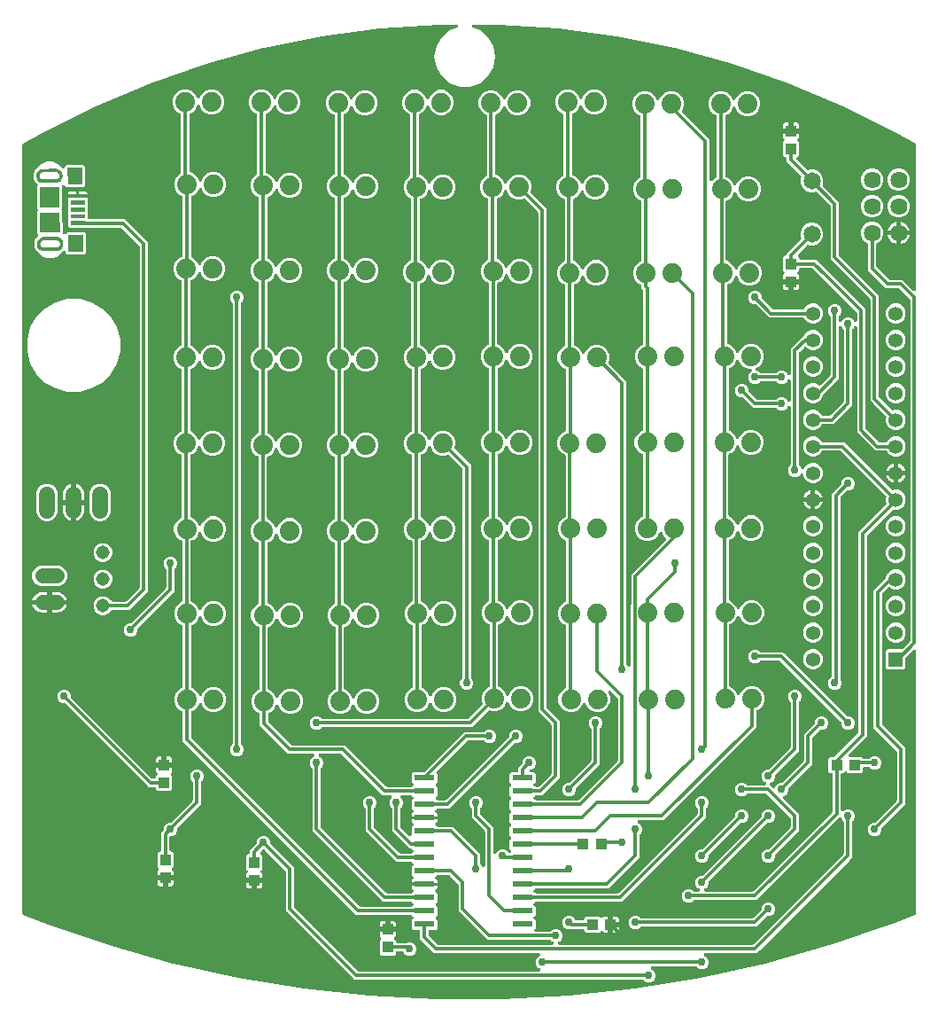
<source format=gbr>
G04 EAGLE Gerber RS-274X export*
G75*
%MOMM*%
%FSLAX34Y34*%
%LPD*%
%INBottom Copper*%
%IPPOS*%
%AMOC8*
5,1,8,0,0,1.08239X$1,22.5*%
G01*
%ADD10R,1.000000X1.100000*%
%ADD11C,1.879600*%
%ADD12C,1.625600*%
%ADD13R,1.100000X1.000000*%
%ADD14C,1.524000*%
%ADD15R,1.358000X1.358000*%
%ADD16C,1.358000*%
%ADD17R,1.981200X0.533400*%
%ADD18C,1.651000*%
%ADD19C,1.422400*%
%ADD20R,1.350000X0.400000*%
%ADD21R,1.600000X1.400000*%
%ADD22R,1.900000X1.900000*%
%ADD23R,0.100000X0.100000*%
%ADD24C,1.308000*%
%ADD25C,0.304800*%
%ADD26C,0.756400*%

G36*
X-253987Y-429303D02*
X-253987Y-429303D01*
X-253935Y-429305D01*
X-190566Y-425829D01*
X-190534Y-425824D01*
X-190482Y-425822D01*
X-127399Y-418882D01*
X-127368Y-418875D01*
X-127316Y-418871D01*
X-64707Y-408486D01*
X-64677Y-408478D01*
X-64625Y-408470D01*
X-2679Y-394673D01*
X-2649Y-394663D01*
X-2598Y-394653D01*
X58500Y-377484D01*
X58529Y-377472D01*
X58579Y-377459D01*
X118645Y-356970D01*
X118667Y-356960D01*
X118704Y-356949D01*
X140505Y-348498D01*
X140588Y-348454D01*
X140675Y-348420D01*
X140741Y-348373D01*
X140813Y-348336D01*
X140884Y-348274D01*
X140961Y-348221D01*
X141015Y-348160D01*
X141076Y-348107D01*
X141131Y-348032D01*
X141194Y-347962D01*
X141234Y-347891D01*
X141281Y-347825D01*
X141317Y-347739D01*
X141363Y-347657D01*
X141385Y-347579D01*
X141416Y-347504D01*
X141432Y-347412D01*
X141458Y-347321D01*
X141467Y-347210D01*
X141475Y-347161D01*
X141473Y-347129D01*
X141477Y-347078D01*
X141477Y-96549D01*
X141466Y-96449D01*
X141464Y-96348D01*
X141446Y-96276D01*
X141437Y-96202D01*
X141404Y-96108D01*
X141379Y-96010D01*
X141345Y-95944D01*
X141320Y-95874D01*
X141265Y-95790D01*
X141219Y-95701D01*
X141171Y-95644D01*
X141131Y-95581D01*
X141059Y-95512D01*
X140994Y-95435D01*
X140934Y-95391D01*
X140880Y-95339D01*
X140794Y-95288D01*
X140713Y-95228D01*
X140645Y-95199D01*
X140581Y-95160D01*
X140485Y-95130D01*
X140393Y-95090D01*
X140320Y-95077D01*
X140249Y-95054D01*
X140149Y-95046D01*
X140050Y-95028D01*
X139976Y-95032D01*
X139902Y-95026D01*
X139802Y-95041D01*
X139702Y-95046D01*
X139631Y-95067D01*
X139557Y-95078D01*
X139464Y-95115D01*
X139367Y-95143D01*
X139302Y-95179D01*
X139233Y-95207D01*
X139151Y-95264D01*
X139063Y-95313D01*
X138987Y-95378D01*
X138947Y-95406D01*
X138923Y-95432D01*
X138877Y-95471D01*
X131712Y-102637D01*
X131633Y-102736D01*
X131549Y-102830D01*
X131525Y-102872D01*
X131495Y-102910D01*
X131441Y-103024D01*
X131380Y-103135D01*
X131367Y-103181D01*
X131346Y-103225D01*
X131320Y-103348D01*
X131285Y-103470D01*
X131280Y-103531D01*
X131273Y-103565D01*
X131274Y-103613D01*
X131266Y-103714D01*
X131266Y-112049D01*
X129777Y-113538D01*
X114092Y-113538D01*
X112604Y-112049D01*
X112604Y-96365D01*
X114092Y-94876D01*
X127344Y-94876D01*
X127470Y-94862D01*
X127596Y-94855D01*
X127643Y-94842D01*
X127691Y-94836D01*
X127810Y-94794D01*
X127931Y-94759D01*
X127973Y-94735D01*
X128019Y-94719D01*
X128125Y-94650D01*
X128235Y-94589D01*
X128281Y-94549D01*
X128311Y-94530D01*
X128345Y-94495D01*
X128421Y-94430D01*
X135189Y-87662D01*
X135268Y-87563D01*
X135352Y-87470D01*
X135376Y-87427D01*
X135406Y-87389D01*
X135460Y-87275D01*
X135495Y-87212D01*
X135500Y-87203D01*
X135501Y-87201D01*
X135521Y-87165D01*
X135534Y-87118D01*
X135555Y-87074D01*
X135581Y-86951D01*
X135585Y-86938D01*
X135606Y-86871D01*
X135607Y-86858D01*
X135616Y-86829D01*
X135621Y-86768D01*
X135628Y-86734D01*
X135627Y-86686D01*
X135635Y-86585D01*
X135635Y238985D01*
X135621Y239111D01*
X135614Y239237D01*
X135601Y239284D01*
X135595Y239332D01*
X135553Y239451D01*
X135518Y239572D01*
X135494Y239614D01*
X135478Y239660D01*
X135409Y239766D01*
X135348Y239876D01*
X135308Y239922D01*
X135289Y239952D01*
X135254Y239986D01*
X135189Y240062D01*
X125762Y249489D01*
X125663Y249568D01*
X125570Y249652D01*
X125527Y249676D01*
X125489Y249706D01*
X125375Y249760D01*
X125265Y249821D01*
X125218Y249834D01*
X125174Y249855D01*
X125051Y249881D01*
X124929Y249916D01*
X124868Y249921D01*
X124834Y249928D01*
X124786Y249927D01*
X124685Y249935D01*
X112616Y249935D01*
X95195Y267357D01*
X95195Y291971D01*
X95186Y292047D01*
X95187Y292123D01*
X95166Y292219D01*
X95155Y292317D01*
X95129Y292389D01*
X95113Y292464D01*
X95070Y292552D01*
X95037Y292645D01*
X94996Y292709D01*
X94963Y292778D01*
X94902Y292855D01*
X94848Y292938D01*
X94793Y292991D01*
X94746Y293051D01*
X94668Y293112D01*
X94598Y293180D01*
X94532Y293219D01*
X94472Y293267D01*
X94339Y293335D01*
X94298Y293359D01*
X94280Y293365D01*
X94254Y293378D01*
X93216Y293808D01*
X90215Y296809D01*
X88591Y300731D01*
X88591Y304975D01*
X90215Y308896D01*
X93216Y311897D01*
X97137Y313521D01*
X101381Y313521D01*
X105303Y311897D01*
X108304Y308896D01*
X109928Y304975D01*
X109928Y300731D01*
X108304Y296809D01*
X105303Y293808D01*
X104264Y293378D01*
X104198Y293341D01*
X104127Y293313D01*
X104046Y293257D01*
X103960Y293209D01*
X103903Y293157D01*
X103840Y293114D01*
X103775Y293041D01*
X103702Y292975D01*
X103658Y292912D01*
X103607Y292855D01*
X103559Y292769D01*
X103503Y292688D01*
X103475Y292617D01*
X103438Y292550D01*
X103412Y292455D01*
X103376Y292364D01*
X103365Y292288D01*
X103344Y292215D01*
X103332Y292066D01*
X103325Y292019D01*
X103326Y292000D01*
X103324Y291971D01*
X103324Y271355D01*
X103326Y271343D01*
X103325Y271336D01*
X103331Y271298D01*
X103339Y271230D01*
X103345Y271103D01*
X103358Y271057D01*
X103364Y271009D01*
X103407Y270890D01*
X103442Y270769D01*
X103465Y270726D01*
X103481Y270681D01*
X103550Y270575D01*
X103612Y270464D01*
X103651Y270418D01*
X103670Y270388D01*
X103705Y270355D01*
X103770Y270278D01*
X115538Y258511D01*
X115637Y258432D01*
X115730Y258348D01*
X115773Y258324D01*
X115811Y258294D01*
X115925Y258240D01*
X116035Y258179D01*
X116082Y258166D01*
X116126Y258145D01*
X116249Y258119D01*
X116371Y258084D01*
X116432Y258079D01*
X116466Y258072D01*
X116514Y258073D01*
X116615Y258065D01*
X128684Y258065D01*
X138877Y247871D01*
X138955Y247809D01*
X139028Y247739D01*
X139092Y247701D01*
X139150Y247655D01*
X139241Y247612D01*
X139327Y247560D01*
X139398Y247538D01*
X139465Y247506D01*
X139563Y247485D01*
X139659Y247454D01*
X139733Y247448D01*
X139806Y247433D01*
X139906Y247434D01*
X140006Y247426D01*
X140080Y247437D01*
X140154Y247439D01*
X140251Y247463D01*
X140351Y247478D01*
X140420Y247505D01*
X140492Y247524D01*
X140582Y247570D01*
X140675Y247607D01*
X140736Y247649D01*
X140802Y247683D01*
X140879Y247748D01*
X140961Y247806D01*
X141011Y247861D01*
X141067Y247909D01*
X141127Y247990D01*
X141194Y248064D01*
X141230Y248129D01*
X141275Y248189D01*
X141314Y248281D01*
X141363Y248369D01*
X141383Y248441D01*
X141413Y248509D01*
X141430Y248608D01*
X141458Y248705D01*
X141466Y248805D01*
X141474Y248852D01*
X141472Y248888D01*
X141477Y248949D01*
X141477Y386455D01*
X141459Y386610D01*
X141445Y386766D01*
X141439Y386783D01*
X141437Y386801D01*
X141385Y386948D01*
X141335Y387097D01*
X141326Y387112D01*
X141320Y387129D01*
X141235Y387261D01*
X141153Y387394D01*
X141141Y387407D01*
X141131Y387422D01*
X141018Y387531D01*
X140908Y387642D01*
X140891Y387654D01*
X140880Y387664D01*
X140844Y387686D01*
X140706Y387779D01*
X122209Y398277D01*
X122182Y398288D01*
X122142Y398312D01*
X71575Y423760D01*
X71540Y423773D01*
X71483Y423803D01*
X19334Y445828D01*
X19298Y445839D01*
X19239Y445865D01*
X-34260Y464371D01*
X-34296Y464379D01*
X-34357Y464401D01*
X-88969Y479305D01*
X-89006Y479310D01*
X-89068Y479328D01*
X-144551Y490565D01*
X-144588Y490568D01*
X-144651Y490581D01*
X-200759Y498100D01*
X-200796Y498101D01*
X-200860Y498110D01*
X-257344Y501878D01*
X-257381Y501876D01*
X-257445Y501881D01*
X-281744Y501881D01*
X-281827Y501872D01*
X-281911Y501872D01*
X-282000Y501852D01*
X-282090Y501841D01*
X-282169Y501813D01*
X-282250Y501795D01*
X-282332Y501755D01*
X-282418Y501724D01*
X-282489Y501679D01*
X-282564Y501642D01*
X-282635Y501584D01*
X-282711Y501535D01*
X-282769Y501475D01*
X-282834Y501422D01*
X-282890Y501350D01*
X-282953Y501284D01*
X-282996Y501213D01*
X-283047Y501147D01*
X-283085Y501064D01*
X-283132Y500985D01*
X-283158Y500906D01*
X-283193Y500830D01*
X-283211Y500740D01*
X-283238Y500653D01*
X-283245Y500570D01*
X-283262Y500488D01*
X-283259Y500397D01*
X-283266Y500306D01*
X-283254Y500223D01*
X-283252Y500140D01*
X-283228Y500052D01*
X-283215Y499961D01*
X-283184Y499884D01*
X-283163Y499803D01*
X-283120Y499722D01*
X-283086Y499637D01*
X-283038Y499569D01*
X-282999Y499495D01*
X-282939Y499426D01*
X-282887Y499351D01*
X-282825Y499295D01*
X-282770Y499232D01*
X-282696Y499179D01*
X-282628Y499118D01*
X-282555Y499077D01*
X-282487Y499029D01*
X-282367Y498973D01*
X-282323Y498949D01*
X-282300Y498943D01*
X-282265Y498927D01*
X-275250Y496374D01*
X-267478Y489852D01*
X-262404Y481064D01*
X-260642Y471072D01*
X-262404Y461080D01*
X-267478Y452293D01*
X-275250Y445771D01*
X-284785Y442300D01*
X-294931Y442300D01*
X-304466Y445771D01*
X-312238Y452293D01*
X-317312Y461080D01*
X-319074Y471072D01*
X-317312Y481064D01*
X-312238Y489852D01*
X-304466Y496374D01*
X-297451Y498927D01*
X-297376Y498964D01*
X-297298Y498992D01*
X-297221Y499042D01*
X-297139Y499083D01*
X-297075Y499136D01*
X-297005Y499181D01*
X-296941Y499247D01*
X-296871Y499305D01*
X-296821Y499372D01*
X-296763Y499432D01*
X-296716Y499510D01*
X-296661Y499583D01*
X-296626Y499659D01*
X-296584Y499731D01*
X-296556Y499818D01*
X-296519Y499901D01*
X-296503Y499983D01*
X-296477Y500063D01*
X-296470Y500154D01*
X-296453Y500244D01*
X-296456Y500327D01*
X-296449Y500410D01*
X-296463Y500501D01*
X-296467Y500592D01*
X-296489Y500672D01*
X-296501Y500755D01*
X-296535Y500840D01*
X-296559Y500928D01*
X-296599Y501001D01*
X-296630Y501079D01*
X-296682Y501154D01*
X-296726Y501234D01*
X-296781Y501296D01*
X-296829Y501365D01*
X-296897Y501426D01*
X-296957Y501494D01*
X-297026Y501542D01*
X-297088Y501598D01*
X-297168Y501643D01*
X-297242Y501695D01*
X-297319Y501727D01*
X-297393Y501767D01*
X-297480Y501792D01*
X-297565Y501826D01*
X-297648Y501839D01*
X-297728Y501862D01*
X-297860Y501872D01*
X-297909Y501880D01*
X-297934Y501878D01*
X-297972Y501881D01*
X-314055Y501881D01*
X-314092Y501877D01*
X-314156Y501878D01*
X-370640Y498110D01*
X-370677Y498104D01*
X-370741Y498100D01*
X-426849Y490581D01*
X-426885Y490572D01*
X-426949Y490565D01*
X-482432Y479328D01*
X-482468Y479317D01*
X-482531Y479305D01*
X-537143Y464401D01*
X-537178Y464387D01*
X-537240Y464371D01*
X-590739Y445865D01*
X-590773Y445848D01*
X-590834Y445828D01*
X-642983Y423803D01*
X-643015Y423784D01*
X-643075Y423760D01*
X-693642Y398312D01*
X-693666Y398297D01*
X-693709Y398277D01*
X-712206Y387779D01*
X-712333Y387687D01*
X-712461Y387598D01*
X-712473Y387585D01*
X-712487Y387574D01*
X-712590Y387455D01*
X-712694Y387339D01*
X-712703Y387323D01*
X-712715Y387310D01*
X-712787Y387171D01*
X-712863Y387034D01*
X-712868Y387017D01*
X-712876Y387001D01*
X-712915Y386850D01*
X-712958Y386698D01*
X-712959Y386677D01*
X-712963Y386663D01*
X-712964Y386621D01*
X-712977Y386455D01*
X-712977Y-347078D01*
X-712976Y-347093D01*
X-712976Y-347104D01*
X-712967Y-347164D01*
X-712967Y-347171D01*
X-712966Y-347265D01*
X-712947Y-347343D01*
X-712937Y-347424D01*
X-712906Y-347512D01*
X-712884Y-347603D01*
X-712847Y-347676D01*
X-712820Y-347752D01*
X-712769Y-347831D01*
X-712727Y-347914D01*
X-712675Y-347977D01*
X-712631Y-348045D01*
X-712563Y-348110D01*
X-712503Y-348182D01*
X-712439Y-348231D01*
X-712380Y-348287D01*
X-712300Y-348335D01*
X-712225Y-348391D01*
X-712124Y-348440D01*
X-712081Y-348466D01*
X-712051Y-348475D01*
X-712005Y-348498D01*
X-690204Y-356949D01*
X-690180Y-356955D01*
X-690145Y-356970D01*
X-630079Y-377459D01*
X-630048Y-377466D01*
X-630000Y-377484D01*
X-568902Y-394653D01*
X-568871Y-394658D01*
X-568821Y-394673D01*
X-506875Y-408470D01*
X-506843Y-408474D01*
X-506793Y-408486D01*
X-444184Y-418871D01*
X-444152Y-418872D01*
X-444101Y-418882D01*
X-381018Y-425822D01*
X-380986Y-425822D01*
X-380934Y-425829D01*
X-317566Y-429305D01*
X-317534Y-429303D01*
X-317482Y-429307D01*
X-254018Y-429307D01*
X-253987Y-429303D01*
G37*
%LPC*%
G36*
X-115558Y-412723D02*
X-115558Y-412723D01*
X-117882Y-411760D01*
X-118731Y-410911D01*
X-118830Y-410832D01*
X-118924Y-410748D01*
X-118966Y-410724D01*
X-119004Y-410694D01*
X-119118Y-410640D01*
X-119229Y-410579D01*
X-119275Y-410566D01*
X-119319Y-410545D01*
X-119442Y-410519D01*
X-119564Y-410484D01*
X-119625Y-410479D01*
X-119660Y-410472D01*
X-119708Y-410473D01*
X-119808Y-410465D01*
X-395384Y-410465D01*
X-461265Y-344584D01*
X-461265Y-307115D01*
X-461279Y-306989D01*
X-461286Y-306863D01*
X-461299Y-306816D01*
X-461305Y-306768D01*
X-461347Y-306649D01*
X-461382Y-306528D01*
X-461406Y-306486D01*
X-461422Y-306440D01*
X-461491Y-306334D01*
X-461552Y-306224D01*
X-461592Y-306178D01*
X-461611Y-306148D01*
X-461646Y-306114D01*
X-461711Y-306038D01*
X-481523Y-286226D01*
X-481543Y-286209D01*
X-481560Y-286189D01*
X-481680Y-286101D01*
X-481796Y-286009D01*
X-481820Y-285998D01*
X-481841Y-285982D01*
X-481977Y-285923D01*
X-482111Y-285860D01*
X-482137Y-285854D01*
X-482161Y-285844D01*
X-482307Y-285818D01*
X-482452Y-285787D01*
X-482478Y-285787D01*
X-482504Y-285782D01*
X-482652Y-285790D01*
X-482800Y-285793D01*
X-482826Y-285799D01*
X-482852Y-285800D01*
X-482994Y-285841D01*
X-483138Y-285878D01*
X-483162Y-285890D01*
X-483187Y-285897D01*
X-483316Y-285969D01*
X-483448Y-286037D01*
X-483468Y-286054D01*
X-483491Y-286067D01*
X-483677Y-286226D01*
X-485464Y-288012D01*
X-485480Y-288033D01*
X-485500Y-288050D01*
X-485588Y-288169D01*
X-485680Y-288285D01*
X-485692Y-288309D01*
X-485707Y-288330D01*
X-485766Y-288466D01*
X-485829Y-288600D01*
X-485835Y-288626D01*
X-485845Y-288650D01*
X-485871Y-288796D01*
X-485903Y-288941D01*
X-485902Y-288967D01*
X-485907Y-288993D01*
X-485899Y-289141D01*
X-485897Y-289289D01*
X-485890Y-289315D01*
X-485889Y-289341D01*
X-485848Y-289483D01*
X-485812Y-289627D01*
X-485800Y-289651D01*
X-485792Y-289676D01*
X-485720Y-289805D01*
X-485652Y-289937D01*
X-485635Y-289957D01*
X-485622Y-289980D01*
X-485464Y-290166D01*
X-483840Y-291789D01*
X-483840Y-304894D01*
X-484711Y-305765D01*
X-484727Y-305785D01*
X-484747Y-305802D01*
X-484836Y-305922D01*
X-484928Y-306038D01*
X-484939Y-306061D01*
X-484954Y-306083D01*
X-485013Y-306219D01*
X-485077Y-306353D01*
X-485082Y-306379D01*
X-485092Y-306403D01*
X-485119Y-306549D01*
X-485150Y-306694D01*
X-485149Y-306720D01*
X-485154Y-306746D01*
X-485146Y-306894D01*
X-485144Y-307042D01*
X-485138Y-307068D01*
X-485136Y-307094D01*
X-485095Y-307236D01*
X-485059Y-307380D01*
X-485047Y-307403D01*
X-485040Y-307429D01*
X-484967Y-307558D01*
X-484899Y-307690D01*
X-484882Y-307710D01*
X-484869Y-307733D01*
X-484711Y-307919D01*
X-484348Y-308282D01*
X-484014Y-308861D01*
X-483840Y-309507D01*
X-483840Y-312843D01*
X-490405Y-312843D01*
X-490431Y-312846D01*
X-490457Y-312844D01*
X-490604Y-312866D01*
X-490751Y-312882D01*
X-490776Y-312891D01*
X-490802Y-312895D01*
X-490940Y-312950D01*
X-491079Y-313000D01*
X-491101Y-313014D01*
X-491126Y-313024D01*
X-491247Y-313108D01*
X-491372Y-313189D01*
X-491384Y-313202D01*
X-491431Y-313157D01*
X-491454Y-313143D01*
X-491473Y-313126D01*
X-491603Y-313054D01*
X-491730Y-312978D01*
X-491755Y-312970D01*
X-491778Y-312957D01*
X-491921Y-312917D01*
X-492062Y-312871D01*
X-492088Y-312869D01*
X-492114Y-312862D01*
X-492357Y-312843D01*
X-498922Y-312843D01*
X-498922Y-309507D01*
X-498749Y-308861D01*
X-498414Y-308282D01*
X-498051Y-307919D01*
X-498035Y-307899D01*
X-498015Y-307881D01*
X-497927Y-307762D01*
X-497835Y-307646D01*
X-497824Y-307622D01*
X-497808Y-307601D01*
X-497749Y-307465D01*
X-497686Y-307331D01*
X-497680Y-307305D01*
X-497670Y-307281D01*
X-497644Y-307135D01*
X-497613Y-306990D01*
X-497613Y-306964D01*
X-497608Y-306938D01*
X-497616Y-306791D01*
X-497618Y-306642D01*
X-497625Y-306616D01*
X-497626Y-306590D01*
X-497667Y-306448D01*
X-497704Y-306304D01*
X-497716Y-306281D01*
X-497723Y-306255D01*
X-497795Y-306126D01*
X-497863Y-305994D01*
X-497880Y-305974D01*
X-497893Y-305951D01*
X-498051Y-305765D01*
X-498922Y-304894D01*
X-498922Y-291789D01*
X-497434Y-290301D01*
X-496969Y-290301D01*
X-496943Y-290298D01*
X-496917Y-290300D01*
X-496770Y-290278D01*
X-496623Y-290261D01*
X-496598Y-290252D01*
X-496572Y-290249D01*
X-496435Y-290194D01*
X-496295Y-290144D01*
X-496273Y-290130D01*
X-496248Y-290120D01*
X-496127Y-290035D01*
X-496002Y-289955D01*
X-495984Y-289936D01*
X-495962Y-289921D01*
X-495863Y-289811D01*
X-495760Y-289704D01*
X-495746Y-289682D01*
X-495729Y-289662D01*
X-495657Y-289532D01*
X-495581Y-289405D01*
X-495573Y-289380D01*
X-495560Y-289357D01*
X-495520Y-289214D01*
X-495475Y-289073D01*
X-495473Y-289047D01*
X-495466Y-289022D01*
X-495446Y-288778D01*
X-495446Y-286498D01*
X-489369Y-280420D01*
X-489290Y-280321D01*
X-489206Y-280228D01*
X-489182Y-280185D01*
X-489152Y-280147D01*
X-489098Y-280033D01*
X-489037Y-279923D01*
X-489024Y-279876D01*
X-489003Y-279832D01*
X-488977Y-279709D01*
X-488942Y-279587D01*
X-488937Y-279526D01*
X-488930Y-279492D01*
X-488931Y-279444D01*
X-488923Y-279343D01*
X-488923Y-278142D01*
X-487960Y-275818D01*
X-486182Y-274040D01*
X-483858Y-273077D01*
X-481342Y-273077D01*
X-479018Y-274040D01*
X-477240Y-275818D01*
X-476277Y-278142D01*
X-476277Y-279343D01*
X-476263Y-279469D01*
X-476256Y-279595D01*
X-476243Y-279642D01*
X-476237Y-279690D01*
X-476195Y-279809D01*
X-476160Y-279930D01*
X-476136Y-279972D01*
X-476120Y-280018D01*
X-476051Y-280124D01*
X-475990Y-280234D01*
X-475950Y-280280D01*
X-475931Y-280310D01*
X-475896Y-280344D01*
X-475831Y-280420D01*
X-453135Y-303116D01*
X-453135Y-340585D01*
X-453121Y-340711D01*
X-453114Y-340837D01*
X-453101Y-340884D01*
X-453095Y-340932D01*
X-453053Y-341051D01*
X-453018Y-341172D01*
X-452994Y-341214D01*
X-452978Y-341260D01*
X-452909Y-341366D01*
X-452848Y-341476D01*
X-452808Y-341522D01*
X-452789Y-341552D01*
X-452754Y-341586D01*
X-452689Y-341662D01*
X-392462Y-401889D01*
X-392363Y-401968D01*
X-392270Y-402052D01*
X-392227Y-402076D01*
X-392189Y-402106D01*
X-392075Y-402160D01*
X-391965Y-402221D01*
X-391918Y-402234D01*
X-391874Y-402255D01*
X-391751Y-402281D01*
X-391629Y-402316D01*
X-391568Y-402321D01*
X-391534Y-402328D01*
X-391486Y-402327D01*
X-391385Y-402335D01*
X-219233Y-402335D01*
X-219183Y-402330D01*
X-219132Y-402332D01*
X-219010Y-402310D01*
X-218886Y-402295D01*
X-218839Y-402278D01*
X-218789Y-402269D01*
X-218676Y-402220D01*
X-218558Y-402178D01*
X-218516Y-402151D01*
X-218470Y-402130D01*
X-218370Y-402056D01*
X-218265Y-401989D01*
X-218230Y-401953D01*
X-218190Y-401923D01*
X-218110Y-401828D01*
X-218023Y-401738D01*
X-217997Y-401695D01*
X-217965Y-401657D01*
X-217908Y-401546D01*
X-217844Y-401439D01*
X-217829Y-401391D01*
X-217806Y-401346D01*
X-217776Y-401226D01*
X-217738Y-401107D01*
X-217734Y-401057D01*
X-217722Y-401008D01*
X-217720Y-400884D01*
X-217710Y-400760D01*
X-217718Y-400710D01*
X-217717Y-400660D01*
X-217743Y-400538D01*
X-217762Y-400415D01*
X-217781Y-400368D01*
X-217791Y-400319D01*
X-217845Y-400207D01*
X-217891Y-400091D01*
X-217919Y-400050D01*
X-217941Y-400004D01*
X-218019Y-399907D01*
X-218090Y-399805D01*
X-218127Y-399772D01*
X-218158Y-399732D01*
X-218256Y-399655D01*
X-218348Y-399572D01*
X-218392Y-399547D01*
X-218432Y-399516D01*
X-218650Y-399405D01*
X-219482Y-399060D01*
X-221260Y-397282D01*
X-222223Y-394958D01*
X-222223Y-392442D01*
X-221260Y-390118D01*
X-219482Y-388340D01*
X-218650Y-387995D01*
X-218606Y-387971D01*
X-218558Y-387954D01*
X-218454Y-387886D01*
X-218345Y-387826D01*
X-218308Y-387792D01*
X-218265Y-387765D01*
X-218179Y-387675D01*
X-218087Y-387592D01*
X-218058Y-387550D01*
X-218023Y-387514D01*
X-217959Y-387407D01*
X-217889Y-387305D01*
X-217870Y-387258D01*
X-217844Y-387215D01*
X-217807Y-387097D01*
X-217761Y-386981D01*
X-217754Y-386931D01*
X-217738Y-386883D01*
X-217728Y-386759D01*
X-217710Y-386636D01*
X-217714Y-386586D01*
X-217710Y-386536D01*
X-217729Y-386413D01*
X-217739Y-386289D01*
X-217754Y-386241D01*
X-217762Y-386191D01*
X-217808Y-386075D01*
X-217846Y-385957D01*
X-217872Y-385914D01*
X-217891Y-385867D01*
X-217962Y-385765D01*
X-218026Y-385659D01*
X-218061Y-385622D01*
X-218090Y-385581D01*
X-218182Y-385498D01*
X-218269Y-385409D01*
X-218311Y-385381D01*
X-218348Y-385348D01*
X-218457Y-385287D01*
X-218562Y-385220D01*
X-218609Y-385204D01*
X-218653Y-385179D01*
X-218773Y-385145D01*
X-218890Y-385104D01*
X-218940Y-385098D01*
X-218989Y-385084D01*
X-219233Y-385065D01*
X-319184Y-385065D01*
X-322011Y-382238D01*
X-332686Y-371563D01*
X-332686Y-363954D01*
X-332689Y-363928D01*
X-332687Y-363902D01*
X-332709Y-363755D01*
X-332726Y-363608D01*
X-332735Y-363583D01*
X-332739Y-363557D01*
X-332793Y-363420D01*
X-332843Y-363280D01*
X-332858Y-363258D01*
X-332867Y-363234D01*
X-332952Y-363112D01*
X-333032Y-362987D01*
X-333051Y-362969D01*
X-333066Y-362947D01*
X-333176Y-362848D01*
X-333283Y-362745D01*
X-333306Y-362731D01*
X-333325Y-362714D01*
X-333455Y-362642D01*
X-333582Y-362566D01*
X-333607Y-362558D01*
X-333630Y-362545D01*
X-333773Y-362505D01*
X-333914Y-362460D01*
X-333940Y-362458D01*
X-333965Y-362451D01*
X-334209Y-362431D01*
X-339580Y-362431D01*
X-341068Y-360943D01*
X-341068Y-353504D01*
X-339514Y-351950D01*
X-339498Y-351930D01*
X-339478Y-351913D01*
X-339390Y-351793D01*
X-339298Y-351677D01*
X-339287Y-351654D01*
X-339271Y-351633D01*
X-339212Y-351496D01*
X-339149Y-351362D01*
X-339143Y-351337D01*
X-339133Y-351313D01*
X-339107Y-351167D01*
X-339076Y-351022D01*
X-339076Y-350995D01*
X-339071Y-350970D01*
X-339079Y-350821D01*
X-339081Y-350673D01*
X-339088Y-350648D01*
X-339089Y-350621D01*
X-339130Y-350479D01*
X-339166Y-350335D01*
X-339178Y-350312D01*
X-339186Y-350287D01*
X-339258Y-350157D01*
X-339326Y-350025D01*
X-339343Y-350005D01*
X-339356Y-349982D01*
X-339514Y-349796D01*
X-340276Y-349034D01*
X-340375Y-348956D01*
X-340469Y-348871D01*
X-340512Y-348848D01*
X-340549Y-348818D01*
X-340664Y-348764D01*
X-340774Y-348702D01*
X-340821Y-348689D01*
X-340865Y-348669D01*
X-340988Y-348642D01*
X-341110Y-348608D01*
X-341171Y-348603D01*
X-341205Y-348595D01*
X-341253Y-348596D01*
X-341354Y-348588D01*
X-393760Y-348588D01*
X-559548Y-182801D01*
X-559548Y-154953D01*
X-559556Y-154878D01*
X-559555Y-154801D01*
X-559576Y-154705D01*
X-559587Y-154607D01*
X-559613Y-154535D01*
X-559630Y-154461D01*
X-559672Y-154372D01*
X-559705Y-154279D01*
X-559747Y-154215D01*
X-559779Y-154146D01*
X-559840Y-154069D01*
X-559894Y-153986D01*
X-559949Y-153933D01*
X-559997Y-153873D01*
X-560074Y-153812D01*
X-560145Y-153744D01*
X-560210Y-153705D01*
X-560270Y-153657D01*
X-560403Y-153589D01*
X-560444Y-153565D01*
X-560462Y-153559D01*
X-560488Y-153546D01*
X-562246Y-152818D01*
X-565604Y-149460D01*
X-567422Y-145072D01*
X-567422Y-140322D01*
X-565604Y-135934D01*
X-562246Y-132576D01*
X-560743Y-131953D01*
X-560676Y-131916D01*
X-560605Y-131888D01*
X-560525Y-131832D01*
X-560438Y-131784D01*
X-560382Y-131733D01*
X-560319Y-131689D01*
X-560253Y-131616D01*
X-560180Y-131550D01*
X-560137Y-131487D01*
X-560086Y-131430D01*
X-560038Y-131344D01*
X-559982Y-131263D01*
X-559954Y-131192D01*
X-559917Y-131125D01*
X-559890Y-131030D01*
X-559854Y-130939D01*
X-559843Y-130863D01*
X-559822Y-130790D01*
X-559810Y-130641D01*
X-559803Y-130594D01*
X-559805Y-130575D01*
X-559803Y-130546D01*
X-559803Y-72605D01*
X-559811Y-72529D01*
X-559810Y-72453D01*
X-559831Y-72356D01*
X-559843Y-72259D01*
X-559868Y-72187D01*
X-559885Y-72112D01*
X-559927Y-72023D01*
X-559960Y-71931D01*
X-560002Y-71866D01*
X-560034Y-71798D01*
X-560096Y-71721D01*
X-560149Y-71638D01*
X-560204Y-71585D01*
X-560252Y-71525D01*
X-560329Y-71464D01*
X-560400Y-71396D01*
X-560465Y-71356D01*
X-560525Y-71309D01*
X-560658Y-71241D01*
X-560699Y-71217D01*
X-560717Y-71211D01*
X-560743Y-71198D01*
X-562501Y-70470D01*
X-565859Y-67111D01*
X-567677Y-62723D01*
X-567677Y-57974D01*
X-565859Y-53586D01*
X-562501Y-50227D01*
X-561067Y-49633D01*
X-561000Y-49596D01*
X-560929Y-49568D01*
X-560848Y-49512D01*
X-560762Y-49464D01*
X-560705Y-49413D01*
X-560643Y-49369D01*
X-560577Y-49296D01*
X-560504Y-49230D01*
X-560460Y-49167D01*
X-560409Y-49110D01*
X-560362Y-49024D01*
X-560306Y-48943D01*
X-560278Y-48872D01*
X-560241Y-48805D01*
X-560214Y-48710D01*
X-560178Y-48619D01*
X-560167Y-48543D01*
X-560146Y-48470D01*
X-560134Y-48321D01*
X-560127Y-48274D01*
X-560129Y-48255D01*
X-560126Y-48226D01*
X-560126Y7967D01*
X-560135Y8043D01*
X-560134Y8119D01*
X-560155Y8216D01*
X-560166Y8313D01*
X-560192Y8385D01*
X-560208Y8460D01*
X-560250Y8549D01*
X-560284Y8641D01*
X-560325Y8706D01*
X-560358Y8775D01*
X-560419Y8851D01*
X-560473Y8934D01*
X-560528Y8987D01*
X-560575Y9047D01*
X-560653Y9108D01*
X-560723Y9176D01*
X-560789Y9216D01*
X-560849Y9263D01*
X-560982Y9331D01*
X-561022Y9355D01*
X-561041Y9361D01*
X-561067Y9374D01*
X-562824Y10103D01*
X-566183Y13461D01*
X-568000Y17849D01*
X-568000Y22598D01*
X-566183Y26986D01*
X-562824Y30345D01*
X-561465Y30908D01*
X-561398Y30945D01*
X-561327Y30973D01*
X-561246Y31030D01*
X-561160Y31077D01*
X-561103Y31129D01*
X-561041Y31172D01*
X-560975Y31245D01*
X-560902Y31312D01*
X-560858Y31374D01*
X-560807Y31431D01*
X-560760Y31517D01*
X-560704Y31598D01*
X-560676Y31669D01*
X-560639Y31736D01*
X-560612Y31831D01*
X-560576Y31922D01*
X-560565Y31998D01*
X-560544Y32072D01*
X-560532Y32221D01*
X-560525Y32267D01*
X-560527Y32286D01*
X-560524Y32315D01*
X-560524Y90040D01*
X-560533Y90116D01*
X-560532Y90193D01*
X-560553Y90289D01*
X-560564Y90386D01*
X-560590Y90458D01*
X-560606Y90533D01*
X-560648Y90622D01*
X-560682Y90715D01*
X-560723Y90779D01*
X-560756Y90848D01*
X-560817Y90924D01*
X-560871Y91007D01*
X-560926Y91060D01*
X-560973Y91120D01*
X-561050Y91181D01*
X-561121Y91250D01*
X-561187Y91289D01*
X-561247Y91336D01*
X-561380Y91404D01*
X-561420Y91428D01*
X-561438Y91434D01*
X-561465Y91448D01*
X-563222Y92176D01*
X-566581Y95534D01*
X-568398Y99922D01*
X-568398Y104671D01*
X-566581Y109060D01*
X-563222Y112418D01*
X-561333Y113200D01*
X-561266Y113238D01*
X-561195Y113266D01*
X-561114Y113322D01*
X-561028Y113370D01*
X-560972Y113421D01*
X-560909Y113465D01*
X-560843Y113538D01*
X-560770Y113604D01*
X-560727Y113667D01*
X-560675Y113724D01*
X-560628Y113810D01*
X-560572Y113891D01*
X-560544Y113962D01*
X-560507Y114029D01*
X-560480Y114123D01*
X-560444Y114215D01*
X-560433Y114290D01*
X-560412Y114364D01*
X-560400Y114513D01*
X-560393Y114560D01*
X-560395Y114579D01*
X-560392Y114608D01*
X-560392Y171927D01*
X-560401Y172003D01*
X-560400Y172079D01*
X-560421Y172175D01*
X-560432Y172273D01*
X-560458Y172345D01*
X-560474Y172420D01*
X-560517Y172508D01*
X-560550Y172601D01*
X-560591Y172666D01*
X-560624Y172734D01*
X-560685Y172811D01*
X-560739Y172894D01*
X-560794Y172947D01*
X-560841Y173007D01*
X-560919Y173068D01*
X-560989Y173136D01*
X-561055Y173175D01*
X-561115Y173223D01*
X-561248Y173291D01*
X-561289Y173315D01*
X-561307Y173321D01*
X-561333Y173334D01*
X-563091Y174062D01*
X-566449Y177421D01*
X-568266Y181809D01*
X-568266Y186558D01*
X-566449Y190946D01*
X-563091Y194305D01*
X-561410Y195001D01*
X-561343Y195038D01*
X-561272Y195066D01*
X-561191Y195122D01*
X-561105Y195170D01*
X-561049Y195221D01*
X-560986Y195265D01*
X-560920Y195338D01*
X-560847Y195404D01*
X-560804Y195467D01*
X-560752Y195524D01*
X-560705Y195610D01*
X-560649Y195691D01*
X-560621Y195762D01*
X-560584Y195829D01*
X-560557Y195924D01*
X-560521Y196015D01*
X-560510Y196091D01*
X-560489Y196164D01*
X-560477Y196313D01*
X-560470Y196360D01*
X-560472Y196379D01*
X-560469Y196408D01*
X-560469Y256441D01*
X-560478Y256517D01*
X-560477Y256593D01*
X-560498Y256690D01*
X-560509Y256787D01*
X-560535Y256859D01*
X-560551Y256934D01*
X-560594Y257023D01*
X-560627Y257115D01*
X-560668Y257180D01*
X-560701Y257249D01*
X-560762Y257325D01*
X-560816Y257408D01*
X-560871Y257461D01*
X-560919Y257521D01*
X-560996Y257582D01*
X-561067Y257650D01*
X-561132Y257690D01*
X-561192Y257737D01*
X-561325Y257805D01*
X-561366Y257829D01*
X-561384Y257835D01*
X-561410Y257848D01*
X-563168Y258576D01*
X-566526Y261935D01*
X-568343Y266323D01*
X-568343Y271072D01*
X-566526Y275460D01*
X-563168Y278819D01*
X-560555Y279901D01*
X-560488Y279938D01*
X-560417Y279966D01*
X-560336Y280022D01*
X-560250Y280070D01*
X-560194Y280122D01*
X-560131Y280165D01*
X-560065Y280238D01*
X-559992Y280304D01*
X-559949Y280367D01*
X-559898Y280424D01*
X-559850Y280510D01*
X-559794Y280591D01*
X-559766Y280662D01*
X-559729Y280729D01*
X-559702Y280824D01*
X-559666Y280915D01*
X-559655Y280991D01*
X-559634Y281064D01*
X-559622Y281213D01*
X-559615Y281260D01*
X-559617Y281279D01*
X-559615Y281308D01*
X-559615Y336799D01*
X-559623Y336875D01*
X-559622Y336952D01*
X-559643Y337048D01*
X-559654Y337145D01*
X-559680Y337217D01*
X-559697Y337292D01*
X-559739Y337381D01*
X-559772Y337474D01*
X-559814Y337538D01*
X-559846Y337607D01*
X-559907Y337683D01*
X-559961Y337766D01*
X-560016Y337820D01*
X-560064Y337879D01*
X-560141Y337940D01*
X-560212Y338009D01*
X-560277Y338048D01*
X-560337Y338095D01*
X-560470Y338163D01*
X-560511Y338187D01*
X-560529Y338193D01*
X-560555Y338207D01*
X-562313Y338935D01*
X-565671Y342293D01*
X-567489Y346681D01*
X-567489Y351430D01*
X-565671Y355819D01*
X-562297Y359193D01*
X-562228Y359220D01*
X-562148Y359276D01*
X-562062Y359324D01*
X-562005Y359375D01*
X-561942Y359419D01*
X-561876Y359492D01*
X-561804Y359558D01*
X-561760Y359621D01*
X-561709Y359678D01*
X-561661Y359764D01*
X-561605Y359845D01*
X-561577Y359916D01*
X-561540Y359983D01*
X-561514Y360078D01*
X-561478Y360169D01*
X-561466Y360245D01*
X-561446Y360318D01*
X-561434Y360467D01*
X-561427Y360514D01*
X-561428Y360533D01*
X-561426Y360562D01*
X-561426Y415880D01*
X-561435Y415956D01*
X-561434Y416033D01*
X-561455Y416129D01*
X-561466Y416227D01*
X-561492Y416299D01*
X-561508Y416373D01*
X-561550Y416462D01*
X-561583Y416555D01*
X-561625Y416619D01*
X-561658Y416688D01*
X-561719Y416765D01*
X-561772Y416847D01*
X-561827Y416901D01*
X-561875Y416960D01*
X-561952Y417021D01*
X-562023Y417090D01*
X-562089Y417129D01*
X-562149Y417176D01*
X-562282Y417244D01*
X-562322Y417269D01*
X-562340Y417274D01*
X-562366Y417288D01*
X-564124Y418016D01*
X-567482Y421374D01*
X-569300Y425762D01*
X-569300Y430512D01*
X-567482Y434900D01*
X-564124Y438258D01*
X-559736Y440076D01*
X-554987Y440076D01*
X-550598Y438258D01*
X-547240Y434900D01*
X-546069Y432071D01*
X-546020Y431984D01*
X-545980Y431891D01*
X-545935Y431832D01*
X-545899Y431767D01*
X-545832Y431692D01*
X-545772Y431612D01*
X-545715Y431564D01*
X-545665Y431509D01*
X-545582Y431451D01*
X-545506Y431387D01*
X-545440Y431353D01*
X-545378Y431310D01*
X-545285Y431273D01*
X-545196Y431228D01*
X-545123Y431210D01*
X-545054Y431183D01*
X-544955Y431168D01*
X-544857Y431144D01*
X-544783Y431143D01*
X-544709Y431132D01*
X-544609Y431140D01*
X-544509Y431139D01*
X-544436Y431154D01*
X-544362Y431161D01*
X-544266Y431191D01*
X-544168Y431213D01*
X-544101Y431245D01*
X-544030Y431268D01*
X-543944Y431319D01*
X-543854Y431363D01*
X-543796Y431409D01*
X-543732Y431447D01*
X-543660Y431517D01*
X-543581Y431580D01*
X-543535Y431638D01*
X-543482Y431690D01*
X-543428Y431775D01*
X-543365Y431854D01*
X-543320Y431943D01*
X-543294Y431984D01*
X-543282Y432017D01*
X-543254Y432071D01*
X-542082Y434900D01*
X-538724Y438258D01*
X-534336Y440076D01*
X-529587Y440076D01*
X-525198Y438258D01*
X-521840Y434900D01*
X-520023Y430512D01*
X-520023Y425762D01*
X-521840Y421374D01*
X-525198Y418016D01*
X-529587Y416198D01*
X-534336Y416198D01*
X-538724Y418016D01*
X-542082Y421374D01*
X-543254Y424202D01*
X-543303Y424290D01*
X-543343Y424382D01*
X-543387Y424442D01*
X-543423Y424507D01*
X-543491Y424581D01*
X-543551Y424662D01*
X-543607Y424710D01*
X-543657Y424765D01*
X-543740Y424822D01*
X-543817Y424887D01*
X-543883Y424921D01*
X-543944Y424963D01*
X-544038Y425000D01*
X-544127Y425046D01*
X-544199Y425064D01*
X-544268Y425091D01*
X-544368Y425106D01*
X-544465Y425130D01*
X-544539Y425131D01*
X-544613Y425142D01*
X-544713Y425134D01*
X-544814Y425135D01*
X-544886Y425119D01*
X-544960Y425113D01*
X-545056Y425082D01*
X-545154Y425061D01*
X-545221Y425029D01*
X-545292Y425006D01*
X-545378Y424954D01*
X-545469Y424911D01*
X-545527Y424865D01*
X-545591Y424826D01*
X-545663Y424756D01*
X-545741Y424694D01*
X-545787Y424635D01*
X-545841Y424584D01*
X-545895Y424499D01*
X-545957Y424420D01*
X-546003Y424331D01*
X-546029Y424290D01*
X-546041Y424257D01*
X-546069Y424202D01*
X-547240Y421374D01*
X-550598Y418016D01*
X-552356Y417288D01*
X-552423Y417251D01*
X-552494Y417222D01*
X-552575Y417166D01*
X-552661Y417118D01*
X-552717Y417067D01*
X-552780Y417023D01*
X-552846Y416950D01*
X-552919Y416884D01*
X-552962Y416821D01*
X-553014Y416765D01*
X-553061Y416678D01*
X-553117Y416598D01*
X-553145Y416526D01*
X-553182Y416460D01*
X-553209Y416365D01*
X-553245Y416273D01*
X-553256Y416198D01*
X-553277Y416124D01*
X-553289Y415975D01*
X-553296Y415929D01*
X-553294Y415909D01*
X-553297Y415880D01*
X-553297Y362063D01*
X-553288Y361987D01*
X-553289Y361910D01*
X-553268Y361814D01*
X-553257Y361716D01*
X-553231Y361644D01*
X-553215Y361570D01*
X-553172Y361481D01*
X-553139Y361388D01*
X-553098Y361324D01*
X-553065Y361255D01*
X-553003Y361178D01*
X-552950Y361095D01*
X-552895Y361042D01*
X-552847Y360983D01*
X-552770Y360922D01*
X-552699Y360853D01*
X-552634Y360814D01*
X-552574Y360767D01*
X-552441Y360698D01*
X-552400Y360674D01*
X-552382Y360669D01*
X-552356Y360655D01*
X-548787Y359177D01*
X-545429Y355819D01*
X-544257Y352990D01*
X-544224Y352931D01*
X-544221Y352923D01*
X-544215Y352914D01*
X-544208Y352902D01*
X-544168Y352810D01*
X-544124Y352751D01*
X-544088Y352686D01*
X-544020Y352611D01*
X-543961Y352531D01*
X-543904Y352483D01*
X-543854Y352427D01*
X-543771Y352370D01*
X-543694Y352305D01*
X-543628Y352272D01*
X-543567Y352229D01*
X-543473Y352192D01*
X-543384Y352147D01*
X-543312Y352129D01*
X-543243Y352101D01*
X-543143Y352087D01*
X-543046Y352063D01*
X-542972Y352061D01*
X-542898Y352051D01*
X-542798Y352059D01*
X-542698Y352057D01*
X-542625Y352073D01*
X-542551Y352079D01*
X-542455Y352110D01*
X-542357Y352132D01*
X-542290Y352164D01*
X-542219Y352187D01*
X-542133Y352238D01*
X-542042Y352281D01*
X-541984Y352328D01*
X-541920Y352366D01*
X-541848Y352436D01*
X-541770Y352499D01*
X-541724Y352557D01*
X-541670Y352609D01*
X-541616Y352694D01*
X-541554Y352772D01*
X-541508Y352862D01*
X-541482Y352902D01*
X-541470Y352936D01*
X-541443Y352990D01*
X-540271Y355819D01*
X-536913Y359177D01*
X-532525Y360994D01*
X-527775Y360994D01*
X-523387Y359177D01*
X-520029Y355819D01*
X-518211Y351430D01*
X-518211Y346681D01*
X-520029Y342293D01*
X-523387Y338935D01*
X-527775Y337117D01*
X-532525Y337117D01*
X-536913Y338935D01*
X-540271Y342293D01*
X-541443Y345121D01*
X-541478Y345185D01*
X-541494Y345225D01*
X-541506Y345242D01*
X-541531Y345301D01*
X-541576Y345361D01*
X-541612Y345426D01*
X-541679Y345500D01*
X-541739Y345581D01*
X-541796Y345629D01*
X-541846Y345684D01*
X-541929Y345741D01*
X-542005Y345806D01*
X-542071Y345840D01*
X-542133Y345882D01*
X-542226Y345919D01*
X-542316Y345965D01*
X-542388Y345983D01*
X-542457Y346010D01*
X-542556Y346025D01*
X-542654Y346049D01*
X-542728Y346050D01*
X-542802Y346061D01*
X-542902Y346053D01*
X-543002Y346054D01*
X-543075Y346038D01*
X-543149Y346032D01*
X-543245Y346001D01*
X-543343Y345980D01*
X-543410Y345948D01*
X-543481Y345925D01*
X-543567Y345873D01*
X-543657Y345830D01*
X-543716Y345784D01*
X-543779Y345745D01*
X-543851Y345675D01*
X-543930Y345613D01*
X-543976Y345554D01*
X-544029Y345502D01*
X-544083Y345418D01*
X-544146Y345339D01*
X-544192Y345250D01*
X-544218Y345209D01*
X-544230Y345175D01*
X-544251Y345133D01*
X-544252Y345131D01*
X-544257Y345121D01*
X-545429Y342293D01*
X-548787Y338935D01*
X-550545Y338207D01*
X-550612Y338169D01*
X-550683Y338141D01*
X-550763Y338085D01*
X-550849Y338037D01*
X-550906Y337986D01*
X-550969Y337942D01*
X-551035Y337869D01*
X-551108Y337803D01*
X-551151Y337740D01*
X-551202Y337683D01*
X-551250Y337597D01*
X-551306Y337516D01*
X-551334Y337445D01*
X-551371Y337378D01*
X-551398Y337284D01*
X-551434Y337192D01*
X-551445Y337117D01*
X-551466Y337043D01*
X-551478Y336894D01*
X-551484Y336847D01*
X-551483Y336828D01*
X-551485Y336799D01*
X-551485Y280600D01*
X-551476Y280524D01*
X-551478Y280448D01*
X-551457Y280351D01*
X-551445Y280254D01*
X-551420Y280182D01*
X-551403Y280107D01*
X-551361Y280018D01*
X-551328Y279926D01*
X-551286Y279861D01*
X-551253Y279792D01*
X-551192Y279716D01*
X-551139Y279633D01*
X-551084Y279580D01*
X-551036Y279520D01*
X-550959Y279459D01*
X-550888Y279391D01*
X-550822Y279351D01*
X-550763Y279304D01*
X-550629Y279236D01*
X-550589Y279212D01*
X-550571Y279206D01*
X-550545Y279193D01*
X-549642Y278819D01*
X-546284Y275460D01*
X-545112Y272632D01*
X-545063Y272544D01*
X-545023Y272452D01*
X-544979Y272392D01*
X-544943Y272327D01*
X-544875Y272253D01*
X-544815Y272172D01*
X-544759Y272124D01*
X-544709Y272069D01*
X-544626Y272012D01*
X-544549Y271947D01*
X-544483Y271913D01*
X-544422Y271871D01*
X-544328Y271834D01*
X-544239Y271788D01*
X-544167Y271771D01*
X-544098Y271743D01*
X-543998Y271729D01*
X-543901Y271704D01*
X-543827Y271703D01*
X-543753Y271692D01*
X-543653Y271701D01*
X-543552Y271699D01*
X-543480Y271715D01*
X-543406Y271721D01*
X-543310Y271752D01*
X-543212Y271774D01*
X-543145Y271806D01*
X-543074Y271828D01*
X-542988Y271880D01*
X-542897Y271923D01*
X-542839Y271970D01*
X-542775Y272008D01*
X-542703Y272078D01*
X-542625Y272141D01*
X-542579Y272199D01*
X-542525Y272251D01*
X-542471Y272335D01*
X-542409Y272414D01*
X-542363Y272504D01*
X-542337Y272544D01*
X-542325Y272578D01*
X-542297Y272632D01*
X-541126Y275460D01*
X-537768Y278819D01*
X-533379Y280636D01*
X-528630Y280636D01*
X-524242Y278819D01*
X-520884Y275460D01*
X-519066Y271072D01*
X-519066Y266323D01*
X-520884Y261935D01*
X-524242Y258576D01*
X-528630Y256759D01*
X-533379Y256759D01*
X-537768Y258576D01*
X-541126Y261935D01*
X-542297Y264763D01*
X-542346Y264851D01*
X-542386Y264943D01*
X-542431Y265003D01*
X-542467Y265068D01*
X-542534Y265142D01*
X-542594Y265223D01*
X-542651Y265271D01*
X-542701Y265326D01*
X-542784Y265383D01*
X-542860Y265448D01*
X-542926Y265482D01*
X-542988Y265524D01*
X-543081Y265561D01*
X-543170Y265607D01*
X-543243Y265625D01*
X-543312Y265652D01*
X-543411Y265667D01*
X-543509Y265691D01*
X-543583Y265692D01*
X-543657Y265703D01*
X-543757Y265694D01*
X-543857Y265696D01*
X-543930Y265680D01*
X-544004Y265674D01*
X-544100Y265643D01*
X-544198Y265622D01*
X-544265Y265590D01*
X-544336Y265567D01*
X-544422Y265515D01*
X-544512Y265472D01*
X-544570Y265426D01*
X-544634Y265387D01*
X-544706Y265317D01*
X-544785Y265255D01*
X-544831Y265196D01*
X-544884Y265144D01*
X-544938Y265060D01*
X-545001Y264981D01*
X-545046Y264892D01*
X-545072Y264851D01*
X-545084Y264817D01*
X-545112Y264763D01*
X-546284Y261935D01*
X-549642Y258576D01*
X-551400Y257848D01*
X-551467Y257811D01*
X-551538Y257783D01*
X-551618Y257727D01*
X-551704Y257679D01*
X-551761Y257628D01*
X-551824Y257584D01*
X-551889Y257511D01*
X-551962Y257445D01*
X-552006Y257382D01*
X-552057Y257325D01*
X-552105Y257239D01*
X-552161Y257158D01*
X-552189Y257087D01*
X-552226Y257020D01*
X-552252Y256925D01*
X-552288Y256834D01*
X-552300Y256758D01*
X-552320Y256685D01*
X-552332Y256536D01*
X-552339Y256489D01*
X-552338Y256470D01*
X-552340Y256441D01*
X-552340Y196472D01*
X-552331Y196396D01*
X-552332Y196319D01*
X-552311Y196223D01*
X-552300Y196126D01*
X-552274Y196054D01*
X-552258Y195979D01*
X-552216Y195890D01*
X-552183Y195798D01*
X-552141Y195733D01*
X-552108Y195664D01*
X-552047Y195587D01*
X-551994Y195505D01*
X-551939Y195452D01*
X-551891Y195392D01*
X-551814Y195331D01*
X-551743Y195263D01*
X-551677Y195223D01*
X-551617Y195176D01*
X-551484Y195108D01*
X-551444Y195084D01*
X-551426Y195078D01*
X-551400Y195065D01*
X-549565Y194305D01*
X-546207Y190946D01*
X-545035Y188118D01*
X-544986Y188030D01*
X-544946Y187938D01*
X-544902Y187878D01*
X-544866Y187813D01*
X-544798Y187739D01*
X-544738Y187658D01*
X-544682Y187610D01*
X-544632Y187555D01*
X-544549Y187498D01*
X-544472Y187433D01*
X-544406Y187399D01*
X-544345Y187357D01*
X-544251Y187320D01*
X-544162Y187274D01*
X-544090Y187256D01*
X-544021Y187229D01*
X-543921Y187214D01*
X-543824Y187190D01*
X-543750Y187189D01*
X-543676Y187178D01*
X-543576Y187187D01*
X-543475Y187185D01*
X-543403Y187201D01*
X-543329Y187207D01*
X-543233Y187238D01*
X-543135Y187259D01*
X-543068Y187291D01*
X-542997Y187314D01*
X-542911Y187366D01*
X-542820Y187409D01*
X-542762Y187456D01*
X-542698Y187494D01*
X-542626Y187564D01*
X-542548Y187627D01*
X-542502Y187685D01*
X-542448Y187737D01*
X-542394Y187821D01*
X-542332Y187900D01*
X-542286Y187990D01*
X-542260Y188030D01*
X-542248Y188064D01*
X-542220Y188118D01*
X-541049Y190946D01*
X-537691Y194305D01*
X-533302Y196122D01*
X-528553Y196122D01*
X-524165Y194305D01*
X-520807Y190946D01*
X-518989Y186558D01*
X-518989Y181809D01*
X-520807Y177421D01*
X-524165Y174062D01*
X-528553Y172245D01*
X-533302Y172245D01*
X-537691Y174062D01*
X-541049Y177421D01*
X-542220Y180249D01*
X-542269Y180337D01*
X-542309Y180429D01*
X-542354Y180489D01*
X-542390Y180554D01*
X-542457Y180628D01*
X-542517Y180709D01*
X-542574Y180757D01*
X-542624Y180812D01*
X-542707Y180869D01*
X-542783Y180934D01*
X-542849Y180968D01*
X-542911Y181010D01*
X-543004Y181047D01*
X-543093Y181093D01*
X-543166Y181111D01*
X-543235Y181138D01*
X-543334Y181152D01*
X-543432Y181177D01*
X-543506Y181178D01*
X-543580Y181189D01*
X-543680Y181180D01*
X-543780Y181182D01*
X-543853Y181166D01*
X-543927Y181160D01*
X-544023Y181129D01*
X-544121Y181107D01*
X-544188Y181075D01*
X-544259Y181053D01*
X-544345Y181001D01*
X-544435Y180958D01*
X-544493Y180911D01*
X-544557Y180873D01*
X-544629Y180803D01*
X-544708Y180740D01*
X-544754Y180682D01*
X-544807Y180630D01*
X-544861Y180546D01*
X-544924Y180467D01*
X-544969Y180377D01*
X-544995Y180337D01*
X-545007Y180303D01*
X-545035Y180249D01*
X-546207Y177421D01*
X-549565Y174062D01*
X-551323Y173334D01*
X-551389Y173297D01*
X-551460Y173269D01*
X-551541Y173213D01*
X-551627Y173165D01*
X-551684Y173113D01*
X-551747Y173070D01*
X-551812Y172997D01*
X-551885Y172931D01*
X-551929Y172868D01*
X-551980Y172811D01*
X-552028Y172725D01*
X-552084Y172644D01*
X-552112Y172573D01*
X-552149Y172506D01*
X-552175Y172411D01*
X-552211Y172320D01*
X-552223Y172244D01*
X-552243Y172171D01*
X-552255Y172022D01*
X-552262Y171975D01*
X-552261Y171956D01*
X-552263Y171927D01*
X-552263Y114499D01*
X-552254Y114423D01*
X-552255Y114346D01*
X-552234Y114250D01*
X-552223Y114152D01*
X-552197Y114081D01*
X-552181Y114006D01*
X-552139Y113917D01*
X-552106Y113824D01*
X-552064Y113760D01*
X-552031Y113691D01*
X-551970Y113614D01*
X-551917Y113532D01*
X-551870Y113487D01*
X-551869Y113486D01*
X-551862Y113478D01*
X-551814Y113419D01*
X-551737Y113358D01*
X-551666Y113289D01*
X-551623Y113264D01*
X-551611Y113253D01*
X-551587Y113240D01*
X-551540Y113203D01*
X-551407Y113135D01*
X-551367Y113111D01*
X-551349Y113105D01*
X-551323Y113091D01*
X-549697Y112418D01*
X-546338Y109060D01*
X-545167Y106231D01*
X-545133Y106171D01*
X-545128Y106156D01*
X-545117Y106142D01*
X-545078Y106051D01*
X-545034Y105991D01*
X-544997Y105926D01*
X-544930Y105852D01*
X-544870Y105771D01*
X-544813Y105723D01*
X-544763Y105668D01*
X-544681Y105611D01*
X-544604Y105546D01*
X-544538Y105512D01*
X-544477Y105470D01*
X-544383Y105433D01*
X-544294Y105388D01*
X-544222Y105370D01*
X-544152Y105342D01*
X-544053Y105328D01*
X-543956Y105303D01*
X-543881Y105302D01*
X-543808Y105292D01*
X-543708Y105300D01*
X-543607Y105298D01*
X-543534Y105314D01*
X-543460Y105320D01*
X-543365Y105351D01*
X-543267Y105373D01*
X-543200Y105405D01*
X-543129Y105428D01*
X-543043Y105479D01*
X-542952Y105522D01*
X-542894Y105569D01*
X-542830Y105607D01*
X-542758Y105677D01*
X-542680Y105740D01*
X-542633Y105798D01*
X-542580Y105850D01*
X-542526Y105934D01*
X-542464Y106013D01*
X-542418Y106103D01*
X-542392Y106143D01*
X-542380Y106177D01*
X-542352Y106231D01*
X-541181Y109060D01*
X-537822Y112418D01*
X-533434Y114235D01*
X-528685Y114235D01*
X-524297Y112418D01*
X-520938Y109060D01*
X-519121Y104671D01*
X-519121Y99922D01*
X-520938Y95534D01*
X-524297Y92176D01*
X-528685Y90358D01*
X-533434Y90358D01*
X-537822Y92176D01*
X-541181Y95534D01*
X-542352Y98362D01*
X-542387Y98425D01*
X-542400Y98458D01*
X-542412Y98475D01*
X-542441Y98542D01*
X-542485Y98602D01*
X-542522Y98667D01*
X-542589Y98741D01*
X-542649Y98822D01*
X-542706Y98870D01*
X-542756Y98925D01*
X-542838Y98982D01*
X-542915Y99047D01*
X-542981Y99081D01*
X-543042Y99123D01*
X-543136Y99160D01*
X-543225Y99206D01*
X-543297Y99224D01*
X-543367Y99251D01*
X-543466Y99266D01*
X-543563Y99290D01*
X-543638Y99291D01*
X-543711Y99302D01*
X-543811Y99294D01*
X-543912Y99295D01*
X-543985Y99279D01*
X-544059Y99273D01*
X-544154Y99242D01*
X-544252Y99221D01*
X-544319Y99189D01*
X-544390Y99166D01*
X-544476Y99114D01*
X-544567Y99071D01*
X-544625Y99025D01*
X-544689Y98986D01*
X-544761Y98916D01*
X-544839Y98854D01*
X-544885Y98795D01*
X-544939Y98743D01*
X-544993Y98659D01*
X-545055Y98580D01*
X-545101Y98491D01*
X-545127Y98450D01*
X-545139Y98416D01*
X-545167Y98362D01*
X-546338Y95534D01*
X-549697Y92176D01*
X-551454Y91448D01*
X-551521Y91410D01*
X-551592Y91382D01*
X-551673Y91326D01*
X-551759Y91278D01*
X-551816Y91227D01*
X-551878Y91183D01*
X-551944Y91110D01*
X-552017Y91044D01*
X-552061Y90981D01*
X-552112Y90924D01*
X-552159Y90838D01*
X-552215Y90757D01*
X-552243Y90686D01*
X-552280Y90619D01*
X-552307Y90525D01*
X-552343Y90433D01*
X-552354Y90358D01*
X-552375Y90284D01*
X-552387Y90135D01*
X-552394Y90088D01*
X-552392Y90069D01*
X-552395Y90040D01*
X-552395Y32645D01*
X-552386Y32569D01*
X-552387Y32493D01*
X-552366Y32396D01*
X-552355Y32299D01*
X-552329Y32227D01*
X-552313Y32152D01*
X-552271Y32063D01*
X-552237Y31971D01*
X-552196Y31906D01*
X-552163Y31837D01*
X-552102Y31761D01*
X-552048Y31678D01*
X-551993Y31625D01*
X-551946Y31565D01*
X-551868Y31504D01*
X-551798Y31436D01*
X-551732Y31396D01*
X-551672Y31349D01*
X-551539Y31281D01*
X-551499Y31257D01*
X-551480Y31251D01*
X-551454Y31238D01*
X-549299Y30345D01*
X-545940Y26986D01*
X-544769Y24158D01*
X-544720Y24070D01*
X-544680Y23978D01*
X-544636Y23918D01*
X-544600Y23853D01*
X-544532Y23779D01*
X-544472Y23698D01*
X-544415Y23650D01*
X-544365Y23595D01*
X-544283Y23538D01*
X-544206Y23473D01*
X-544140Y23439D01*
X-544079Y23397D01*
X-543985Y23360D01*
X-543896Y23315D01*
X-543824Y23297D01*
X-543755Y23269D01*
X-543655Y23255D01*
X-543558Y23230D01*
X-543483Y23229D01*
X-543410Y23218D01*
X-543310Y23227D01*
X-543209Y23225D01*
X-543137Y23241D01*
X-543062Y23247D01*
X-542967Y23278D01*
X-542869Y23300D01*
X-542802Y23332D01*
X-542731Y23354D01*
X-542645Y23406D01*
X-542554Y23449D01*
X-542496Y23496D01*
X-542432Y23534D01*
X-542360Y23604D01*
X-542282Y23667D01*
X-542236Y23725D01*
X-542182Y23777D01*
X-542128Y23861D01*
X-542066Y23940D01*
X-542020Y24030D01*
X-541994Y24070D01*
X-541982Y24104D01*
X-541954Y24158D01*
X-540783Y26986D01*
X-537424Y30345D01*
X-533036Y32162D01*
X-528287Y32162D01*
X-523899Y30345D01*
X-520540Y26986D01*
X-518723Y22598D01*
X-518723Y17849D01*
X-520540Y13461D01*
X-523899Y10103D01*
X-528287Y8285D01*
X-533036Y8285D01*
X-537424Y10103D01*
X-540783Y13461D01*
X-541954Y16289D01*
X-542003Y16377D01*
X-542043Y16469D01*
X-542088Y16529D01*
X-542124Y16594D01*
X-542191Y16668D01*
X-542251Y16749D01*
X-542308Y16797D01*
X-542358Y16852D01*
X-542441Y16909D01*
X-542517Y16974D01*
X-542583Y17008D01*
X-542644Y17050D01*
X-542738Y17087D01*
X-542827Y17133D01*
X-542900Y17151D01*
X-542969Y17178D01*
X-543068Y17193D01*
X-543165Y17217D01*
X-543240Y17218D01*
X-543313Y17229D01*
X-543414Y17220D01*
X-543514Y17222D01*
X-543587Y17206D01*
X-543661Y17200D01*
X-543756Y17169D01*
X-543854Y17148D01*
X-543922Y17116D01*
X-543992Y17093D01*
X-544079Y17041D01*
X-544169Y16998D01*
X-544227Y16952D01*
X-544291Y16913D01*
X-544363Y16843D01*
X-544442Y16781D01*
X-544488Y16722D01*
X-544541Y16670D01*
X-544595Y16586D01*
X-544657Y16507D01*
X-544703Y16418D01*
X-544729Y16377D01*
X-544741Y16343D01*
X-544769Y16289D01*
X-545940Y13461D01*
X-549299Y10103D01*
X-551057Y9374D01*
X-551123Y9337D01*
X-551194Y9309D01*
X-551275Y9253D01*
X-551361Y9205D01*
X-551418Y9154D01*
X-551480Y9110D01*
X-551546Y9037D01*
X-551619Y8971D01*
X-551663Y8908D01*
X-551714Y8851D01*
X-551762Y8765D01*
X-551817Y8684D01*
X-551846Y8613D01*
X-551882Y8546D01*
X-551909Y8452D01*
X-551945Y8360D01*
X-551956Y8285D01*
X-551977Y8211D01*
X-551989Y8062D01*
X-551996Y8015D01*
X-551995Y7996D01*
X-551997Y7967D01*
X-551997Y-47958D01*
X-551988Y-48034D01*
X-551989Y-48110D01*
X-551968Y-48207D01*
X-551957Y-48304D01*
X-551931Y-48376D01*
X-551915Y-48451D01*
X-551873Y-48540D01*
X-551839Y-48632D01*
X-551798Y-48697D01*
X-551765Y-48766D01*
X-551704Y-48842D01*
X-551650Y-48925D01*
X-551595Y-48978D01*
X-551548Y-49038D01*
X-551471Y-49099D01*
X-551400Y-49167D01*
X-551334Y-49207D01*
X-551274Y-49254D01*
X-551141Y-49322D01*
X-551101Y-49346D01*
X-551083Y-49352D01*
X-551057Y-49365D01*
X-548975Y-50227D01*
X-545617Y-53586D01*
X-544445Y-56414D01*
X-544397Y-56502D01*
X-544357Y-56594D01*
X-544312Y-56654D01*
X-544276Y-56719D01*
X-544209Y-56793D01*
X-544149Y-56874D01*
X-544092Y-56922D01*
X-544042Y-56977D01*
X-543959Y-57034D01*
X-543883Y-57099D01*
X-543816Y-57133D01*
X-543755Y-57175D01*
X-543662Y-57212D01*
X-543572Y-57258D01*
X-543500Y-57276D01*
X-543431Y-57303D01*
X-543331Y-57318D01*
X-543234Y-57342D01*
X-543160Y-57343D01*
X-543086Y-57354D01*
X-542986Y-57345D01*
X-542886Y-57347D01*
X-542813Y-57331D01*
X-542739Y-57325D01*
X-542643Y-57294D01*
X-542545Y-57273D01*
X-542478Y-57241D01*
X-542407Y-57218D01*
X-542321Y-57166D01*
X-542230Y-57123D01*
X-542172Y-57076D01*
X-542109Y-57038D01*
X-542036Y-56968D01*
X-541958Y-56905D01*
X-541912Y-56847D01*
X-541859Y-56795D01*
X-541804Y-56711D01*
X-541742Y-56632D01*
X-541696Y-56542D01*
X-541670Y-56502D01*
X-541658Y-56468D01*
X-541631Y-56414D01*
X-540459Y-53586D01*
X-537101Y-50227D01*
X-532713Y-48410D01*
X-527963Y-48410D01*
X-523575Y-50227D01*
X-520217Y-53586D01*
X-518399Y-57974D01*
X-518399Y-62723D01*
X-520217Y-67111D01*
X-523575Y-70470D01*
X-527963Y-72287D01*
X-532713Y-72287D01*
X-537101Y-70470D01*
X-540459Y-67111D01*
X-541631Y-64283D01*
X-541679Y-64195D01*
X-541720Y-64103D01*
X-541764Y-64043D01*
X-541800Y-63978D01*
X-541867Y-63904D01*
X-541927Y-63823D01*
X-541984Y-63775D01*
X-542034Y-63720D01*
X-542117Y-63663D01*
X-542193Y-63598D01*
X-542260Y-63564D01*
X-542321Y-63522D01*
X-542414Y-63485D01*
X-542504Y-63439D01*
X-542576Y-63421D01*
X-542645Y-63394D01*
X-542744Y-63379D01*
X-542842Y-63355D01*
X-542916Y-63354D01*
X-542990Y-63343D01*
X-543090Y-63352D01*
X-543190Y-63350D01*
X-543263Y-63366D01*
X-543337Y-63372D01*
X-543433Y-63403D01*
X-543531Y-63425D01*
X-543598Y-63456D01*
X-543669Y-63479D01*
X-543755Y-63531D01*
X-543846Y-63574D01*
X-543904Y-63621D01*
X-543967Y-63659D01*
X-544040Y-63729D01*
X-544118Y-63792D01*
X-544164Y-63850D01*
X-544217Y-63902D01*
X-544272Y-63986D01*
X-544334Y-64065D01*
X-544380Y-64155D01*
X-544406Y-64195D01*
X-544418Y-64229D01*
X-544445Y-64283D01*
X-545617Y-67111D01*
X-548975Y-70470D01*
X-550733Y-71198D01*
X-550800Y-71235D01*
X-550871Y-71263D01*
X-550952Y-71319D01*
X-551038Y-71367D01*
X-551094Y-71418D01*
X-551157Y-71462D01*
X-551223Y-71535D01*
X-551296Y-71601D01*
X-551339Y-71664D01*
X-551390Y-71721D01*
X-551438Y-71807D01*
X-551494Y-71888D01*
X-551522Y-71959D01*
X-551559Y-72026D01*
X-551586Y-72121D01*
X-551622Y-72212D01*
X-551633Y-72288D01*
X-551654Y-72361D01*
X-551666Y-72510D01*
X-551673Y-72557D01*
X-551671Y-72576D01*
X-551673Y-72605D01*
X-551673Y-130335D01*
X-551665Y-130410D01*
X-551666Y-130487D01*
X-551645Y-130583D01*
X-551633Y-130681D01*
X-551608Y-130753D01*
X-551591Y-130827D01*
X-551549Y-130916D01*
X-551516Y-131009D01*
X-551474Y-131073D01*
X-551442Y-131142D01*
X-551380Y-131219D01*
X-551327Y-131302D01*
X-551272Y-131355D01*
X-551224Y-131415D01*
X-551147Y-131476D01*
X-551076Y-131544D01*
X-551011Y-131583D01*
X-550951Y-131631D01*
X-550817Y-131699D01*
X-550777Y-131723D01*
X-550759Y-131729D01*
X-550733Y-131742D01*
X-548720Y-132576D01*
X-545362Y-135934D01*
X-544190Y-138762D01*
X-544141Y-138850D01*
X-544101Y-138942D01*
X-544057Y-139002D01*
X-544021Y-139067D01*
X-543953Y-139141D01*
X-543894Y-139222D01*
X-543837Y-139270D01*
X-543787Y-139325D01*
X-543704Y-139382D01*
X-543627Y-139447D01*
X-543561Y-139481D01*
X-543500Y-139523D01*
X-543406Y-139560D01*
X-543317Y-139606D01*
X-543245Y-139624D01*
X-543176Y-139651D01*
X-543076Y-139666D01*
X-542979Y-139690D01*
X-542905Y-139691D01*
X-542831Y-139702D01*
X-542731Y-139694D01*
X-542631Y-139695D01*
X-542558Y-139679D01*
X-542484Y-139673D01*
X-542388Y-139642D01*
X-542290Y-139621D01*
X-542223Y-139589D01*
X-542152Y-139566D01*
X-542066Y-139514D01*
X-541975Y-139471D01*
X-541917Y-139425D01*
X-541853Y-139386D01*
X-541781Y-139316D01*
X-541703Y-139254D01*
X-541657Y-139195D01*
X-541603Y-139144D01*
X-541549Y-139059D01*
X-541487Y-138980D01*
X-541441Y-138891D01*
X-541415Y-138850D01*
X-541403Y-138817D01*
X-541376Y-138762D01*
X-540204Y-135934D01*
X-536846Y-132576D01*
X-532458Y-130758D01*
X-527708Y-130758D01*
X-523320Y-132576D01*
X-519962Y-135934D01*
X-518144Y-140322D01*
X-518144Y-145072D01*
X-519962Y-149460D01*
X-523320Y-152818D01*
X-527708Y-154636D01*
X-532458Y-154636D01*
X-536846Y-152818D01*
X-540204Y-149460D01*
X-541376Y-146631D01*
X-541424Y-146543D01*
X-541464Y-146451D01*
X-541509Y-146392D01*
X-541545Y-146327D01*
X-541612Y-146252D01*
X-541672Y-146172D01*
X-541729Y-146124D01*
X-541779Y-146068D01*
X-541862Y-146011D01*
X-541938Y-145947D01*
X-542004Y-145913D01*
X-542066Y-145870D01*
X-542159Y-145833D01*
X-542249Y-145788D01*
X-542321Y-145770D01*
X-542390Y-145742D01*
X-542489Y-145728D01*
X-542587Y-145704D01*
X-542661Y-145703D01*
X-542735Y-145692D01*
X-542835Y-145700D01*
X-542935Y-145699D01*
X-543008Y-145714D01*
X-543082Y-145721D01*
X-543178Y-145751D01*
X-543276Y-145773D01*
X-543343Y-145805D01*
X-543414Y-145828D01*
X-543500Y-145880D01*
X-543590Y-145923D01*
X-543649Y-145969D01*
X-543712Y-146007D01*
X-543784Y-146077D01*
X-543863Y-146140D01*
X-543909Y-146198D01*
X-543962Y-146250D01*
X-544016Y-146335D01*
X-544079Y-146414D01*
X-544125Y-146503D01*
X-544151Y-146543D01*
X-544163Y-146577D01*
X-544190Y-146631D01*
X-545362Y-149460D01*
X-548720Y-152818D01*
X-550478Y-153546D01*
X-550545Y-153583D01*
X-550616Y-153611D01*
X-550696Y-153668D01*
X-550782Y-153715D01*
X-550839Y-153767D01*
X-550902Y-153810D01*
X-550968Y-153883D01*
X-551041Y-153950D01*
X-551084Y-154012D01*
X-551135Y-154069D01*
X-551183Y-154155D01*
X-551239Y-154236D01*
X-551267Y-154307D01*
X-551304Y-154374D01*
X-551331Y-154469D01*
X-551367Y-154560D01*
X-551378Y-154636D01*
X-551399Y-154710D01*
X-551411Y-154858D01*
X-551417Y-154905D01*
X-551416Y-154924D01*
X-551418Y-154953D01*
X-551418Y-178802D01*
X-551404Y-178928D01*
X-551397Y-179054D01*
X-551384Y-179101D01*
X-551378Y-179149D01*
X-551336Y-179268D01*
X-551301Y-179389D01*
X-551277Y-179431D01*
X-551261Y-179477D01*
X-551192Y-179583D01*
X-551130Y-179693D01*
X-551091Y-179740D01*
X-551072Y-179770D01*
X-551037Y-179803D01*
X-550972Y-179880D01*
X-390839Y-340012D01*
X-390740Y-340091D01*
X-390646Y-340176D01*
X-390604Y-340199D01*
X-390566Y-340229D01*
X-390452Y-340283D01*
X-390341Y-340344D01*
X-390295Y-340357D01*
X-390251Y-340378D01*
X-390128Y-340404D01*
X-390006Y-340439D01*
X-389945Y-340444D01*
X-389910Y-340451D01*
X-389862Y-340450D01*
X-389762Y-340459D01*
X-341354Y-340459D01*
X-341228Y-340444D01*
X-341102Y-340438D01*
X-341055Y-340424D01*
X-341007Y-340419D01*
X-340888Y-340376D01*
X-340767Y-340341D01*
X-340725Y-340317D01*
X-340679Y-340301D01*
X-340573Y-340233D01*
X-340463Y-340171D01*
X-340416Y-340131D01*
X-340386Y-340112D01*
X-340353Y-340078D01*
X-340276Y-340012D01*
X-339514Y-339250D01*
X-339498Y-339230D01*
X-339478Y-339213D01*
X-339390Y-339094D01*
X-339298Y-338977D01*
X-339287Y-338954D01*
X-339271Y-338933D01*
X-339212Y-338797D01*
X-339149Y-338662D01*
X-339143Y-338637D01*
X-339133Y-338613D01*
X-339107Y-338466D01*
X-339076Y-338322D01*
X-339076Y-338295D01*
X-339071Y-338270D01*
X-339079Y-338121D01*
X-339081Y-337973D01*
X-339088Y-337948D01*
X-339089Y-337921D01*
X-339130Y-337779D01*
X-339166Y-337635D01*
X-339178Y-337612D01*
X-339186Y-337587D01*
X-339258Y-337457D01*
X-339326Y-337325D01*
X-339343Y-337305D01*
X-339356Y-337282D01*
X-339514Y-337096D01*
X-340276Y-336334D01*
X-340375Y-336256D01*
X-340469Y-336171D01*
X-340512Y-336148D01*
X-340549Y-336118D01*
X-340664Y-336064D01*
X-340774Y-336002D01*
X-340821Y-335989D01*
X-340865Y-335969D01*
X-340988Y-335942D01*
X-341110Y-335908D01*
X-341171Y-335903D01*
X-341205Y-335895D01*
X-341253Y-335896D01*
X-341354Y-335888D01*
X-368360Y-335888D01*
X-435865Y-268384D01*
X-435865Y-208708D01*
X-435879Y-208582D01*
X-435886Y-208456D01*
X-435899Y-208410D01*
X-435905Y-208362D01*
X-435947Y-208243D01*
X-435982Y-208121D01*
X-436006Y-208079D01*
X-436022Y-208034D01*
X-436091Y-207927D01*
X-436152Y-207817D01*
X-436192Y-207771D01*
X-436211Y-207741D01*
X-436246Y-207707D01*
X-436311Y-207631D01*
X-437160Y-206782D01*
X-438123Y-204458D01*
X-438123Y-201942D01*
X-437160Y-199618D01*
X-435382Y-197840D01*
X-434550Y-197495D01*
X-434506Y-197471D01*
X-434458Y-197454D01*
X-434354Y-197386D01*
X-434245Y-197326D01*
X-434208Y-197292D01*
X-434165Y-197265D01*
X-434079Y-197175D01*
X-433987Y-197092D01*
X-433958Y-197050D01*
X-433923Y-197014D01*
X-433859Y-196907D01*
X-433789Y-196805D01*
X-433770Y-196758D01*
X-433744Y-196715D01*
X-433707Y-196597D01*
X-433661Y-196481D01*
X-433654Y-196431D01*
X-433638Y-196383D01*
X-433628Y-196259D01*
X-433610Y-196136D01*
X-433614Y-196086D01*
X-433610Y-196036D01*
X-433629Y-195913D01*
X-433639Y-195789D01*
X-433654Y-195741D01*
X-433662Y-195691D01*
X-433708Y-195575D01*
X-433746Y-195457D01*
X-433772Y-195414D01*
X-433791Y-195367D01*
X-433862Y-195265D01*
X-433926Y-195159D01*
X-433961Y-195122D01*
X-433990Y-195081D01*
X-434082Y-194998D01*
X-434169Y-194909D01*
X-434211Y-194881D01*
X-434248Y-194848D01*
X-434357Y-194787D01*
X-434462Y-194720D01*
X-434509Y-194704D01*
X-434553Y-194679D01*
X-434673Y-194645D01*
X-434790Y-194604D01*
X-434840Y-194598D01*
X-434889Y-194584D01*
X-435133Y-194565D01*
X-458884Y-194565D01*
X-486240Y-167208D01*
X-486240Y-156659D01*
X-486249Y-156583D01*
X-486248Y-156507D01*
X-486269Y-156411D01*
X-486280Y-156313D01*
X-486306Y-156241D01*
X-486322Y-156166D01*
X-486364Y-156078D01*
X-486398Y-155985D01*
X-486439Y-155920D01*
X-486472Y-155852D01*
X-486533Y-155775D01*
X-486587Y-155692D01*
X-486642Y-155639D01*
X-486689Y-155579D01*
X-486766Y-155518D01*
X-486837Y-155450D01*
X-486903Y-155411D01*
X-486963Y-155363D01*
X-487096Y-155295D01*
X-487136Y-155271D01*
X-487154Y-155265D01*
X-487181Y-155252D01*
X-488938Y-154524D01*
X-492297Y-151165D01*
X-494114Y-146777D01*
X-494114Y-142028D01*
X-492297Y-137640D01*
X-488938Y-134281D01*
X-487436Y-133659D01*
X-487406Y-133643D01*
X-487396Y-133639D01*
X-487373Y-133624D01*
X-487369Y-133622D01*
X-487298Y-133594D01*
X-487217Y-133538D01*
X-487131Y-133490D01*
X-487074Y-133438D01*
X-487012Y-133395D01*
X-486946Y-133322D01*
X-486873Y-133256D01*
X-486829Y-133193D01*
X-486778Y-133136D01*
X-486731Y-133050D01*
X-486675Y-132969D01*
X-486647Y-132898D01*
X-486610Y-132831D01*
X-486583Y-132736D01*
X-486547Y-132645D01*
X-486536Y-132569D01*
X-486515Y-132496D01*
X-486503Y-132347D01*
X-486496Y-132300D01*
X-486498Y-132281D01*
X-486495Y-132252D01*
X-486495Y-74311D01*
X-486504Y-74235D01*
X-486503Y-74158D01*
X-486524Y-74062D01*
X-486535Y-73965D01*
X-486561Y-73893D01*
X-486577Y-73818D01*
X-486620Y-73729D01*
X-486653Y-73636D01*
X-486694Y-73572D01*
X-486727Y-73503D01*
X-486788Y-73427D01*
X-486842Y-73344D01*
X-486897Y-73291D01*
X-486944Y-73231D01*
X-487022Y-73170D01*
X-487092Y-73101D01*
X-487158Y-73062D01*
X-487218Y-73015D01*
X-487351Y-72947D01*
X-487391Y-72923D01*
X-487410Y-72917D01*
X-487436Y-72903D01*
X-489193Y-72175D01*
X-492552Y-68817D01*
X-494369Y-64429D01*
X-494369Y-59680D01*
X-492552Y-55291D01*
X-489193Y-51933D01*
X-487759Y-51339D01*
X-487692Y-51302D01*
X-487621Y-51274D01*
X-487541Y-51218D01*
X-487455Y-51170D01*
X-487398Y-51118D01*
X-487335Y-51075D01*
X-487269Y-51002D01*
X-487197Y-50936D01*
X-487153Y-50873D01*
X-487102Y-50816D01*
X-487054Y-50730D01*
X-486998Y-50649D01*
X-486970Y-50578D01*
X-486933Y-50511D01*
X-486907Y-50416D01*
X-486871Y-50325D01*
X-486859Y-50249D01*
X-486839Y-50176D01*
X-486827Y-50027D01*
X-486820Y-49980D01*
X-486821Y-49961D01*
X-486819Y-49932D01*
X-486819Y6261D01*
X-486828Y6337D01*
X-486827Y6414D01*
X-486848Y6510D01*
X-486859Y6608D01*
X-486885Y6680D01*
X-486901Y6754D01*
X-486943Y6843D01*
X-486976Y6936D01*
X-487018Y7000D01*
X-487051Y7069D01*
X-487112Y7146D01*
X-487165Y7229D01*
X-487220Y7282D01*
X-487268Y7341D01*
X-487345Y7402D01*
X-487416Y7471D01*
X-487482Y7510D01*
X-487542Y7557D01*
X-487675Y7625D01*
X-487715Y7650D01*
X-487733Y7655D01*
X-487759Y7669D01*
X-489517Y8397D01*
X-492875Y11755D01*
X-494693Y16143D01*
X-494693Y20893D01*
X-492875Y25281D01*
X-489517Y28639D01*
X-488157Y29202D01*
X-488090Y29239D01*
X-488019Y29268D01*
X-487939Y29324D01*
X-487853Y29372D01*
X-487796Y29423D01*
X-487733Y29467D01*
X-487667Y29540D01*
X-487594Y29606D01*
X-487551Y29669D01*
X-487500Y29725D01*
X-487452Y29812D01*
X-487396Y29892D01*
X-487368Y29963D01*
X-487331Y30030D01*
X-487304Y30125D01*
X-487268Y30217D01*
X-487257Y30292D01*
X-487236Y30366D01*
X-487224Y30515D01*
X-487218Y30561D01*
X-487219Y30581D01*
X-487217Y30610D01*
X-487217Y88334D01*
X-487226Y88410D01*
X-487224Y88487D01*
X-487245Y88583D01*
X-487257Y88681D01*
X-487282Y88753D01*
X-487299Y88827D01*
X-487341Y88916D01*
X-487374Y89009D01*
X-487416Y89073D01*
X-487449Y89142D01*
X-487510Y89219D01*
X-487563Y89302D01*
X-487618Y89355D01*
X-487666Y89414D01*
X-487743Y89475D01*
X-487814Y89544D01*
X-487879Y89583D01*
X-487939Y89630D01*
X-488073Y89698D01*
X-488113Y89723D01*
X-488131Y89728D01*
X-488157Y89742D01*
X-489915Y90470D01*
X-493273Y93828D01*
X-495091Y98216D01*
X-495091Y102966D01*
X-493273Y107354D01*
X-489915Y110712D01*
X-488025Y111495D01*
X-487959Y111532D01*
X-487888Y111560D01*
X-487807Y111616D01*
X-487721Y111664D01*
X-487664Y111715D01*
X-487601Y111759D01*
X-487536Y111832D01*
X-487463Y111898D01*
X-487419Y111961D01*
X-487368Y112018D01*
X-487320Y112104D01*
X-487264Y112185D01*
X-487236Y112256D01*
X-487199Y112323D01*
X-487173Y112418D01*
X-487137Y112509D01*
X-487126Y112585D01*
X-487105Y112658D01*
X-487093Y112807D01*
X-487086Y112854D01*
X-487087Y112873D01*
X-487085Y112902D01*
X-487085Y170221D01*
X-487094Y170297D01*
X-487093Y170373D01*
X-487114Y170470D01*
X-487125Y170567D01*
X-487151Y170639D01*
X-487167Y170714D01*
X-487209Y170803D01*
X-487242Y170895D01*
X-487284Y170960D01*
X-487317Y171029D01*
X-487378Y171105D01*
X-487431Y171188D01*
X-487486Y171241D01*
X-487534Y171301D01*
X-487611Y171362D01*
X-487682Y171430D01*
X-487748Y171470D01*
X-487808Y171517D01*
X-487941Y171585D01*
X-487981Y171609D01*
X-487999Y171615D01*
X-488025Y171628D01*
X-489783Y172357D01*
X-493141Y175715D01*
X-494959Y180103D01*
X-494959Y184852D01*
X-493141Y189240D01*
X-489783Y192599D01*
X-488025Y193327D01*
X-487959Y193364D01*
X-487888Y193392D01*
X-487807Y193448D01*
X-487721Y193496D01*
X-487664Y193548D01*
X-487601Y193591D01*
X-487536Y193664D01*
X-487463Y193730D01*
X-487419Y193793D01*
X-487368Y193850D01*
X-487320Y193936D01*
X-487264Y194017D01*
X-487236Y194088D01*
X-487199Y194155D01*
X-487173Y194250D01*
X-487137Y194341D01*
X-487126Y194417D01*
X-487105Y194490D01*
X-487093Y194639D01*
X-487086Y194686D01*
X-487087Y194705D01*
X-487085Y194734D01*
X-487085Y254703D01*
X-487094Y254779D01*
X-487093Y254856D01*
X-487114Y254952D01*
X-487125Y255050D01*
X-487151Y255122D01*
X-487167Y255196D01*
X-487209Y255285D01*
X-487242Y255378D01*
X-487284Y255442D01*
X-487317Y255511D01*
X-487378Y255588D01*
X-487431Y255671D01*
X-487486Y255724D01*
X-487534Y255783D01*
X-487611Y255844D01*
X-487682Y255913D01*
X-487748Y255952D01*
X-487808Y255999D01*
X-487941Y256067D01*
X-487981Y256092D01*
X-487999Y256097D01*
X-488025Y256111D01*
X-489860Y256871D01*
X-493218Y260229D01*
X-495036Y264617D01*
X-495036Y269367D01*
X-493218Y273755D01*
X-489860Y277113D01*
X-487661Y278024D01*
X-487595Y278061D01*
X-487524Y278089D01*
X-487443Y278145D01*
X-487357Y278193D01*
X-487300Y278244D01*
X-487237Y278288D01*
X-487172Y278361D01*
X-487099Y278427D01*
X-487055Y278490D01*
X-487004Y278547D01*
X-486956Y278633D01*
X-486900Y278714D01*
X-486872Y278785D01*
X-486835Y278852D01*
X-486809Y278947D01*
X-486773Y279038D01*
X-486762Y279114D01*
X-486741Y279187D01*
X-486729Y279336D01*
X-486722Y279383D01*
X-486723Y279402D01*
X-486721Y279431D01*
X-486721Y335961D01*
X-486730Y336037D01*
X-486729Y336114D01*
X-486750Y336210D01*
X-486761Y336308D01*
X-486787Y336379D01*
X-486803Y336454D01*
X-486845Y336543D01*
X-486878Y336636D01*
X-486920Y336700D01*
X-486953Y336769D01*
X-487014Y336846D01*
X-487067Y336928D01*
X-487122Y336982D01*
X-487170Y337041D01*
X-487247Y337102D01*
X-487318Y337171D01*
X-487384Y337210D01*
X-487444Y337257D01*
X-487577Y337325D01*
X-487617Y337349D01*
X-487635Y337355D01*
X-487661Y337369D01*
X-489419Y338097D01*
X-492777Y341455D01*
X-494595Y345843D01*
X-494595Y350593D01*
X-492777Y354981D01*
X-489419Y358339D01*
X-489378Y358356D01*
X-489352Y358370D01*
X-489351Y358371D01*
X-489348Y358373D01*
X-489311Y358393D01*
X-489240Y358421D01*
X-489159Y358478D01*
X-489073Y358525D01*
X-489017Y358577D01*
X-488954Y358620D01*
X-488888Y358693D01*
X-488815Y358760D01*
X-488772Y358822D01*
X-488720Y358879D01*
X-488673Y358965D01*
X-488617Y359046D01*
X-488589Y359117D01*
X-488552Y359184D01*
X-488525Y359279D01*
X-488489Y359370D01*
X-488478Y359446D01*
X-488457Y359520D01*
X-488445Y359669D01*
X-488438Y359715D01*
X-488440Y359734D01*
X-488438Y359763D01*
X-488438Y415377D01*
X-488446Y415453D01*
X-488445Y415530D01*
X-488466Y415626D01*
X-488477Y415723D01*
X-488503Y415795D01*
X-488519Y415870D01*
X-488562Y415959D01*
X-488595Y416052D01*
X-488636Y416116D01*
X-488669Y416185D01*
X-488730Y416261D01*
X-488784Y416344D01*
X-488839Y416398D01*
X-488887Y416457D01*
X-488964Y416518D01*
X-489035Y416587D01*
X-489100Y416626D01*
X-489160Y416673D01*
X-489293Y416741D01*
X-489334Y416765D01*
X-489352Y416771D01*
X-489378Y416785D01*
X-491136Y417513D01*
X-494494Y420871D01*
X-496312Y425259D01*
X-496312Y430009D01*
X-494494Y434397D01*
X-491136Y437755D01*
X-486748Y439573D01*
X-481998Y439573D01*
X-477610Y437755D01*
X-474252Y434397D01*
X-473080Y431568D01*
X-473031Y431480D01*
X-472991Y431388D01*
X-472947Y431328D01*
X-472911Y431264D01*
X-472843Y431189D01*
X-472783Y431109D01*
X-472727Y431060D01*
X-472677Y431005D01*
X-472594Y430948D01*
X-472517Y430883D01*
X-472451Y430850D01*
X-472390Y430807D01*
X-472297Y430770D01*
X-472207Y430725D01*
X-472135Y430707D01*
X-472066Y430679D01*
X-471966Y430665D01*
X-471869Y430641D01*
X-471795Y430639D01*
X-471721Y430629D01*
X-471621Y430637D01*
X-471520Y430635D01*
X-471448Y430651D01*
X-471374Y430657D01*
X-471278Y430688D01*
X-471180Y430710D01*
X-471113Y430742D01*
X-471042Y430765D01*
X-470956Y430816D01*
X-470865Y430859D01*
X-470807Y430906D01*
X-470743Y430944D01*
X-470671Y431014D01*
X-470593Y431077D01*
X-470547Y431135D01*
X-470493Y431187D01*
X-470439Y431272D01*
X-470377Y431350D01*
X-470331Y431440D01*
X-470305Y431480D01*
X-470293Y431514D01*
X-470266Y431568D01*
X-469094Y434397D01*
X-465736Y437755D01*
X-461348Y439573D01*
X-456598Y439573D01*
X-452210Y437755D01*
X-448852Y434397D01*
X-447034Y430009D01*
X-447034Y425259D01*
X-448852Y420871D01*
X-452210Y417513D01*
X-456598Y415695D01*
X-461348Y415695D01*
X-465736Y417513D01*
X-469094Y420871D01*
X-470266Y423699D01*
X-470314Y423787D01*
X-470354Y423879D01*
X-470399Y423939D01*
X-470435Y424004D01*
X-470502Y424078D01*
X-470562Y424159D01*
X-470619Y424207D01*
X-470669Y424262D01*
X-470752Y424319D01*
X-470828Y424384D01*
X-470894Y424418D01*
X-470956Y424460D01*
X-471049Y424497D01*
X-471138Y424543D01*
X-471211Y424561D01*
X-471280Y424588D01*
X-471379Y424603D01*
X-471477Y424627D01*
X-471551Y424628D01*
X-471625Y424639D01*
X-471725Y424631D01*
X-471825Y424632D01*
X-471898Y424616D01*
X-471972Y424610D01*
X-472068Y424579D01*
X-472166Y424558D01*
X-472233Y424526D01*
X-472304Y424503D01*
X-472390Y424451D01*
X-472480Y424408D01*
X-472538Y424362D01*
X-472602Y424323D01*
X-472674Y424253D01*
X-472753Y424191D01*
X-472799Y424132D01*
X-472852Y424080D01*
X-472907Y423996D01*
X-472969Y423917D01*
X-473014Y423828D01*
X-473040Y423787D01*
X-473052Y423753D01*
X-473080Y423699D01*
X-474252Y420871D01*
X-477610Y417513D01*
X-479368Y416785D01*
X-479435Y416747D01*
X-479506Y416719D01*
X-479586Y416663D01*
X-479672Y416615D01*
X-479729Y416564D01*
X-479792Y416520D01*
X-479858Y416447D01*
X-479931Y416381D01*
X-479974Y416318D01*
X-480025Y416261D01*
X-480073Y416175D01*
X-480129Y416094D01*
X-480157Y416023D01*
X-480194Y415956D01*
X-480220Y415862D01*
X-480257Y415770D01*
X-480268Y415695D01*
X-480288Y415621D01*
X-480300Y415472D01*
X-480307Y415425D01*
X-480306Y415406D01*
X-480308Y415377D01*
X-480308Y361185D01*
X-480299Y361109D01*
X-480300Y361033D01*
X-480279Y360937D01*
X-480268Y360839D01*
X-480242Y360767D01*
X-480226Y360692D01*
X-480184Y360604D01*
X-480151Y360511D01*
X-480109Y360447D01*
X-480076Y360378D01*
X-480015Y360301D01*
X-479962Y360218D01*
X-479907Y360165D01*
X-479859Y360105D01*
X-479782Y360044D01*
X-479711Y359976D01*
X-479646Y359937D01*
X-479585Y359889D01*
X-479452Y359821D01*
X-479412Y359797D01*
X-479394Y359791D01*
X-479368Y359778D01*
X-475894Y358339D01*
X-472535Y354981D01*
X-471364Y352152D01*
X-471315Y352064D01*
X-471275Y351972D01*
X-471230Y351913D01*
X-471194Y351848D01*
X-471127Y351773D01*
X-471067Y351693D01*
X-471010Y351645D01*
X-470960Y351589D01*
X-470878Y351532D01*
X-470801Y351467D01*
X-470735Y351434D01*
X-470674Y351391D01*
X-470580Y351354D01*
X-470491Y351309D01*
X-470419Y351291D01*
X-470349Y351263D01*
X-470250Y351249D01*
X-470153Y351225D01*
X-470078Y351223D01*
X-470005Y351213D01*
X-469904Y351221D01*
X-469804Y351220D01*
X-469731Y351235D01*
X-469657Y351242D01*
X-469562Y351272D01*
X-469464Y351294D01*
X-469396Y351326D01*
X-469326Y351349D01*
X-469239Y351400D01*
X-469149Y351444D01*
X-469091Y351490D01*
X-469027Y351528D01*
X-468955Y351598D01*
X-468876Y351661D01*
X-468830Y351719D01*
X-468777Y351771D01*
X-468723Y351856D01*
X-468660Y351934D01*
X-468615Y352024D01*
X-468589Y352064D01*
X-468577Y352098D01*
X-468549Y352152D01*
X-467377Y354981D01*
X-464019Y358339D01*
X-459631Y360157D01*
X-454882Y360157D01*
X-450494Y358339D01*
X-447135Y354981D01*
X-445318Y350593D01*
X-445318Y345843D01*
X-447135Y341455D01*
X-450494Y338097D01*
X-454882Y336279D01*
X-459631Y336279D01*
X-464019Y338097D01*
X-467377Y341455D01*
X-468549Y344283D01*
X-468598Y344371D01*
X-468638Y344463D01*
X-468682Y344523D01*
X-468718Y344588D01*
X-468786Y344662D01*
X-468846Y344743D01*
X-468903Y344791D01*
X-468953Y344846D01*
X-469035Y344903D01*
X-469112Y344968D01*
X-469178Y345002D01*
X-469239Y345044D01*
X-469333Y345081D01*
X-469422Y345127D01*
X-469494Y345145D01*
X-469563Y345172D01*
X-469663Y345187D01*
X-469760Y345211D01*
X-469835Y345212D01*
X-469908Y345223D01*
X-470008Y345215D01*
X-470109Y345216D01*
X-470181Y345200D01*
X-470256Y345194D01*
X-470351Y345163D01*
X-470449Y345142D01*
X-470516Y345110D01*
X-470587Y345087D01*
X-470673Y345035D01*
X-470764Y344992D01*
X-470822Y344946D01*
X-470886Y344907D01*
X-470958Y344837D01*
X-471036Y344775D01*
X-471082Y344716D01*
X-471136Y344664D01*
X-471190Y344580D01*
X-471252Y344501D01*
X-471298Y344412D01*
X-471324Y344371D01*
X-471336Y344337D01*
X-471364Y344283D01*
X-472535Y341455D01*
X-475894Y338097D01*
X-477651Y337369D01*
X-477718Y337331D01*
X-477789Y337303D01*
X-477870Y337247D01*
X-477956Y337199D01*
X-478013Y337148D01*
X-478075Y337104D01*
X-478141Y337031D01*
X-478214Y336965D01*
X-478258Y336902D01*
X-478309Y336846D01*
X-478356Y336759D01*
X-478412Y336678D01*
X-478440Y336607D01*
X-478477Y336540D01*
X-478504Y336446D01*
X-478540Y336354D01*
X-478551Y336279D01*
X-478572Y336205D01*
X-478584Y336056D01*
X-478591Y336009D01*
X-478589Y335990D01*
X-478592Y335961D01*
X-478592Y279066D01*
X-478583Y278990D01*
X-478584Y278913D01*
X-478563Y278817D01*
X-478552Y278719D01*
X-478526Y278648D01*
X-478510Y278573D01*
X-478467Y278484D01*
X-478434Y278391D01*
X-478393Y278327D01*
X-478360Y278258D01*
X-478299Y278181D01*
X-478245Y278099D01*
X-478190Y278045D01*
X-478143Y277986D01*
X-478065Y277925D01*
X-477995Y277856D01*
X-477929Y277817D01*
X-477869Y277770D01*
X-477736Y277702D01*
X-477695Y277678D01*
X-477677Y277672D01*
X-477651Y277658D01*
X-476335Y277113D01*
X-472976Y273755D01*
X-471805Y270926D01*
X-471756Y270838D01*
X-471716Y270746D01*
X-471672Y270687D01*
X-471635Y270622D01*
X-471568Y270547D01*
X-471508Y270467D01*
X-471451Y270419D01*
X-471401Y270363D01*
X-471319Y270306D01*
X-471242Y270242D01*
X-471176Y270208D01*
X-471115Y270165D01*
X-471021Y270128D01*
X-470932Y270083D01*
X-470860Y270065D01*
X-470790Y270037D01*
X-470691Y270023D01*
X-470594Y269999D01*
X-470519Y269998D01*
X-470446Y269987D01*
X-470345Y269995D01*
X-470245Y269994D01*
X-470172Y270009D01*
X-470098Y270016D01*
X-470003Y270046D01*
X-469905Y270068D01*
X-469837Y270100D01*
X-469767Y270123D01*
X-469681Y270174D01*
X-469590Y270218D01*
X-469532Y270264D01*
X-469468Y270302D01*
X-469396Y270372D01*
X-469317Y270435D01*
X-469271Y270493D01*
X-469218Y270545D01*
X-469164Y270630D01*
X-469102Y270709D01*
X-469056Y270798D01*
X-469030Y270838D01*
X-469018Y270872D01*
X-468990Y270926D01*
X-467819Y273755D01*
X-464460Y277113D01*
X-460072Y278931D01*
X-455323Y278931D01*
X-450935Y277113D01*
X-447576Y273755D01*
X-445759Y269367D01*
X-445759Y264617D01*
X-447576Y260229D01*
X-450935Y256871D01*
X-455323Y255053D01*
X-460072Y255053D01*
X-464460Y256871D01*
X-467819Y260229D01*
X-468990Y263057D01*
X-469039Y263145D01*
X-469079Y263237D01*
X-469123Y263297D01*
X-469159Y263362D01*
X-469227Y263436D01*
X-469287Y263517D01*
X-469344Y263565D01*
X-469394Y263620D01*
X-469476Y263677D01*
X-469553Y263742D01*
X-469619Y263776D01*
X-469680Y263818D01*
X-469774Y263855D01*
X-469863Y263901D01*
X-469935Y263919D01*
X-470004Y263946D01*
X-470104Y263961D01*
X-470201Y263985D01*
X-470276Y263986D01*
X-470349Y263997D01*
X-470449Y263989D01*
X-470550Y263990D01*
X-470622Y263974D01*
X-470697Y263968D01*
X-470792Y263937D01*
X-470890Y263916D01*
X-470957Y263884D01*
X-471028Y263861D01*
X-471114Y263809D01*
X-471205Y263766D01*
X-471263Y263720D01*
X-471327Y263681D01*
X-471399Y263611D01*
X-471477Y263549D01*
X-471524Y263490D01*
X-471577Y263438D01*
X-471631Y263354D01*
X-471693Y263275D01*
X-471739Y263186D01*
X-471765Y263145D01*
X-471777Y263112D01*
X-471805Y263057D01*
X-472976Y260229D01*
X-476335Y256871D01*
X-478015Y256175D01*
X-478082Y256137D01*
X-478153Y256109D01*
X-478234Y256053D01*
X-478320Y256005D01*
X-478377Y255954D01*
X-478439Y255910D01*
X-478505Y255837D01*
X-478578Y255771D01*
X-478622Y255708D01*
X-478673Y255651D01*
X-478720Y255565D01*
X-478776Y255484D01*
X-478804Y255413D01*
X-478841Y255346D01*
X-478868Y255252D01*
X-478904Y255160D01*
X-478915Y255085D01*
X-478936Y255011D01*
X-478948Y254862D01*
X-478955Y254815D01*
X-478953Y254796D01*
X-478956Y254767D01*
X-478956Y194734D01*
X-478947Y194658D01*
X-478948Y194582D01*
X-478927Y194486D01*
X-478916Y194388D01*
X-478890Y194316D01*
X-478874Y194241D01*
X-478831Y194153D01*
X-478798Y194060D01*
X-478757Y193996D01*
X-478724Y193927D01*
X-478663Y193850D01*
X-478609Y193767D01*
X-478554Y193714D01*
X-478507Y193654D01*
X-478429Y193593D01*
X-478359Y193525D01*
X-478293Y193486D01*
X-478233Y193438D01*
X-478100Y193370D01*
X-478059Y193346D01*
X-478041Y193340D01*
X-478015Y193327D01*
X-476258Y192599D01*
X-472899Y189240D01*
X-471728Y186412D01*
X-471679Y186324D01*
X-471639Y186232D01*
X-471594Y186172D01*
X-471558Y186107D01*
X-471491Y186033D01*
X-471431Y185952D01*
X-471374Y185904D01*
X-471324Y185849D01*
X-471242Y185792D01*
X-471165Y185727D01*
X-471099Y185693D01*
X-471038Y185651D01*
X-470944Y185614D01*
X-470855Y185569D01*
X-470783Y185551D01*
X-470713Y185523D01*
X-470614Y185509D01*
X-470517Y185484D01*
X-470442Y185483D01*
X-470369Y185472D01*
X-470268Y185481D01*
X-470168Y185479D01*
X-470095Y185495D01*
X-470021Y185501D01*
X-469926Y185532D01*
X-469828Y185554D01*
X-469760Y185586D01*
X-469690Y185608D01*
X-469603Y185660D01*
X-469513Y185703D01*
X-469455Y185750D01*
X-469391Y185788D01*
X-469319Y185858D01*
X-469240Y185921D01*
X-469194Y185979D01*
X-469141Y186031D01*
X-469087Y186115D01*
X-469024Y186194D01*
X-468979Y186284D01*
X-468953Y186324D01*
X-468941Y186358D01*
X-468913Y186412D01*
X-467741Y189240D01*
X-464383Y192599D01*
X-459995Y194416D01*
X-455246Y194416D01*
X-450858Y192599D01*
X-447499Y189240D01*
X-445682Y184852D01*
X-445682Y180103D01*
X-447499Y175715D01*
X-450858Y172357D01*
X-455246Y170539D01*
X-459995Y170539D01*
X-464383Y172357D01*
X-467741Y175715D01*
X-468913Y178543D01*
X-468962Y178631D01*
X-469002Y178723D01*
X-469046Y178783D01*
X-469082Y178848D01*
X-469150Y178922D01*
X-469210Y179003D01*
X-469267Y179051D01*
X-469317Y179106D01*
X-469399Y179163D01*
X-469476Y179228D01*
X-469542Y179262D01*
X-469603Y179304D01*
X-469697Y179341D01*
X-469786Y179387D01*
X-469858Y179405D01*
X-469927Y179432D01*
X-470027Y179447D01*
X-470124Y179471D01*
X-470199Y179472D01*
X-470272Y179483D01*
X-470372Y179474D01*
X-470473Y179476D01*
X-470545Y179460D01*
X-470620Y179454D01*
X-470715Y179423D01*
X-470813Y179402D01*
X-470880Y179370D01*
X-470951Y179347D01*
X-471037Y179295D01*
X-471128Y179252D01*
X-471186Y179206D01*
X-471250Y179167D01*
X-471322Y179097D01*
X-471400Y179035D01*
X-471446Y178976D01*
X-471500Y178924D01*
X-471554Y178840D01*
X-471616Y178761D01*
X-471662Y178672D01*
X-471688Y178631D01*
X-471700Y178597D01*
X-471728Y178543D01*
X-472899Y175715D01*
X-476258Y172357D01*
X-478015Y171628D01*
X-478082Y171591D01*
X-478153Y171563D01*
X-478234Y171507D01*
X-478320Y171459D01*
X-478377Y171408D01*
X-478439Y171364D01*
X-478505Y171291D01*
X-478578Y171225D01*
X-478622Y171162D01*
X-478673Y171105D01*
X-478720Y171019D01*
X-478776Y170938D01*
X-478804Y170867D01*
X-478841Y170800D01*
X-478868Y170706D01*
X-478904Y170614D01*
X-478915Y170539D01*
X-478936Y170465D01*
X-478948Y170316D01*
X-478955Y170269D01*
X-478953Y170250D01*
X-478956Y170221D01*
X-478956Y112793D01*
X-478947Y112717D01*
X-478948Y112641D01*
X-478927Y112544D01*
X-478916Y112447D01*
X-478890Y112375D01*
X-478874Y112300D01*
X-478831Y112211D01*
X-478798Y112119D01*
X-478757Y112054D01*
X-478724Y111985D01*
X-478663Y111908D01*
X-478609Y111826D01*
X-478554Y111773D01*
X-478507Y111713D01*
X-478429Y111652D01*
X-478359Y111584D01*
X-478293Y111544D01*
X-478233Y111497D01*
X-478100Y111429D01*
X-478059Y111405D01*
X-478041Y111399D01*
X-478015Y111386D01*
X-476389Y110712D01*
X-473031Y107354D01*
X-471859Y104525D01*
X-471811Y104438D01*
X-471771Y104346D01*
X-471726Y104286D01*
X-471690Y104221D01*
X-471623Y104146D01*
X-471563Y104066D01*
X-471506Y104018D01*
X-471456Y103963D01*
X-471373Y103905D01*
X-471297Y103841D01*
X-471231Y103807D01*
X-471169Y103764D01*
X-471076Y103728D01*
X-470986Y103682D01*
X-470914Y103664D01*
X-470845Y103637D01*
X-470746Y103622D01*
X-470648Y103598D01*
X-470574Y103597D01*
X-470500Y103586D01*
X-470400Y103594D01*
X-470300Y103593D01*
X-470227Y103609D01*
X-470153Y103615D01*
X-470057Y103646D01*
X-469959Y103667D01*
X-469892Y103699D01*
X-469821Y103722D01*
X-469735Y103774D01*
X-469645Y103817D01*
X-469586Y103863D01*
X-469523Y103901D01*
X-469451Y103972D01*
X-469372Y104034D01*
X-469326Y104092D01*
X-469273Y104144D01*
X-469219Y104229D01*
X-469156Y104308D01*
X-469110Y104397D01*
X-469084Y104438D01*
X-469073Y104471D01*
X-469045Y104525D01*
X-467873Y107354D01*
X-464515Y110712D01*
X-460127Y112530D01*
X-455377Y112530D01*
X-450989Y110712D01*
X-447631Y107354D01*
X-445813Y102966D01*
X-445813Y98216D01*
X-447631Y93828D01*
X-450989Y90470D01*
X-455377Y88652D01*
X-460127Y88652D01*
X-464515Y90470D01*
X-467873Y93828D01*
X-469045Y96657D01*
X-469094Y96744D01*
X-469134Y96836D01*
X-469178Y96896D01*
X-469214Y96961D01*
X-469282Y97036D01*
X-469342Y97116D01*
X-469398Y97164D01*
X-469448Y97219D01*
X-469531Y97277D01*
X-469608Y97341D01*
X-469674Y97375D01*
X-469735Y97418D01*
X-469828Y97454D01*
X-469918Y97500D01*
X-469990Y97518D01*
X-470059Y97545D01*
X-470159Y97560D01*
X-470256Y97584D01*
X-470330Y97585D01*
X-470404Y97596D01*
X-470504Y97588D01*
X-470604Y97589D01*
X-470677Y97573D01*
X-470751Y97567D01*
X-470847Y97536D01*
X-470945Y97515D01*
X-471012Y97483D01*
X-471083Y97460D01*
X-471169Y97408D01*
X-471260Y97365D01*
X-471318Y97319D01*
X-471382Y97280D01*
X-471454Y97211D01*
X-471532Y97148D01*
X-471578Y97089D01*
X-471632Y97038D01*
X-471686Y96953D01*
X-471748Y96874D01*
X-471794Y96785D01*
X-471820Y96744D01*
X-471832Y96711D01*
X-471859Y96657D01*
X-473031Y93828D01*
X-476389Y90470D01*
X-478147Y89742D01*
X-478214Y89705D01*
X-478285Y89676D01*
X-478366Y89620D01*
X-478452Y89572D01*
X-478508Y89521D01*
X-478571Y89477D01*
X-478637Y89404D01*
X-478710Y89338D01*
X-478753Y89275D01*
X-478804Y89219D01*
X-478852Y89132D01*
X-478908Y89052D01*
X-478936Y88981D01*
X-478973Y88914D01*
X-479000Y88819D01*
X-479036Y88727D01*
X-479047Y88652D01*
X-479068Y88578D01*
X-479080Y88429D01*
X-479087Y88383D01*
X-479085Y88364D01*
X-479087Y88334D01*
X-479087Y30939D01*
X-479079Y30863D01*
X-479080Y30787D01*
X-479059Y30691D01*
X-479047Y30593D01*
X-479022Y30521D01*
X-479005Y30446D01*
X-478963Y30358D01*
X-478930Y30265D01*
X-478889Y30201D01*
X-478856Y30132D01*
X-478794Y30055D01*
X-478741Y29972D01*
X-478686Y29919D01*
X-478638Y29859D01*
X-478561Y29798D01*
X-478490Y29730D01*
X-478425Y29691D01*
X-478365Y29643D01*
X-478232Y29575D01*
X-478191Y29551D01*
X-478173Y29545D01*
X-478147Y29532D01*
X-475991Y28639D01*
X-472633Y25281D01*
X-471462Y22452D01*
X-471428Y22392D01*
X-471422Y22378D01*
X-471412Y22363D01*
X-471373Y22272D01*
X-471328Y22213D01*
X-471292Y22148D01*
X-471225Y22073D01*
X-471165Y21993D01*
X-471108Y21945D01*
X-471058Y21890D01*
X-470975Y21832D01*
X-470899Y21768D01*
X-470833Y21734D01*
X-470771Y21691D01*
X-470678Y21654D01*
X-470589Y21609D01*
X-470516Y21591D01*
X-470447Y21564D01*
X-470348Y21549D01*
X-470250Y21525D01*
X-470176Y21524D01*
X-470102Y21513D01*
X-470002Y21521D01*
X-469902Y21520D01*
X-469829Y21535D01*
X-469755Y21542D01*
X-469659Y21573D01*
X-469561Y21594D01*
X-469494Y21626D01*
X-469423Y21649D01*
X-469337Y21701D01*
X-469247Y21744D01*
X-469189Y21790D01*
X-469125Y21828D01*
X-469053Y21898D01*
X-468974Y21961D01*
X-468928Y22019D01*
X-468875Y22071D01*
X-468821Y22156D01*
X-468758Y22235D01*
X-468713Y22324D01*
X-468687Y22365D01*
X-468675Y22398D01*
X-468647Y22452D01*
X-467475Y25281D01*
X-464117Y28639D01*
X-459729Y30457D01*
X-454979Y30457D01*
X-450591Y28639D01*
X-447233Y25281D01*
X-445415Y20893D01*
X-445415Y16143D01*
X-447233Y11755D01*
X-450591Y8397D01*
X-454979Y6579D01*
X-459729Y6579D01*
X-464117Y8397D01*
X-467475Y11755D01*
X-468647Y14584D01*
X-468682Y14646D01*
X-468695Y14680D01*
X-468707Y14696D01*
X-468736Y14763D01*
X-468780Y14823D01*
X-468816Y14888D01*
X-468884Y14962D01*
X-468944Y15043D01*
X-469000Y15091D01*
X-469050Y15146D01*
X-469133Y15203D01*
X-469210Y15268D01*
X-469276Y15302D01*
X-469337Y15344D01*
X-469430Y15381D01*
X-469520Y15427D01*
X-469592Y15445D01*
X-469661Y15472D01*
X-469761Y15487D01*
X-469858Y15511D01*
X-469932Y15512D01*
X-470006Y15523D01*
X-470106Y15515D01*
X-470207Y15516D01*
X-470279Y15500D01*
X-470353Y15494D01*
X-470449Y15463D01*
X-470547Y15442D01*
X-470614Y15410D01*
X-470685Y15387D01*
X-470771Y15335D01*
X-470862Y15292D01*
X-470920Y15246D01*
X-470984Y15207D01*
X-471056Y15137D01*
X-471134Y15075D01*
X-471180Y15016D01*
X-471234Y14965D01*
X-471288Y14880D01*
X-471350Y14801D01*
X-471396Y14712D01*
X-471422Y14671D01*
X-471434Y14638D01*
X-471462Y14583D01*
X-472633Y11755D01*
X-475991Y8397D01*
X-477749Y7669D01*
X-477816Y7632D01*
X-477887Y7603D01*
X-477968Y7547D01*
X-478054Y7499D01*
X-478110Y7448D01*
X-478173Y7404D01*
X-478239Y7331D01*
X-478312Y7265D01*
X-478355Y7202D01*
X-478407Y7146D01*
X-478454Y7059D01*
X-478510Y6979D01*
X-478538Y6907D01*
X-478575Y6841D01*
X-478602Y6746D01*
X-478638Y6654D01*
X-478649Y6579D01*
X-478670Y6505D01*
X-478682Y6356D01*
X-478689Y6310D01*
X-478687Y6290D01*
X-478689Y6261D01*
X-478689Y-49664D01*
X-478681Y-49740D01*
X-478682Y-49816D01*
X-478661Y-49912D01*
X-478650Y-50010D01*
X-478624Y-50082D01*
X-478608Y-50157D01*
X-478565Y-50245D01*
X-478532Y-50338D01*
X-478491Y-50402D01*
X-478458Y-50471D01*
X-478397Y-50548D01*
X-478343Y-50631D01*
X-478288Y-50684D01*
X-478240Y-50744D01*
X-478163Y-50805D01*
X-478092Y-50873D01*
X-478027Y-50912D01*
X-477967Y-50960D01*
X-477834Y-51028D01*
X-477793Y-51052D01*
X-477775Y-51058D01*
X-477749Y-51071D01*
X-475668Y-51933D01*
X-472309Y-55291D01*
X-471138Y-58120D01*
X-471089Y-58208D01*
X-471049Y-58300D01*
X-471005Y-58359D01*
X-470969Y-58424D01*
X-470901Y-58499D01*
X-470841Y-58579D01*
X-470784Y-58628D01*
X-470734Y-58683D01*
X-470652Y-58740D01*
X-470575Y-58805D01*
X-470509Y-58838D01*
X-470448Y-58881D01*
X-470354Y-58918D01*
X-470265Y-58963D01*
X-470193Y-58981D01*
X-470124Y-59009D01*
X-470024Y-59023D01*
X-469927Y-59048D01*
X-469852Y-59049D01*
X-469779Y-59059D01*
X-469679Y-59051D01*
X-469578Y-59053D01*
X-469506Y-59037D01*
X-469431Y-59031D01*
X-469336Y-59000D01*
X-469238Y-58978D01*
X-469171Y-58946D01*
X-469100Y-58923D01*
X-469014Y-58872D01*
X-468923Y-58829D01*
X-468865Y-58782D01*
X-468801Y-58744D01*
X-468729Y-58674D01*
X-468651Y-58611D01*
X-468605Y-58553D01*
X-468551Y-58501D01*
X-468497Y-58417D01*
X-468435Y-58338D01*
X-468389Y-58248D01*
X-468363Y-58208D01*
X-468351Y-58174D01*
X-468323Y-58120D01*
X-467152Y-55291D01*
X-463793Y-51933D01*
X-459405Y-50116D01*
X-454656Y-50116D01*
X-450268Y-51933D01*
X-446910Y-55291D01*
X-445092Y-59680D01*
X-445092Y-64429D01*
X-446910Y-68817D01*
X-450268Y-72175D01*
X-454656Y-73993D01*
X-459405Y-73993D01*
X-463793Y-72175D01*
X-467152Y-68817D01*
X-468323Y-65989D01*
X-468372Y-65901D01*
X-468412Y-65809D01*
X-468457Y-65749D01*
X-468493Y-65684D01*
X-468560Y-65610D01*
X-468620Y-65529D01*
X-468677Y-65481D01*
X-468727Y-65426D01*
X-468810Y-65369D01*
X-468886Y-65304D01*
X-468952Y-65270D01*
X-469013Y-65228D01*
X-469107Y-65191D01*
X-469196Y-65145D01*
X-469269Y-65127D01*
X-469338Y-65100D01*
X-469437Y-65085D01*
X-469535Y-65061D01*
X-469609Y-65060D01*
X-469682Y-65049D01*
X-469783Y-65057D01*
X-469883Y-65056D01*
X-469956Y-65072D01*
X-470030Y-65078D01*
X-470125Y-65109D01*
X-470223Y-65130D01*
X-470291Y-65162D01*
X-470361Y-65185D01*
X-470448Y-65237D01*
X-470538Y-65280D01*
X-470596Y-65326D01*
X-470660Y-65365D01*
X-470732Y-65435D01*
X-470811Y-65497D01*
X-470857Y-65556D01*
X-470910Y-65608D01*
X-470964Y-65692D01*
X-471027Y-65771D01*
X-471072Y-65860D01*
X-471098Y-65901D01*
X-471110Y-65935D01*
X-471138Y-65989D01*
X-472309Y-68817D01*
X-475668Y-72175D01*
X-477426Y-72903D01*
X-477492Y-72941D01*
X-477563Y-72969D01*
X-477644Y-73025D01*
X-477730Y-73073D01*
X-477787Y-73124D01*
X-477850Y-73168D01*
X-477915Y-73241D01*
X-477988Y-73307D01*
X-478032Y-73370D01*
X-478083Y-73427D01*
X-478131Y-73513D01*
X-478187Y-73594D01*
X-478215Y-73665D01*
X-478251Y-73732D01*
X-478278Y-73826D01*
X-478314Y-73918D01*
X-478325Y-73993D01*
X-478346Y-74067D01*
X-478358Y-74216D01*
X-478365Y-74263D01*
X-478364Y-74282D01*
X-478366Y-74311D01*
X-478366Y-132040D01*
X-478357Y-132116D01*
X-478358Y-132193D01*
X-478337Y-132289D01*
X-478326Y-132387D01*
X-478300Y-132459D01*
X-478284Y-132533D01*
X-478242Y-132622D01*
X-478209Y-132715D01*
X-478167Y-132779D01*
X-478134Y-132848D01*
X-478073Y-132925D01*
X-478019Y-133008D01*
X-477965Y-133061D01*
X-477917Y-133120D01*
X-477840Y-133181D01*
X-477769Y-133250D01*
X-477703Y-133289D01*
X-477643Y-133336D01*
X-477510Y-133405D01*
X-477470Y-133429D01*
X-477452Y-133434D01*
X-477426Y-133448D01*
X-475413Y-134281D01*
X-472054Y-137640D01*
X-470883Y-140468D01*
X-470834Y-140556D01*
X-470794Y-140648D01*
X-470750Y-140708D01*
X-470713Y-140773D01*
X-470646Y-140847D01*
X-470586Y-140928D01*
X-470529Y-140976D01*
X-470479Y-141031D01*
X-470397Y-141088D01*
X-470320Y-141153D01*
X-470254Y-141187D01*
X-470193Y-141229D01*
X-470099Y-141266D01*
X-470010Y-141312D01*
X-469938Y-141330D01*
X-469868Y-141357D01*
X-469769Y-141372D01*
X-469672Y-141396D01*
X-469597Y-141397D01*
X-469524Y-141408D01*
X-469424Y-141399D01*
X-469323Y-141401D01*
X-469250Y-141385D01*
X-469176Y-141379D01*
X-469081Y-141348D01*
X-468983Y-141327D01*
X-468916Y-141295D01*
X-468845Y-141272D01*
X-468759Y-141220D01*
X-468668Y-141177D01*
X-468610Y-141130D01*
X-468546Y-141092D01*
X-468474Y-141022D01*
X-468396Y-140959D01*
X-468349Y-140901D01*
X-468296Y-140849D01*
X-468242Y-140765D01*
X-468180Y-140686D01*
X-468134Y-140596D01*
X-468108Y-140556D01*
X-468096Y-140522D01*
X-468068Y-140468D01*
X-466897Y-137640D01*
X-463538Y-134281D01*
X-459150Y-132464D01*
X-454401Y-132464D01*
X-450013Y-134281D01*
X-446654Y-137640D01*
X-444837Y-142028D01*
X-444837Y-146777D01*
X-446654Y-151165D01*
X-450013Y-154524D01*
X-454401Y-156341D01*
X-459150Y-156341D01*
X-463538Y-154524D01*
X-466897Y-151165D01*
X-468068Y-148337D01*
X-468117Y-148249D01*
X-468157Y-148157D01*
X-468201Y-148097D01*
X-468238Y-148032D01*
X-468305Y-147958D01*
X-468365Y-147877D01*
X-468422Y-147829D01*
X-468472Y-147774D01*
X-468554Y-147717D01*
X-468631Y-147652D01*
X-468697Y-147618D01*
X-468758Y-147576D01*
X-468852Y-147539D01*
X-468941Y-147493D01*
X-469013Y-147475D01*
X-469083Y-147448D01*
X-469182Y-147434D01*
X-469279Y-147409D01*
X-469354Y-147408D01*
X-469427Y-147397D01*
X-469527Y-147406D01*
X-469628Y-147404D01*
X-469701Y-147420D01*
X-469775Y-147426D01*
X-469870Y-147457D01*
X-469968Y-147479D01*
X-470035Y-147511D01*
X-470106Y-147533D01*
X-470192Y-147585D01*
X-470283Y-147628D01*
X-470341Y-147675D01*
X-470405Y-147713D01*
X-470477Y-147783D01*
X-470555Y-147846D01*
X-470602Y-147904D01*
X-470655Y-147956D01*
X-470709Y-148040D01*
X-470771Y-148119D01*
X-470817Y-148209D01*
X-470843Y-148249D01*
X-470855Y-148283D01*
X-470883Y-148337D01*
X-472054Y-151165D01*
X-475413Y-154524D01*
X-477170Y-155252D01*
X-477205Y-155271D01*
X-477228Y-155279D01*
X-477252Y-155295D01*
X-477308Y-155317D01*
X-477389Y-155373D01*
X-477475Y-155421D01*
X-477532Y-155473D01*
X-477594Y-155516D01*
X-477660Y-155589D01*
X-477733Y-155655D01*
X-477777Y-155718D01*
X-477828Y-155775D01*
X-477875Y-155861D01*
X-477931Y-155942D01*
X-477959Y-156013D01*
X-477996Y-156080D01*
X-478023Y-156175D01*
X-478059Y-156266D01*
X-478070Y-156342D01*
X-478091Y-156415D01*
X-478103Y-156564D01*
X-478110Y-156611D01*
X-478108Y-156630D01*
X-478111Y-156659D01*
X-478111Y-163210D01*
X-478096Y-163335D01*
X-478090Y-163462D01*
X-478076Y-163508D01*
X-478071Y-163556D01*
X-478028Y-163675D01*
X-477993Y-163797D01*
X-477970Y-163839D01*
X-477953Y-163884D01*
X-477885Y-163990D01*
X-477823Y-164101D01*
X-477784Y-164147D01*
X-477764Y-164177D01*
X-477730Y-164211D01*
X-477665Y-164287D01*
X-455962Y-185989D01*
X-455863Y-186068D01*
X-455770Y-186152D01*
X-455727Y-186176D01*
X-455689Y-186206D01*
X-455575Y-186260D01*
X-455465Y-186321D01*
X-455418Y-186334D01*
X-455374Y-186355D01*
X-455251Y-186381D01*
X-455129Y-186416D01*
X-455068Y-186421D01*
X-455034Y-186428D01*
X-454986Y-186427D01*
X-454885Y-186435D01*
X-404716Y-186435D01*
X-365439Y-225712D01*
X-365340Y-225791D01*
X-365246Y-225876D01*
X-365204Y-225899D01*
X-365166Y-225929D01*
X-365052Y-225983D01*
X-364941Y-226044D01*
X-364895Y-226057D01*
X-364851Y-226078D01*
X-364728Y-226104D01*
X-364606Y-226139D01*
X-364545Y-226144D01*
X-364510Y-226151D01*
X-364462Y-226150D01*
X-364362Y-226159D01*
X-341354Y-226159D01*
X-341228Y-226144D01*
X-341102Y-226138D01*
X-341055Y-226124D01*
X-341007Y-226119D01*
X-340888Y-226076D01*
X-340767Y-226041D01*
X-340725Y-226017D01*
X-340679Y-226001D01*
X-340573Y-225933D01*
X-340463Y-225871D01*
X-340416Y-225831D01*
X-340386Y-225812D01*
X-340353Y-225778D01*
X-340276Y-225712D01*
X-339514Y-224950D01*
X-339498Y-224930D01*
X-339478Y-224913D01*
X-339390Y-224794D01*
X-339298Y-224677D01*
X-339287Y-224654D01*
X-339271Y-224633D01*
X-339212Y-224497D01*
X-339149Y-224362D01*
X-339143Y-224337D01*
X-339133Y-224313D01*
X-339107Y-224166D01*
X-339076Y-224022D01*
X-339076Y-223995D01*
X-339071Y-223970D01*
X-339079Y-223821D01*
X-339081Y-223673D01*
X-339088Y-223648D01*
X-339089Y-223621D01*
X-339130Y-223479D01*
X-339166Y-223335D01*
X-339178Y-223312D01*
X-339186Y-223287D01*
X-339258Y-223157D01*
X-339326Y-223025D01*
X-339343Y-223005D01*
X-339356Y-222982D01*
X-339514Y-222796D01*
X-341068Y-221243D01*
X-341068Y-213804D01*
X-339580Y-212316D01*
X-329793Y-212316D01*
X-329667Y-212301D01*
X-329541Y-212295D01*
X-329495Y-212281D01*
X-329447Y-212276D01*
X-329328Y-212233D01*
X-329206Y-212198D01*
X-329164Y-212174D01*
X-329119Y-212158D01*
X-329012Y-212090D01*
X-328902Y-212028D01*
X-328856Y-211989D01*
X-328826Y-211969D01*
X-328792Y-211934D01*
X-328716Y-211869D01*
X-290582Y-173735D01*
X-272208Y-173735D01*
X-272082Y-173721D01*
X-271956Y-173714D01*
X-271910Y-173701D01*
X-271862Y-173695D01*
X-271743Y-173653D01*
X-271621Y-173618D01*
X-271579Y-173594D01*
X-271534Y-173578D01*
X-271427Y-173509D01*
X-271317Y-173448D01*
X-271271Y-173408D01*
X-271241Y-173389D01*
X-271207Y-173354D01*
X-271131Y-173289D01*
X-270282Y-172440D01*
X-267958Y-171477D01*
X-265442Y-171477D01*
X-263118Y-172440D01*
X-261340Y-174218D01*
X-260377Y-176542D01*
X-260377Y-179058D01*
X-261340Y-181382D01*
X-263118Y-183160D01*
X-265442Y-184123D01*
X-267958Y-184123D01*
X-270282Y-183160D01*
X-271131Y-182311D01*
X-271230Y-182232D01*
X-271324Y-182148D01*
X-271366Y-182124D01*
X-271404Y-182094D01*
X-271518Y-182040D01*
X-271629Y-181979D01*
X-271675Y-181966D01*
X-271719Y-181945D01*
X-271842Y-181919D01*
X-271964Y-181884D01*
X-272025Y-181879D01*
X-272060Y-181872D01*
X-272108Y-181873D01*
X-272208Y-181865D01*
X-286583Y-181865D01*
X-286709Y-181879D01*
X-286835Y-181886D01*
X-286881Y-181899D01*
X-286929Y-181905D01*
X-287048Y-181947D01*
X-287170Y-181982D01*
X-287212Y-182006D01*
X-287258Y-182022D01*
X-287364Y-182091D01*
X-287474Y-182152D01*
X-287520Y-182192D01*
X-287550Y-182211D01*
X-287584Y-182246D01*
X-287660Y-182311D01*
X-316587Y-211237D01*
X-316603Y-211258D01*
X-316623Y-211275D01*
X-316711Y-211394D01*
X-316803Y-211510D01*
X-316815Y-211534D01*
X-316830Y-211555D01*
X-316889Y-211691D01*
X-316952Y-211825D01*
X-316958Y-211851D01*
X-316968Y-211875D01*
X-316995Y-212022D01*
X-317026Y-212166D01*
X-317025Y-212192D01*
X-317030Y-212218D01*
X-317022Y-212367D01*
X-317020Y-212515D01*
X-317013Y-212540D01*
X-317012Y-212566D01*
X-316971Y-212708D01*
X-316935Y-212853D01*
X-316923Y-212876D01*
X-316915Y-212901D01*
X-316843Y-213030D01*
X-316775Y-213162D01*
X-316758Y-213182D01*
X-316745Y-213205D01*
X-316587Y-213392D01*
X-316174Y-213804D01*
X-316174Y-221243D01*
X-317728Y-222796D01*
X-317744Y-222817D01*
X-317764Y-222834D01*
X-317852Y-222953D01*
X-317945Y-223069D01*
X-317956Y-223093D01*
X-317971Y-223114D01*
X-318030Y-223250D01*
X-318093Y-223384D01*
X-318099Y-223410D01*
X-318109Y-223434D01*
X-318136Y-223580D01*
X-318167Y-223725D01*
X-318166Y-223751D01*
X-318171Y-223777D01*
X-318163Y-223926D01*
X-318161Y-224073D01*
X-318154Y-224099D01*
X-318153Y-224125D01*
X-318112Y-224268D01*
X-318076Y-224411D01*
X-318064Y-224435D01*
X-318057Y-224460D01*
X-317984Y-224589D01*
X-317916Y-224721D01*
X-317899Y-224741D01*
X-317886Y-224764D01*
X-317728Y-224950D01*
X-316174Y-226504D01*
X-316174Y-233943D01*
X-317728Y-235496D01*
X-317744Y-235517D01*
X-317764Y-235534D01*
X-317852Y-235653D01*
X-317945Y-235769D01*
X-317956Y-235793D01*
X-317971Y-235814D01*
X-318030Y-235950D01*
X-318093Y-236084D01*
X-318099Y-236110D01*
X-318109Y-236134D01*
X-318136Y-236281D01*
X-318167Y-236425D01*
X-318166Y-236451D01*
X-318171Y-236477D01*
X-318163Y-236626D01*
X-318161Y-236773D01*
X-318154Y-236799D01*
X-318153Y-236825D01*
X-318112Y-236967D01*
X-318076Y-237111D01*
X-318064Y-237135D01*
X-318057Y-237160D01*
X-317984Y-237289D01*
X-317916Y-237421D01*
X-317899Y-237441D01*
X-317886Y-237464D01*
X-317728Y-237650D01*
X-316966Y-238412D01*
X-316867Y-238491D01*
X-316773Y-238576D01*
X-316731Y-238599D01*
X-316693Y-238629D01*
X-316579Y-238683D01*
X-316468Y-238744D01*
X-316421Y-238757D01*
X-316378Y-238778D01*
X-316254Y-238805D01*
X-316133Y-238839D01*
X-316072Y-238844D01*
X-316037Y-238851D01*
X-315989Y-238850D01*
X-315889Y-238859D01*
X-308738Y-238859D01*
X-308612Y-238844D01*
X-308486Y-238838D01*
X-308440Y-238824D01*
X-308392Y-238819D01*
X-308273Y-238776D01*
X-308151Y-238741D01*
X-308109Y-238717D01*
X-308064Y-238701D01*
X-307957Y-238633D01*
X-307847Y-238571D01*
X-307801Y-238532D01*
X-307771Y-238512D01*
X-307737Y-238477D01*
X-307661Y-238412D01*
X-248069Y-178820D01*
X-247990Y-178721D01*
X-247906Y-178628D01*
X-247882Y-178585D01*
X-247852Y-178547D01*
X-247798Y-178433D01*
X-247737Y-178323D01*
X-247724Y-178276D01*
X-247703Y-178232D01*
X-247677Y-178109D01*
X-247642Y-177987D01*
X-247637Y-177926D01*
X-247630Y-177892D01*
X-247631Y-177844D01*
X-247623Y-177743D01*
X-247623Y-176542D01*
X-246660Y-174218D01*
X-244882Y-172440D01*
X-242558Y-171477D01*
X-240042Y-171477D01*
X-237718Y-172440D01*
X-235940Y-174218D01*
X-234977Y-176542D01*
X-234977Y-179058D01*
X-235940Y-181382D01*
X-237718Y-183160D01*
X-240042Y-184123D01*
X-241243Y-184123D01*
X-241369Y-184137D01*
X-241495Y-184144D01*
X-241542Y-184157D01*
X-241590Y-184163D01*
X-241709Y-184205D01*
X-241830Y-184240D01*
X-241872Y-184264D01*
X-241918Y-184280D01*
X-242024Y-184349D01*
X-242134Y-184410D01*
X-242180Y-184450D01*
X-242210Y-184469D01*
X-242244Y-184504D01*
X-242320Y-184569D01*
X-304740Y-246988D01*
X-315889Y-246988D01*
X-316014Y-247002D01*
X-316141Y-247009D01*
X-316187Y-247022D01*
X-316235Y-247028D01*
X-316354Y-247070D01*
X-316475Y-247106D01*
X-316518Y-247129D01*
X-316563Y-247145D01*
X-316669Y-247214D01*
X-316780Y-247276D01*
X-316826Y-247315D01*
X-316856Y-247334D01*
X-316889Y-247369D01*
X-316966Y-247434D01*
X-317843Y-248312D01*
X-317875Y-248352D01*
X-317913Y-248386D01*
X-317983Y-248488D01*
X-318060Y-248585D01*
X-318082Y-248631D01*
X-318111Y-248673D01*
X-318156Y-248788D01*
X-318209Y-248900D01*
X-318220Y-248950D01*
X-318238Y-248997D01*
X-318256Y-249120D01*
X-318282Y-249240D01*
X-318281Y-249291D01*
X-318289Y-249342D01*
X-318279Y-249465D01*
X-318276Y-249589D01*
X-318264Y-249638D01*
X-318260Y-249689D01*
X-318222Y-249807D01*
X-318191Y-249927D01*
X-318168Y-249972D01*
X-318152Y-250021D01*
X-318088Y-250127D01*
X-318032Y-250237D01*
X-317999Y-250276D01*
X-317972Y-250319D01*
X-317886Y-250408D01*
X-317806Y-250502D01*
X-317765Y-250532D01*
X-317729Y-250569D01*
X-317528Y-250708D01*
X-317155Y-250923D01*
X-316682Y-251396D01*
X-316348Y-251976D01*
X-316174Y-252622D01*
X-316174Y-254100D01*
X-328621Y-254100D01*
X-328622Y-254100D01*
X-341068Y-254100D01*
X-341068Y-252622D01*
X-340895Y-251976D01*
X-340560Y-251396D01*
X-340087Y-250923D01*
X-339714Y-250708D01*
X-339673Y-250678D01*
X-339628Y-250654D01*
X-339534Y-250574D01*
X-339435Y-250500D01*
X-339402Y-250461D01*
X-339363Y-250428D01*
X-339289Y-250329D01*
X-339209Y-250234D01*
X-339186Y-250189D01*
X-339155Y-250148D01*
X-339106Y-250034D01*
X-339050Y-249924D01*
X-339038Y-249875D01*
X-339017Y-249828D01*
X-338996Y-249706D01*
X-338966Y-249586D01*
X-338965Y-249535D01*
X-338956Y-249485D01*
X-338962Y-249361D01*
X-338960Y-249238D01*
X-338971Y-249188D01*
X-338974Y-249137D01*
X-339008Y-249018D01*
X-339034Y-248897D01*
X-339056Y-248851D01*
X-339070Y-248802D01*
X-339131Y-248694D01*
X-339184Y-248582D01*
X-339216Y-248542D01*
X-339240Y-248498D01*
X-339399Y-248312D01*
X-341068Y-246643D01*
X-341068Y-239204D01*
X-339514Y-237650D01*
X-339498Y-237630D01*
X-339478Y-237613D01*
X-339390Y-237493D01*
X-339298Y-237377D01*
X-339287Y-237354D01*
X-339271Y-237333D01*
X-339212Y-237196D01*
X-339149Y-237062D01*
X-339143Y-237037D01*
X-339133Y-237013D01*
X-339107Y-236866D01*
X-339076Y-236722D01*
X-339076Y-236695D01*
X-339071Y-236670D01*
X-339079Y-236521D01*
X-339081Y-236373D01*
X-339088Y-236348D01*
X-339089Y-236321D01*
X-339130Y-236179D01*
X-339166Y-236035D01*
X-339178Y-236012D01*
X-339186Y-235987D01*
X-339258Y-235857D01*
X-339326Y-235725D01*
X-339343Y-235705D01*
X-339356Y-235682D01*
X-339514Y-235496D01*
X-340276Y-234734D01*
X-340375Y-234656D01*
X-340469Y-234571D01*
X-340512Y-234548D01*
X-340549Y-234518D01*
X-340664Y-234464D01*
X-340774Y-234402D01*
X-340821Y-234389D01*
X-340865Y-234369D01*
X-340988Y-234342D01*
X-341110Y-234308D01*
X-341171Y-234303D01*
X-341205Y-234295D01*
X-341253Y-234296D01*
X-341354Y-234288D01*
X-349993Y-234288D01*
X-350093Y-234300D01*
X-350193Y-234301D01*
X-350265Y-234319D01*
X-350339Y-234328D01*
X-350434Y-234362D01*
X-350531Y-234386D01*
X-350597Y-234420D01*
X-350667Y-234445D01*
X-350752Y-234500D01*
X-350841Y-234546D01*
X-350897Y-234594D01*
X-350960Y-234634D01*
X-351030Y-234707D01*
X-351106Y-234772D01*
X-351150Y-234832D01*
X-351202Y-234885D01*
X-351254Y-234971D01*
X-351313Y-235052D01*
X-351343Y-235120D01*
X-351381Y-235184D01*
X-351412Y-235280D01*
X-351451Y-235372D01*
X-351465Y-235445D01*
X-351487Y-235516D01*
X-351495Y-235616D01*
X-351513Y-235715D01*
X-351509Y-235789D01*
X-351515Y-235863D01*
X-351500Y-235963D01*
X-351495Y-236063D01*
X-351475Y-236134D01*
X-351464Y-236208D01*
X-351426Y-236302D01*
X-351399Y-236398D01*
X-351362Y-236463D01*
X-351335Y-236532D01*
X-351277Y-236615D01*
X-351228Y-236702D01*
X-351163Y-236779D01*
X-351136Y-236818D01*
X-351109Y-236842D01*
X-351070Y-236888D01*
X-350240Y-237718D01*
X-349277Y-240042D01*
X-349277Y-242558D01*
X-350240Y-244882D01*
X-351089Y-245731D01*
X-351168Y-245830D01*
X-351252Y-245924D01*
X-351276Y-245966D01*
X-351306Y-246004D01*
X-351360Y-246118D01*
X-351421Y-246229D01*
X-351434Y-246275D01*
X-351455Y-246319D01*
X-351481Y-246442D01*
X-351516Y-246564D01*
X-351521Y-246625D01*
X-351528Y-246660D01*
X-351527Y-246708D01*
X-351535Y-246808D01*
X-351535Y-264385D01*
X-351521Y-264511D01*
X-351514Y-264637D01*
X-351501Y-264684D01*
X-351495Y-264732D01*
X-351453Y-264851D01*
X-351418Y-264972D01*
X-351394Y-265014D01*
X-351378Y-265060D01*
X-351309Y-265166D01*
X-351248Y-265276D01*
X-351208Y-265322D01*
X-351189Y-265352D01*
X-351154Y-265386D01*
X-351089Y-265462D01*
X-343668Y-272883D01*
X-343590Y-272946D01*
X-343517Y-273016D01*
X-343453Y-273054D01*
X-343395Y-273100D01*
X-343304Y-273143D01*
X-343218Y-273194D01*
X-343147Y-273217D01*
X-343080Y-273249D01*
X-342982Y-273270D01*
X-342886Y-273301D01*
X-342812Y-273307D01*
X-342739Y-273322D01*
X-342639Y-273321D01*
X-342539Y-273329D01*
X-342465Y-273318D01*
X-342391Y-273316D01*
X-342294Y-273292D01*
X-342194Y-273277D01*
X-342125Y-273249D01*
X-342053Y-273231D01*
X-341964Y-273185D01*
X-341870Y-273148D01*
X-341809Y-273106D01*
X-341743Y-273072D01*
X-341667Y-273006D01*
X-341584Y-272949D01*
X-341535Y-272894D01*
X-341478Y-272846D01*
X-341418Y-272765D01*
X-341351Y-272690D01*
X-341315Y-272625D01*
X-341271Y-272566D01*
X-341231Y-272473D01*
X-341182Y-272385D01*
X-341162Y-272314D01*
X-341133Y-272246D01*
X-341115Y-272147D01*
X-341088Y-272050D01*
X-341079Y-271950D01*
X-341071Y-271902D01*
X-341073Y-271867D01*
X-341068Y-271806D01*
X-341068Y-264604D01*
X-339399Y-262935D01*
X-339367Y-262895D01*
X-339329Y-262861D01*
X-339259Y-262759D01*
X-339182Y-262662D01*
X-339160Y-262616D01*
X-339132Y-262574D01*
X-339086Y-262459D01*
X-339033Y-262347D01*
X-339023Y-262297D01*
X-339004Y-262249D01*
X-338986Y-262127D01*
X-338960Y-262006D01*
X-338961Y-261955D01*
X-338953Y-261905D01*
X-338964Y-261781D01*
X-338966Y-261658D01*
X-338978Y-261608D01*
X-338983Y-261557D01*
X-339021Y-261440D01*
X-339051Y-261320D01*
X-339074Y-261274D01*
X-339090Y-261226D01*
X-339154Y-261120D01*
X-339211Y-261010D01*
X-339244Y-260971D01*
X-339270Y-260927D01*
X-339356Y-260838D01*
X-339436Y-260744D01*
X-339477Y-260714D01*
X-339513Y-260678D01*
X-339714Y-260539D01*
X-340087Y-260323D01*
X-340560Y-259850D01*
X-340895Y-259271D01*
X-341068Y-258625D01*
X-341068Y-257147D01*
X-328622Y-257147D01*
X-328621Y-257147D01*
X-316174Y-257147D01*
X-316174Y-258625D01*
X-316348Y-259271D01*
X-316682Y-259850D01*
X-317155Y-260323D01*
X-317528Y-260539D01*
X-317569Y-260569D01*
X-317614Y-260592D01*
X-317709Y-260673D01*
X-317808Y-260746D01*
X-317841Y-260785D01*
X-317880Y-260818D01*
X-317953Y-260918D01*
X-318033Y-261012D01*
X-318057Y-261057D01*
X-318087Y-261099D01*
X-318136Y-261212D01*
X-318192Y-261322D01*
X-318205Y-261372D01*
X-318225Y-261419D01*
X-318247Y-261540D01*
X-318277Y-261660D01*
X-318278Y-261711D01*
X-318287Y-261762D01*
X-318280Y-261885D01*
X-318282Y-262009D01*
X-318271Y-262059D01*
X-318269Y-262110D01*
X-318234Y-262229D01*
X-318208Y-262349D01*
X-318186Y-262395D01*
X-318172Y-262444D01*
X-318112Y-262552D01*
X-318059Y-262664D01*
X-318027Y-262704D01*
X-318002Y-262749D01*
X-317843Y-262935D01*
X-316966Y-263812D01*
X-316867Y-263891D01*
X-316773Y-263976D01*
X-316731Y-263999D01*
X-316693Y-264029D01*
X-316579Y-264083D01*
X-316468Y-264144D01*
X-316422Y-264157D01*
X-316378Y-264178D01*
X-316254Y-264204D01*
X-316133Y-264239D01*
X-316072Y-264244D01*
X-316037Y-264251D01*
X-315989Y-264250D01*
X-315889Y-264259D01*
X-301493Y-264259D01*
X-275335Y-290416D01*
X-275335Y-299292D01*
X-275321Y-299418D01*
X-275314Y-299544D01*
X-275301Y-299590D01*
X-275295Y-299638D01*
X-275253Y-299757D01*
X-275218Y-299879D01*
X-275194Y-299921D01*
X-275178Y-299966D01*
X-275109Y-300073D01*
X-275048Y-300183D01*
X-275008Y-300229D01*
X-274989Y-300259D01*
X-274954Y-300293D01*
X-274889Y-300369D01*
X-274040Y-301218D01*
X-273695Y-302050D01*
X-273671Y-302094D01*
X-273654Y-302142D01*
X-273586Y-302246D01*
X-273526Y-302355D01*
X-273492Y-302392D01*
X-273465Y-302435D01*
X-273375Y-302521D01*
X-273292Y-302613D01*
X-273250Y-302642D01*
X-273214Y-302677D01*
X-273107Y-302741D01*
X-273005Y-302811D01*
X-272958Y-302830D01*
X-272915Y-302856D01*
X-272797Y-302893D01*
X-272681Y-302939D01*
X-272631Y-302946D01*
X-272583Y-302962D01*
X-272459Y-302972D01*
X-272336Y-302990D01*
X-272286Y-302986D01*
X-272236Y-302990D01*
X-272113Y-302971D01*
X-271989Y-302961D01*
X-271941Y-302946D01*
X-271891Y-302938D01*
X-271776Y-302892D01*
X-271657Y-302854D01*
X-271614Y-302828D01*
X-271567Y-302809D01*
X-271465Y-302738D01*
X-271359Y-302674D01*
X-271322Y-302639D01*
X-271281Y-302610D01*
X-271198Y-302518D01*
X-271109Y-302431D01*
X-271081Y-302389D01*
X-271048Y-302352D01*
X-270988Y-302243D01*
X-270920Y-302138D01*
X-270903Y-302091D01*
X-270879Y-302047D01*
X-270845Y-301927D01*
X-270804Y-301810D01*
X-270798Y-301760D01*
X-270784Y-301711D01*
X-270765Y-301467D01*
X-270765Y-269015D01*
X-270779Y-268889D01*
X-270786Y-268763D01*
X-270799Y-268716D01*
X-270805Y-268668D01*
X-270847Y-268549D01*
X-270882Y-268428D01*
X-270906Y-268386D01*
X-270922Y-268340D01*
X-270991Y-268234D01*
X-271052Y-268124D01*
X-271092Y-268078D01*
X-271111Y-268048D01*
X-271146Y-268014D01*
X-271211Y-267938D01*
X-283465Y-255684D01*
X-283465Y-246808D01*
X-283479Y-246682D01*
X-283486Y-246556D01*
X-283499Y-246510D01*
X-283505Y-246462D01*
X-283547Y-246342D01*
X-283582Y-246221D01*
X-283606Y-246179D01*
X-283622Y-246134D01*
X-283691Y-246027D01*
X-283752Y-245917D01*
X-283792Y-245871D01*
X-283811Y-245841D01*
X-283846Y-245807D01*
X-283911Y-245731D01*
X-284760Y-244882D01*
X-285723Y-242558D01*
X-285723Y-240042D01*
X-284760Y-237718D01*
X-282982Y-235940D01*
X-280658Y-234977D01*
X-278142Y-234977D01*
X-275818Y-235940D01*
X-274040Y-237718D01*
X-273077Y-240042D01*
X-273077Y-242558D01*
X-274040Y-244882D01*
X-274889Y-245731D01*
X-274968Y-245830D01*
X-275052Y-245924D01*
X-275076Y-245966D01*
X-275106Y-246004D01*
X-275160Y-246118D01*
X-275221Y-246229D01*
X-275234Y-246275D01*
X-275255Y-246319D01*
X-275281Y-246442D01*
X-275316Y-246564D01*
X-275321Y-246625D01*
X-275328Y-246660D01*
X-275327Y-246708D01*
X-275335Y-246808D01*
X-275335Y-251685D01*
X-275321Y-251811D01*
X-275314Y-251937D01*
X-275301Y-251984D01*
X-275295Y-252032D01*
X-275253Y-252151D01*
X-275218Y-252272D01*
X-275194Y-252314D01*
X-275178Y-252360D01*
X-275109Y-252466D01*
X-275048Y-252576D01*
X-275008Y-252622D01*
X-274989Y-252652D01*
X-274954Y-252686D01*
X-274889Y-252762D01*
X-262635Y-265016D01*
X-262635Y-288767D01*
X-262630Y-288817D01*
X-262632Y-288868D01*
X-262610Y-288990D01*
X-262595Y-289114D01*
X-262578Y-289161D01*
X-262569Y-289211D01*
X-262520Y-289325D01*
X-262478Y-289442D01*
X-262451Y-289484D01*
X-262431Y-289530D01*
X-262356Y-289630D01*
X-262289Y-289735D01*
X-262253Y-289770D01*
X-262223Y-289810D01*
X-262128Y-289890D01*
X-262038Y-289977D01*
X-261995Y-290003D01*
X-261957Y-290035D01*
X-261846Y-290092D01*
X-261739Y-290156D01*
X-261691Y-290171D01*
X-261646Y-290194D01*
X-261526Y-290224D01*
X-261407Y-290262D01*
X-261357Y-290266D01*
X-261308Y-290278D01*
X-261184Y-290280D01*
X-261060Y-290290D01*
X-261010Y-290282D01*
X-260960Y-290283D01*
X-260838Y-290256D01*
X-260715Y-290238D01*
X-260668Y-290219D01*
X-260619Y-290209D01*
X-260507Y-290155D01*
X-260391Y-290109D01*
X-260350Y-290081D01*
X-260304Y-290059D01*
X-260207Y-289981D01*
X-260105Y-289910D01*
X-260071Y-289873D01*
X-260032Y-289842D01*
X-259955Y-289744D01*
X-259872Y-289652D01*
X-259847Y-289608D01*
X-259816Y-289568D01*
X-259705Y-289350D01*
X-259360Y-288518D01*
X-257582Y-286740D01*
X-255258Y-285777D01*
X-252742Y-285777D01*
X-250418Y-286740D01*
X-248600Y-288558D01*
X-248555Y-288645D01*
X-248539Y-288664D01*
X-248528Y-288685D01*
X-248427Y-288796D01*
X-248329Y-288911D01*
X-248310Y-288925D01*
X-248294Y-288943D01*
X-248170Y-289029D01*
X-248049Y-289118D01*
X-248027Y-289128D01*
X-248007Y-289141D01*
X-247867Y-289196D01*
X-247729Y-289256D01*
X-247705Y-289260D01*
X-247683Y-289269D01*
X-247534Y-289291D01*
X-247386Y-289318D01*
X-247362Y-289316D01*
X-247338Y-289320D01*
X-247188Y-289308D01*
X-247038Y-289300D01*
X-247015Y-289293D01*
X-246991Y-289291D01*
X-246847Y-289245D01*
X-246703Y-289203D01*
X-246682Y-289191D01*
X-246659Y-289184D01*
X-246530Y-289107D01*
X-246399Y-289033D01*
X-246377Y-289014D01*
X-246360Y-289004D01*
X-246327Y-288972D01*
X-246213Y-288875D01*
X-245788Y-288450D01*
X-245772Y-288430D01*
X-245752Y-288413D01*
X-245664Y-288294D01*
X-245572Y-288177D01*
X-245561Y-288154D01*
X-245545Y-288133D01*
X-245486Y-287996D01*
X-245423Y-287862D01*
X-245417Y-287837D01*
X-245407Y-287813D01*
X-245381Y-287666D01*
X-245350Y-287522D01*
X-245350Y-287495D01*
X-245345Y-287470D01*
X-245353Y-287321D01*
X-245355Y-287173D01*
X-245362Y-287148D01*
X-245363Y-287121D01*
X-245404Y-286979D01*
X-245440Y-286835D01*
X-245452Y-286812D01*
X-245460Y-286787D01*
X-245532Y-286657D01*
X-245600Y-286525D01*
X-245617Y-286505D01*
X-245630Y-286482D01*
X-245788Y-286296D01*
X-247342Y-284743D01*
X-247342Y-277304D01*
X-245788Y-275750D01*
X-245772Y-275730D01*
X-245752Y-275713D01*
X-245664Y-275594D01*
X-245572Y-275477D01*
X-245561Y-275454D01*
X-245545Y-275433D01*
X-245486Y-275296D01*
X-245423Y-275162D01*
X-245417Y-275137D01*
X-245407Y-275113D01*
X-245381Y-274966D01*
X-245350Y-274822D01*
X-245350Y-274795D01*
X-245345Y-274770D01*
X-245353Y-274621D01*
X-245355Y-274473D01*
X-245362Y-274448D01*
X-245363Y-274421D01*
X-245404Y-274279D01*
X-245440Y-274135D01*
X-245452Y-274112D01*
X-245460Y-274087D01*
X-245532Y-273957D01*
X-245600Y-273825D01*
X-245617Y-273805D01*
X-245630Y-273782D01*
X-245788Y-273596D01*
X-247342Y-272043D01*
X-247342Y-264604D01*
X-245788Y-263050D01*
X-245772Y-263030D01*
X-245752Y-263013D01*
X-245664Y-262894D01*
X-245572Y-262777D01*
X-245561Y-262754D01*
X-245545Y-262733D01*
X-245486Y-262596D01*
X-245423Y-262462D01*
X-245417Y-262437D01*
X-245407Y-262413D01*
X-245381Y-262266D01*
X-245350Y-262122D01*
X-245350Y-262095D01*
X-245345Y-262070D01*
X-245353Y-261921D01*
X-245355Y-261773D01*
X-245362Y-261748D01*
X-245363Y-261721D01*
X-245404Y-261579D01*
X-245440Y-261435D01*
X-245452Y-261412D01*
X-245460Y-261387D01*
X-245532Y-261257D01*
X-245600Y-261125D01*
X-245617Y-261105D01*
X-245630Y-261082D01*
X-245788Y-260896D01*
X-247342Y-259343D01*
X-247342Y-251904D01*
X-245788Y-250350D01*
X-245772Y-250330D01*
X-245752Y-250313D01*
X-245664Y-250194D01*
X-245572Y-250077D01*
X-245561Y-250054D01*
X-245545Y-250033D01*
X-245486Y-249896D01*
X-245423Y-249762D01*
X-245417Y-249737D01*
X-245407Y-249713D01*
X-245381Y-249566D01*
X-245350Y-249422D01*
X-245350Y-249395D01*
X-245345Y-249370D01*
X-245353Y-249222D01*
X-245355Y-249073D01*
X-245362Y-249048D01*
X-245363Y-249021D01*
X-245404Y-248879D01*
X-245440Y-248735D01*
X-245452Y-248712D01*
X-245460Y-248687D01*
X-245532Y-248557D01*
X-245600Y-248425D01*
X-245617Y-248405D01*
X-245630Y-248382D01*
X-245788Y-248196D01*
X-247342Y-246643D01*
X-247342Y-239204D01*
X-245788Y-237650D01*
X-245772Y-237630D01*
X-245752Y-237613D01*
X-245664Y-237494D01*
X-245572Y-237377D01*
X-245561Y-237354D01*
X-245545Y-237333D01*
X-245486Y-237196D01*
X-245423Y-237062D01*
X-245417Y-237037D01*
X-245407Y-237013D01*
X-245381Y-236866D01*
X-245350Y-236722D01*
X-245350Y-236695D01*
X-245345Y-236670D01*
X-245353Y-236521D01*
X-245355Y-236373D01*
X-245362Y-236348D01*
X-245363Y-236321D01*
X-245404Y-236179D01*
X-245440Y-236035D01*
X-245452Y-236012D01*
X-245460Y-235987D01*
X-245532Y-235857D01*
X-245600Y-235725D01*
X-245617Y-235705D01*
X-245630Y-235682D01*
X-245788Y-235496D01*
X-247342Y-233943D01*
X-247342Y-226504D01*
X-245788Y-224950D01*
X-245772Y-224930D01*
X-245752Y-224913D01*
X-245664Y-224794D01*
X-245572Y-224677D01*
X-245561Y-224654D01*
X-245545Y-224633D01*
X-245486Y-224496D01*
X-245423Y-224362D01*
X-245417Y-224337D01*
X-245407Y-224313D01*
X-245381Y-224166D01*
X-245350Y-224022D01*
X-245350Y-223995D01*
X-245345Y-223970D01*
X-245353Y-223821D01*
X-245355Y-223673D01*
X-245362Y-223648D01*
X-245363Y-223621D01*
X-245404Y-223479D01*
X-245440Y-223335D01*
X-245452Y-223312D01*
X-245460Y-223287D01*
X-245532Y-223157D01*
X-245600Y-223025D01*
X-245617Y-223005D01*
X-245630Y-222982D01*
X-245788Y-222796D01*
X-247342Y-221243D01*
X-247342Y-213804D01*
X-245854Y-212316D01*
X-240483Y-212316D01*
X-240457Y-212313D01*
X-240431Y-212315D01*
X-240284Y-212293D01*
X-240137Y-212276D01*
X-240112Y-212267D01*
X-240086Y-212263D01*
X-239949Y-212208D01*
X-239809Y-212158D01*
X-239787Y-212144D01*
X-239762Y-212134D01*
X-239641Y-212050D01*
X-239516Y-211969D01*
X-239498Y-211950D01*
X-239476Y-211935D01*
X-239377Y-211825D01*
X-239274Y-211719D01*
X-239260Y-211696D01*
X-239243Y-211677D01*
X-239171Y-211547D01*
X-239095Y-211419D01*
X-239087Y-211394D01*
X-239074Y-211371D01*
X-239034Y-211229D01*
X-238989Y-211087D01*
X-238987Y-211061D01*
X-238980Y-211036D01*
X-238960Y-210792D01*
X-238960Y-207811D01*
X-235369Y-204220D01*
X-235290Y-204121D01*
X-235206Y-204028D01*
X-235182Y-203985D01*
X-235152Y-203947D01*
X-235098Y-203833D01*
X-235037Y-203723D01*
X-235024Y-203676D01*
X-235003Y-203632D01*
X-234977Y-203509D01*
X-234942Y-203387D01*
X-234937Y-203326D01*
X-234930Y-203292D01*
X-234931Y-203244D01*
X-234923Y-203143D01*
X-234923Y-201942D01*
X-233960Y-199618D01*
X-232182Y-197840D01*
X-229858Y-196877D01*
X-227342Y-196877D01*
X-225018Y-197840D01*
X-223240Y-199618D01*
X-222277Y-201942D01*
X-222277Y-204458D01*
X-223240Y-206782D01*
X-225018Y-208560D01*
X-227010Y-209385D01*
X-227054Y-209409D01*
X-227101Y-209426D01*
X-227206Y-209494D01*
X-227314Y-209554D01*
X-227352Y-209588D01*
X-227394Y-209615D01*
X-227480Y-209705D01*
X-227573Y-209788D01*
X-227601Y-209830D01*
X-227636Y-209866D01*
X-227700Y-209973D01*
X-227771Y-210075D01*
X-227789Y-210122D01*
X-227815Y-210165D01*
X-227853Y-210284D01*
X-227899Y-210399D01*
X-227906Y-210449D01*
X-227921Y-210497D01*
X-227931Y-210621D01*
X-227949Y-210744D01*
X-227945Y-210794D01*
X-227949Y-210845D01*
X-227931Y-210967D01*
X-227921Y-211091D01*
X-227905Y-211139D01*
X-227898Y-211189D01*
X-227852Y-211305D01*
X-227813Y-211423D01*
X-227787Y-211466D01*
X-227769Y-211513D01*
X-227698Y-211615D01*
X-227634Y-211722D01*
X-227599Y-211758D01*
X-227570Y-211799D01*
X-227478Y-211882D01*
X-227391Y-211972D01*
X-227349Y-211999D01*
X-227311Y-212033D01*
X-227202Y-212093D01*
X-227098Y-212160D01*
X-227050Y-212177D01*
X-227006Y-212201D01*
X-226886Y-212235D01*
X-226769Y-212277D01*
X-226719Y-212282D01*
X-226671Y-212296D01*
X-226427Y-212316D01*
X-223937Y-212316D01*
X-222448Y-213804D01*
X-222448Y-221243D01*
X-224002Y-222796D01*
X-224018Y-222817D01*
X-224038Y-222834D01*
X-224127Y-222953D01*
X-224219Y-223069D01*
X-224230Y-223093D01*
X-224245Y-223114D01*
X-224304Y-223250D01*
X-224367Y-223384D01*
X-224373Y-223410D01*
X-224383Y-223434D01*
X-224410Y-223580D01*
X-224441Y-223725D01*
X-224440Y-223751D01*
X-224445Y-223777D01*
X-224437Y-223926D01*
X-224435Y-224073D01*
X-224428Y-224099D01*
X-224427Y-224125D01*
X-224386Y-224268D01*
X-224350Y-224411D01*
X-224338Y-224435D01*
X-224331Y-224460D01*
X-224258Y-224590D01*
X-224190Y-224721D01*
X-224173Y-224741D01*
X-224160Y-224764D01*
X-224002Y-224950D01*
X-223240Y-225712D01*
X-223141Y-225791D01*
X-223047Y-225876D01*
X-223005Y-225899D01*
X-222967Y-225929D01*
X-222853Y-225983D01*
X-222742Y-226044D01*
X-222695Y-226057D01*
X-222652Y-226078D01*
X-222528Y-226104D01*
X-222407Y-226139D01*
X-222346Y-226144D01*
X-222311Y-226151D01*
X-222263Y-226150D01*
X-222163Y-226159D01*
X-219838Y-226159D01*
X-219712Y-226144D01*
X-219586Y-226138D01*
X-219540Y-226124D01*
X-219492Y-226119D01*
X-219373Y-226076D01*
X-219251Y-226041D01*
X-219209Y-226017D01*
X-219164Y-226001D01*
X-219057Y-225933D01*
X-218947Y-225871D01*
X-218901Y-225832D01*
X-218871Y-225812D01*
X-218837Y-225777D01*
X-218761Y-225712D01*
X-207711Y-214662D01*
X-207632Y-214563D01*
X-207548Y-214470D01*
X-207524Y-214427D01*
X-207494Y-214389D01*
X-207440Y-214275D01*
X-207379Y-214165D01*
X-207366Y-214118D01*
X-207345Y-214074D01*
X-207319Y-213951D01*
X-207284Y-213829D01*
X-207279Y-213768D01*
X-207272Y-213734D01*
X-207273Y-213686D01*
X-207265Y-213585D01*
X-207265Y-167415D01*
X-207279Y-167289D01*
X-207286Y-167163D01*
X-207299Y-167116D01*
X-207305Y-167068D01*
X-207347Y-166949D01*
X-207382Y-166828D01*
X-207406Y-166786D01*
X-207422Y-166740D01*
X-207491Y-166634D01*
X-207552Y-166524D01*
X-207592Y-166478D01*
X-207611Y-166448D01*
X-207646Y-166414D01*
X-207711Y-166338D01*
X-219965Y-154084D01*
X-219965Y322138D01*
X-219979Y322264D01*
X-219986Y322390D01*
X-219999Y322437D01*
X-220005Y322485D01*
X-220047Y322603D01*
X-220082Y322725D01*
X-220106Y322767D01*
X-220122Y322813D01*
X-220191Y322919D01*
X-220252Y323029D01*
X-220292Y323075D01*
X-220311Y323105D01*
X-220346Y323139D01*
X-220411Y323215D01*
X-232633Y335437D01*
X-232693Y335485D01*
X-232746Y335540D01*
X-232829Y335593D01*
X-232906Y335654D01*
X-232975Y335687D01*
X-233039Y335728D01*
X-233132Y335761D01*
X-233221Y335803D01*
X-233296Y335819D01*
X-233368Y335845D01*
X-233466Y335856D01*
X-233562Y335876D01*
X-233638Y335875D01*
X-233714Y335884D01*
X-233812Y335872D01*
X-233910Y335870D01*
X-233984Y335852D01*
X-234060Y335843D01*
X-234202Y335797D01*
X-234248Y335785D01*
X-234265Y335777D01*
X-234293Y335768D01*
X-236051Y335040D01*
X-240800Y335040D01*
X-245188Y336857D01*
X-248546Y340215D01*
X-249718Y343044D01*
X-249767Y343132D01*
X-249807Y343224D01*
X-249851Y343284D01*
X-249887Y343349D01*
X-249955Y343423D01*
X-250015Y343504D01*
X-250072Y343552D01*
X-250122Y343607D01*
X-250204Y343664D01*
X-250281Y343729D01*
X-250347Y343762D01*
X-250408Y343805D01*
X-250502Y343842D01*
X-250591Y343887D01*
X-250663Y343905D01*
X-250732Y343933D01*
X-250832Y343947D01*
X-250929Y343972D01*
X-251004Y343973D01*
X-251077Y343983D01*
X-251177Y343975D01*
X-251278Y343977D01*
X-251350Y343961D01*
X-251425Y343955D01*
X-251520Y343924D01*
X-251618Y343902D01*
X-251685Y343870D01*
X-251756Y343847D01*
X-251842Y343796D01*
X-251933Y343753D01*
X-251991Y343706D01*
X-252055Y343668D01*
X-252127Y343598D01*
X-252205Y343535D01*
X-252251Y343477D01*
X-252305Y343425D01*
X-252359Y343340D01*
X-252421Y343262D01*
X-252467Y343172D01*
X-252493Y343132D01*
X-252505Y343098D01*
X-252533Y343044D01*
X-253704Y340215D01*
X-257063Y336857D01*
X-258820Y336129D01*
X-258887Y336092D01*
X-258958Y336064D01*
X-259039Y336008D01*
X-259125Y335960D01*
X-259182Y335908D01*
X-259244Y335865D01*
X-259310Y335792D01*
X-259383Y335726D01*
X-259427Y335663D01*
X-259478Y335606D01*
X-259525Y335520D01*
X-259581Y335439D01*
X-259609Y335368D01*
X-259646Y335301D01*
X-259673Y335206D01*
X-259709Y335115D01*
X-259720Y335039D01*
X-259741Y334966D01*
X-259753Y334817D01*
X-259760Y334770D01*
X-259758Y334751D01*
X-259761Y334722D01*
X-259761Y279116D01*
X-259752Y279040D01*
X-259753Y278964D01*
X-259732Y278868D01*
X-259721Y278770D01*
X-259695Y278698D01*
X-259679Y278623D01*
X-259636Y278534D01*
X-259603Y278442D01*
X-259562Y278378D01*
X-259529Y278309D01*
X-259468Y278232D01*
X-259414Y278149D01*
X-259359Y278096D01*
X-259312Y278036D01*
X-259234Y277975D01*
X-259164Y277907D01*
X-259098Y277868D01*
X-259038Y277820D01*
X-258905Y277752D01*
X-258864Y277728D01*
X-258846Y277722D01*
X-258820Y277709D01*
X-256274Y276654D01*
X-252916Y273296D01*
X-251744Y270467D01*
X-251695Y270380D01*
X-251655Y270288D01*
X-251611Y270228D01*
X-251575Y270163D01*
X-251507Y270088D01*
X-251447Y270008D01*
X-251391Y269960D01*
X-251341Y269905D01*
X-251258Y269848D01*
X-251181Y269783D01*
X-251115Y269749D01*
X-251054Y269706D01*
X-250960Y269670D01*
X-250871Y269624D01*
X-250799Y269606D01*
X-250730Y269579D01*
X-250630Y269564D01*
X-250533Y269540D01*
X-250459Y269539D01*
X-250385Y269528D01*
X-250285Y269536D01*
X-250185Y269535D01*
X-250112Y269551D01*
X-250038Y269557D01*
X-249942Y269588D01*
X-249844Y269609D01*
X-249777Y269641D01*
X-249706Y269664D01*
X-249620Y269716D01*
X-249529Y269759D01*
X-249471Y269805D01*
X-249407Y269843D01*
X-249335Y269914D01*
X-249257Y269976D01*
X-249211Y270034D01*
X-249157Y270086D01*
X-249103Y270171D01*
X-249041Y270250D01*
X-248995Y270339D01*
X-248969Y270380D01*
X-248957Y270413D01*
X-248930Y270467D01*
X-247758Y273296D01*
X-244400Y276654D01*
X-240012Y278472D01*
X-235262Y278472D01*
X-230874Y276654D01*
X-227516Y273296D01*
X-225698Y268908D01*
X-225698Y264158D01*
X-227516Y259770D01*
X-230874Y256412D01*
X-235262Y254594D01*
X-240012Y254594D01*
X-244400Y256412D01*
X-247758Y259770D01*
X-248930Y262599D01*
X-248978Y262686D01*
X-249018Y262778D01*
X-249063Y262838D01*
X-249099Y262903D01*
X-249166Y262978D01*
X-249226Y263058D01*
X-249283Y263106D01*
X-249333Y263161D01*
X-249416Y263219D01*
X-249492Y263283D01*
X-249558Y263317D01*
X-249620Y263360D01*
X-249713Y263396D01*
X-249803Y263442D01*
X-249875Y263460D01*
X-249944Y263487D01*
X-250043Y263502D01*
X-250141Y263526D01*
X-250215Y263527D01*
X-250289Y263538D01*
X-250389Y263530D01*
X-250489Y263531D01*
X-250562Y263515D01*
X-250636Y263509D01*
X-250732Y263478D01*
X-250830Y263457D01*
X-250897Y263425D01*
X-250968Y263402D01*
X-251054Y263350D01*
X-251144Y263307D01*
X-251203Y263261D01*
X-251266Y263222D01*
X-251338Y263153D01*
X-251417Y263090D01*
X-251463Y263031D01*
X-251516Y262980D01*
X-251570Y262895D01*
X-251633Y262816D01*
X-251678Y262727D01*
X-251705Y262686D01*
X-251716Y262653D01*
X-251744Y262599D01*
X-252916Y259770D01*
X-256274Y256412D01*
X-258032Y255684D01*
X-258099Y255647D01*
X-258170Y255618D01*
X-258250Y255562D01*
X-258336Y255514D01*
X-258393Y255463D01*
X-258456Y255419D01*
X-258522Y255347D01*
X-258595Y255280D01*
X-258638Y255217D01*
X-258689Y255161D01*
X-258737Y255075D01*
X-258793Y254994D01*
X-258821Y254923D01*
X-258858Y254856D01*
X-258884Y254761D01*
X-258921Y254669D01*
X-258932Y254594D01*
X-258952Y254520D01*
X-258964Y254371D01*
X-258971Y254325D01*
X-258970Y254306D01*
X-258972Y254276D01*
X-258972Y197203D01*
X-258963Y197127D01*
X-258964Y197051D01*
X-258943Y196955D01*
X-258932Y196857D01*
X-258906Y196785D01*
X-258890Y196710D01*
X-258848Y196622D01*
X-258815Y196529D01*
X-258773Y196465D01*
X-258740Y196396D01*
X-258679Y196319D01*
X-258626Y196236D01*
X-258571Y196183D01*
X-258523Y196123D01*
X-258446Y196062D01*
X-258375Y195994D01*
X-258309Y195955D01*
X-258249Y195907D01*
X-258116Y195839D01*
X-258076Y195815D01*
X-258058Y195809D01*
X-258032Y195796D01*
X-256067Y194982D01*
X-252708Y191624D01*
X-251537Y188795D01*
X-251488Y188708D01*
X-251448Y188615D01*
X-251404Y188556D01*
X-251368Y188491D01*
X-251300Y188416D01*
X-251240Y188336D01*
X-251183Y188288D01*
X-251133Y188233D01*
X-251051Y188175D01*
X-250974Y188111D01*
X-250908Y188077D01*
X-250847Y188034D01*
X-250753Y187998D01*
X-250664Y187952D01*
X-250592Y187934D01*
X-250523Y187907D01*
X-250423Y187892D01*
X-250326Y187868D01*
X-250251Y187867D01*
X-250178Y187856D01*
X-250078Y187864D01*
X-249977Y187863D01*
X-249905Y187878D01*
X-249830Y187885D01*
X-249735Y187916D01*
X-249637Y187937D01*
X-249570Y187969D01*
X-249499Y187992D01*
X-249413Y188044D01*
X-249322Y188087D01*
X-249264Y188133D01*
X-249200Y188171D01*
X-249128Y188241D01*
X-249050Y188304D01*
X-249004Y188362D01*
X-248950Y188414D01*
X-248896Y188499D01*
X-248834Y188578D01*
X-248788Y188667D01*
X-248762Y188708D01*
X-248750Y188741D01*
X-248722Y188795D01*
X-247551Y191624D01*
X-244192Y194982D01*
X-239804Y196800D01*
X-235055Y196800D01*
X-230667Y194982D01*
X-227308Y191624D01*
X-225491Y187236D01*
X-225491Y182486D01*
X-227308Y178098D01*
X-230667Y174740D01*
X-235055Y172922D01*
X-239804Y172922D01*
X-244192Y174740D01*
X-247551Y178098D01*
X-248722Y180927D01*
X-248771Y181014D01*
X-248811Y181106D01*
X-248856Y181166D01*
X-248892Y181231D01*
X-248959Y181306D01*
X-249019Y181386D01*
X-249076Y181434D01*
X-249126Y181489D01*
X-249209Y181547D01*
X-249285Y181611D01*
X-249351Y181645D01*
X-249412Y181688D01*
X-249506Y181724D01*
X-249595Y181770D01*
X-249668Y181788D01*
X-249737Y181815D01*
X-249836Y181830D01*
X-249933Y181854D01*
X-250008Y181855D01*
X-250081Y181866D01*
X-250182Y181858D01*
X-250282Y181859D01*
X-250355Y181843D01*
X-250429Y181837D01*
X-250524Y181806D01*
X-250622Y181785D01*
X-250690Y181753D01*
X-250760Y181730D01*
X-250847Y181678D01*
X-250937Y181635D01*
X-250995Y181589D01*
X-251059Y181550D01*
X-251131Y181480D01*
X-251210Y181418D01*
X-251256Y181360D01*
X-251309Y181308D01*
X-251363Y181223D01*
X-251425Y181144D01*
X-251471Y181055D01*
X-251497Y181014D01*
X-251509Y180981D01*
X-251537Y180927D01*
X-252708Y178098D01*
X-256067Y174740D01*
X-257825Y174012D01*
X-257891Y173975D01*
X-257962Y173946D01*
X-258043Y173890D01*
X-258129Y173842D01*
X-258186Y173791D01*
X-258248Y173747D01*
X-258314Y173674D01*
X-258387Y173608D01*
X-258431Y173545D01*
X-258482Y173489D01*
X-258530Y173403D01*
X-258585Y173322D01*
X-258614Y173250D01*
X-258650Y173184D01*
X-258677Y173089D01*
X-258713Y172997D01*
X-258724Y172922D01*
X-258745Y172848D01*
X-258757Y172699D01*
X-258764Y172653D01*
X-258763Y172633D01*
X-258765Y172604D01*
X-258765Y115176D01*
X-258756Y115100D01*
X-258757Y115024D01*
X-258736Y114928D01*
X-258725Y114830D01*
X-258699Y114758D01*
X-258683Y114683D01*
X-258641Y114595D01*
X-258607Y114502D01*
X-258566Y114438D01*
X-258533Y114369D01*
X-258472Y114292D01*
X-258418Y114209D01*
X-258363Y114156D01*
X-258316Y114096D01*
X-258239Y114035D01*
X-258168Y113967D01*
X-258102Y113928D01*
X-258042Y113880D01*
X-257909Y113812D01*
X-257869Y113788D01*
X-257851Y113782D01*
X-257825Y113769D01*
X-256199Y113095D01*
X-252840Y109737D01*
X-251669Y106909D01*
X-251620Y106821D01*
X-251580Y106729D01*
X-251535Y106669D01*
X-251499Y106604D01*
X-251432Y106530D01*
X-251372Y106449D01*
X-251315Y106401D01*
X-251265Y106346D01*
X-251183Y106289D01*
X-251106Y106224D01*
X-251040Y106190D01*
X-250979Y106148D01*
X-250885Y106111D01*
X-250796Y106065D01*
X-250724Y106047D01*
X-250654Y106020D01*
X-250555Y106005D01*
X-250458Y105981D01*
X-250383Y105980D01*
X-250310Y105969D01*
X-250209Y105977D01*
X-250109Y105976D01*
X-250036Y105992D01*
X-249962Y105998D01*
X-249867Y106029D01*
X-249769Y106050D01*
X-249701Y106082D01*
X-249631Y106105D01*
X-249544Y106157D01*
X-249454Y106200D01*
X-249396Y106246D01*
X-249332Y106285D01*
X-249260Y106355D01*
X-249181Y106417D01*
X-249135Y106476D01*
X-249082Y106528D01*
X-249028Y106612D01*
X-248965Y106691D01*
X-248920Y106780D01*
X-248894Y106821D01*
X-248882Y106854D01*
X-248854Y106909D01*
X-247682Y109737D01*
X-244324Y113095D01*
X-239936Y114913D01*
X-235187Y114913D01*
X-230799Y113095D01*
X-227440Y109737D01*
X-225623Y105349D01*
X-225623Y100600D01*
X-227440Y96211D01*
X-230799Y92853D01*
X-235187Y91036D01*
X-239936Y91036D01*
X-244324Y92853D01*
X-247682Y96211D01*
X-248854Y99040D01*
X-248903Y99128D01*
X-248943Y99220D01*
X-248987Y99279D01*
X-249023Y99344D01*
X-249091Y99419D01*
X-249151Y99499D01*
X-249208Y99547D01*
X-249258Y99603D01*
X-249340Y99660D01*
X-249417Y99725D01*
X-249483Y99758D01*
X-249544Y99801D01*
X-249638Y99838D01*
X-249727Y99883D01*
X-249799Y99901D01*
X-249868Y99929D01*
X-249968Y99943D01*
X-250065Y99967D01*
X-250140Y99969D01*
X-250213Y99979D01*
X-250313Y99971D01*
X-250414Y99973D01*
X-250486Y99957D01*
X-250561Y99951D01*
X-250656Y99920D01*
X-250754Y99898D01*
X-250821Y99866D01*
X-250892Y99843D01*
X-250978Y99792D01*
X-251069Y99748D01*
X-251127Y99702D01*
X-251191Y99664D01*
X-251263Y99594D01*
X-251341Y99531D01*
X-251387Y99473D01*
X-251441Y99421D01*
X-251495Y99336D01*
X-251557Y99258D01*
X-251603Y99168D01*
X-251629Y99128D01*
X-251641Y99094D01*
X-251669Y99040D01*
X-252840Y96211D01*
X-256199Y92853D01*
X-257956Y92125D01*
X-258023Y92088D01*
X-258094Y92060D01*
X-258175Y92004D01*
X-258261Y91956D01*
X-258318Y91904D01*
X-258380Y91861D01*
X-258446Y91788D01*
X-258519Y91722D01*
X-258563Y91659D01*
X-258614Y91602D01*
X-258661Y91516D01*
X-258717Y91435D01*
X-258745Y91364D01*
X-258782Y91297D01*
X-258809Y91202D01*
X-258845Y91111D01*
X-258856Y91035D01*
X-258877Y90962D01*
X-258889Y90813D01*
X-258896Y90766D01*
X-258894Y90747D01*
X-258897Y90718D01*
X-258897Y33323D01*
X-258888Y33247D01*
X-258889Y33170D01*
X-258868Y33074D01*
X-258857Y32976D01*
X-258831Y32904D01*
X-258815Y32830D01*
X-258772Y32741D01*
X-258739Y32648D01*
X-258698Y32584D01*
X-258665Y32515D01*
X-258604Y32438D01*
X-258550Y32355D01*
X-258495Y32302D01*
X-258448Y32243D01*
X-258370Y32182D01*
X-258300Y32113D01*
X-258234Y32074D01*
X-258174Y32027D01*
X-258041Y31958D01*
X-258000Y31934D01*
X-257982Y31929D01*
X-257956Y31915D01*
X-255801Y31022D01*
X-252442Y27664D01*
X-251271Y24836D01*
X-251222Y24748D01*
X-251182Y24656D01*
X-251138Y24596D01*
X-251101Y24531D01*
X-251034Y24457D01*
X-250974Y24376D01*
X-250917Y24328D01*
X-250867Y24273D01*
X-250785Y24216D01*
X-250708Y24151D01*
X-250642Y24117D01*
X-250581Y24075D01*
X-250487Y24038D01*
X-250398Y23992D01*
X-250326Y23974D01*
X-250256Y23947D01*
X-250157Y23932D01*
X-250060Y23908D01*
X-249985Y23907D01*
X-249912Y23896D01*
X-249812Y23904D01*
X-249711Y23903D01*
X-249638Y23919D01*
X-249564Y23925D01*
X-249469Y23956D01*
X-249371Y23977D01*
X-249304Y24009D01*
X-249233Y24032D01*
X-249147Y24084D01*
X-249056Y24127D01*
X-248998Y24173D01*
X-248934Y24212D01*
X-248862Y24282D01*
X-248784Y24344D01*
X-248737Y24403D01*
X-248684Y24454D01*
X-248630Y24539D01*
X-248568Y24618D01*
X-248522Y24707D01*
X-248496Y24748D01*
X-248484Y24781D01*
X-248456Y24836D01*
X-247285Y27664D01*
X-243926Y31022D01*
X-239538Y32840D01*
X-234789Y32840D01*
X-230401Y31022D01*
X-227042Y27664D01*
X-225225Y23276D01*
X-225225Y18526D01*
X-227042Y14138D01*
X-230401Y10780D01*
X-234789Y8962D01*
X-239538Y8962D01*
X-243926Y10780D01*
X-247285Y14138D01*
X-248456Y16967D01*
X-248505Y17054D01*
X-248545Y17147D01*
X-248589Y17206D01*
X-248626Y17271D01*
X-248693Y17346D01*
X-248753Y17426D01*
X-248810Y17474D01*
X-248860Y17530D01*
X-248942Y17587D01*
X-249019Y17652D01*
X-249085Y17685D01*
X-249146Y17728D01*
X-249240Y17765D01*
X-249329Y17810D01*
X-249401Y17828D01*
X-249471Y17856D01*
X-249570Y17870D01*
X-249667Y17894D01*
X-249742Y17896D01*
X-249815Y17906D01*
X-249915Y17898D01*
X-250016Y17900D01*
X-250089Y17884D01*
X-250163Y17877D01*
X-250258Y17847D01*
X-250356Y17825D01*
X-250423Y17793D01*
X-250494Y17770D01*
X-250580Y17719D01*
X-250671Y17675D01*
X-250729Y17629D01*
X-250793Y17591D01*
X-250865Y17521D01*
X-250943Y17458D01*
X-250989Y17400D01*
X-251043Y17348D01*
X-251097Y17263D01*
X-251159Y17185D01*
X-251205Y17095D01*
X-251231Y17055D01*
X-251243Y17021D01*
X-251271Y16967D01*
X-252442Y14138D01*
X-255801Y10780D01*
X-257558Y10052D01*
X-257625Y10015D01*
X-257696Y9987D01*
X-257777Y9930D01*
X-257863Y9883D01*
X-257920Y9831D01*
X-257982Y9788D01*
X-258048Y9715D01*
X-258121Y9649D01*
X-258165Y9586D01*
X-258216Y9529D01*
X-258263Y9443D01*
X-258319Y9362D01*
X-258347Y9291D01*
X-258384Y9224D01*
X-258411Y9129D01*
X-258447Y9038D01*
X-258458Y8962D01*
X-258479Y8888D01*
X-258491Y8740D01*
X-258498Y8693D01*
X-258496Y8674D01*
X-258499Y8645D01*
X-258499Y-47280D01*
X-258490Y-47356D01*
X-258491Y-47433D01*
X-258470Y-47529D01*
X-258459Y-47627D01*
X-258433Y-47699D01*
X-258417Y-47773D01*
X-258375Y-47862D01*
X-258341Y-47955D01*
X-258300Y-48019D01*
X-258267Y-48088D01*
X-258206Y-48165D01*
X-258152Y-48248D01*
X-258097Y-48301D01*
X-258050Y-48360D01*
X-257973Y-48421D01*
X-257902Y-48490D01*
X-257836Y-48529D01*
X-257776Y-48576D01*
X-257643Y-48645D01*
X-257603Y-48669D01*
X-257584Y-48674D01*
X-257558Y-48688D01*
X-255477Y-49550D01*
X-252119Y-52908D01*
X-250947Y-55737D01*
X-250898Y-55824D01*
X-250858Y-55916D01*
X-250814Y-55976D01*
X-250778Y-56041D01*
X-250710Y-56116D01*
X-250651Y-56196D01*
X-250594Y-56244D01*
X-250544Y-56299D01*
X-250461Y-56356D01*
X-250384Y-56421D01*
X-250318Y-56455D01*
X-250257Y-56498D01*
X-250163Y-56534D01*
X-250074Y-56580D01*
X-250002Y-56598D01*
X-249933Y-56625D01*
X-249833Y-56640D01*
X-249736Y-56664D01*
X-249662Y-56665D01*
X-249588Y-56676D01*
X-249488Y-56668D01*
X-249388Y-56669D01*
X-249315Y-56653D01*
X-249241Y-56647D01*
X-249145Y-56616D01*
X-249047Y-56595D01*
X-248980Y-56563D01*
X-248909Y-56540D01*
X-248823Y-56488D01*
X-248732Y-56445D01*
X-248674Y-56399D01*
X-248610Y-56361D01*
X-248538Y-56290D01*
X-248460Y-56228D01*
X-248414Y-56170D01*
X-248360Y-56118D01*
X-248306Y-56033D01*
X-248244Y-55954D01*
X-248198Y-55865D01*
X-248172Y-55824D01*
X-248160Y-55791D01*
X-248133Y-55737D01*
X-246961Y-52908D01*
X-243603Y-49550D01*
X-239215Y-47732D01*
X-234465Y-47732D01*
X-230077Y-49550D01*
X-226719Y-52908D01*
X-224901Y-57296D01*
X-224901Y-62046D01*
X-226719Y-66434D01*
X-230077Y-69792D01*
X-234465Y-71610D01*
X-239215Y-71610D01*
X-243603Y-69792D01*
X-246961Y-66434D01*
X-248133Y-63605D01*
X-248181Y-63518D01*
X-248221Y-63426D01*
X-248266Y-63366D01*
X-248302Y-63301D01*
X-248369Y-63226D01*
X-248429Y-63146D01*
X-248486Y-63098D01*
X-248536Y-63043D01*
X-248619Y-62985D01*
X-248695Y-62921D01*
X-248761Y-62887D01*
X-248823Y-62844D01*
X-248916Y-62808D01*
X-249006Y-62762D01*
X-249078Y-62744D01*
X-249147Y-62717D01*
X-249246Y-62702D01*
X-249344Y-62678D01*
X-249418Y-62677D01*
X-249492Y-62666D01*
X-249592Y-62674D01*
X-249692Y-62673D01*
X-249765Y-62689D01*
X-249839Y-62695D01*
X-249935Y-62726D01*
X-250033Y-62747D01*
X-250100Y-62779D01*
X-250171Y-62802D01*
X-250257Y-62854D01*
X-250347Y-62897D01*
X-250406Y-62943D01*
X-250469Y-62982D01*
X-250541Y-63051D01*
X-250620Y-63114D01*
X-250666Y-63173D01*
X-250719Y-63224D01*
X-250773Y-63309D01*
X-250836Y-63388D01*
X-250882Y-63477D01*
X-250908Y-63518D01*
X-250920Y-63551D01*
X-250947Y-63605D01*
X-252119Y-66434D01*
X-255477Y-69792D01*
X-257235Y-70520D01*
X-257302Y-70557D01*
X-257373Y-70586D01*
X-257453Y-70642D01*
X-257539Y-70690D01*
X-257596Y-70741D01*
X-257659Y-70785D01*
X-257725Y-70857D01*
X-257798Y-70924D01*
X-257841Y-70987D01*
X-257892Y-71043D01*
X-257940Y-71129D01*
X-257996Y-71210D01*
X-258024Y-71281D01*
X-258061Y-71348D01*
X-258088Y-71443D01*
X-258124Y-71535D01*
X-258135Y-71610D01*
X-258156Y-71684D01*
X-258168Y-71833D01*
X-258174Y-71879D01*
X-258173Y-71898D01*
X-258175Y-71928D01*
X-258175Y-129657D01*
X-258166Y-129733D01*
X-258168Y-129809D01*
X-258147Y-129906D01*
X-258135Y-130003D01*
X-258110Y-130075D01*
X-258093Y-130150D01*
X-258051Y-130239D01*
X-258018Y-130331D01*
X-257976Y-130396D01*
X-257943Y-130465D01*
X-257882Y-130542D01*
X-257829Y-130624D01*
X-257774Y-130677D01*
X-257726Y-130737D01*
X-257649Y-130798D01*
X-257578Y-130866D01*
X-257513Y-130906D01*
X-257453Y-130953D01*
X-257319Y-131021D01*
X-257279Y-131045D01*
X-257261Y-131051D01*
X-257235Y-131064D01*
X-255222Y-131898D01*
X-251864Y-135257D01*
X-250692Y-138085D01*
X-250643Y-138173D01*
X-250603Y-138265D01*
X-250559Y-138325D01*
X-250523Y-138390D01*
X-250455Y-138464D01*
X-250395Y-138545D01*
X-250339Y-138593D01*
X-250289Y-138648D01*
X-250206Y-138705D01*
X-250129Y-138770D01*
X-250063Y-138804D01*
X-250002Y-138846D01*
X-249908Y-138883D01*
X-249819Y-138928D01*
X-249747Y-138946D01*
X-249678Y-138974D01*
X-249578Y-138988D01*
X-249481Y-139013D01*
X-249407Y-139014D01*
X-249333Y-139025D01*
X-249233Y-139016D01*
X-249132Y-139018D01*
X-249060Y-139002D01*
X-248986Y-138996D01*
X-248890Y-138965D01*
X-248792Y-138943D01*
X-248725Y-138911D01*
X-248654Y-138889D01*
X-248568Y-138837D01*
X-248477Y-138794D01*
X-248419Y-138747D01*
X-248355Y-138709D01*
X-248283Y-138639D01*
X-248205Y-138576D01*
X-248159Y-138518D01*
X-248105Y-138466D01*
X-248051Y-138382D01*
X-247989Y-138303D01*
X-247943Y-138213D01*
X-247917Y-138173D01*
X-247905Y-138139D01*
X-247877Y-138085D01*
X-246706Y-135257D01*
X-243348Y-131898D01*
X-238959Y-130081D01*
X-234210Y-130081D01*
X-229822Y-131898D01*
X-226464Y-135256D01*
X-224646Y-139645D01*
X-224646Y-144394D01*
X-226464Y-148782D01*
X-229822Y-152140D01*
X-234210Y-153958D01*
X-238959Y-153958D01*
X-243348Y-152140D01*
X-246706Y-148782D01*
X-247877Y-145954D01*
X-247926Y-145866D01*
X-247966Y-145774D01*
X-248011Y-145714D01*
X-248047Y-145649D01*
X-248114Y-145575D01*
X-248174Y-145494D01*
X-248231Y-145446D01*
X-248281Y-145391D01*
X-248364Y-145334D01*
X-248440Y-145269D01*
X-248506Y-145235D01*
X-248568Y-145193D01*
X-248661Y-145156D01*
X-248750Y-145110D01*
X-248823Y-145092D01*
X-248892Y-145065D01*
X-248991Y-145050D01*
X-249089Y-145026D01*
X-249163Y-145025D01*
X-249237Y-145014D01*
X-249337Y-145022D01*
X-249437Y-145021D01*
X-249510Y-145037D01*
X-249584Y-145043D01*
X-249680Y-145074D01*
X-249778Y-145095D01*
X-249845Y-145127D01*
X-249916Y-145150D01*
X-250002Y-145202D01*
X-250092Y-145245D01*
X-250150Y-145291D01*
X-250214Y-145330D01*
X-250286Y-145400D01*
X-250365Y-145462D01*
X-250411Y-145521D01*
X-250464Y-145573D01*
X-250518Y-145657D01*
X-250581Y-145736D01*
X-250626Y-145825D01*
X-250652Y-145866D01*
X-250664Y-145900D01*
X-250692Y-145954D01*
X-251864Y-148782D01*
X-255222Y-152140D01*
X-259610Y-153958D01*
X-264360Y-153958D01*
X-266117Y-153230D01*
X-266191Y-153209D01*
X-266261Y-153179D01*
X-266358Y-153161D01*
X-266452Y-153134D01*
X-266529Y-153131D01*
X-266604Y-153117D01*
X-266702Y-153122D01*
X-266800Y-153117D01*
X-266876Y-153131D01*
X-266952Y-153135D01*
X-267046Y-153162D01*
X-267143Y-153180D01*
X-267213Y-153210D01*
X-267287Y-153232D01*
X-267373Y-153280D01*
X-267463Y-153319D01*
X-267524Y-153364D01*
X-267591Y-153402D01*
X-267705Y-153498D01*
X-267743Y-153527D01*
X-267755Y-153541D01*
X-267777Y-153560D01*
X-280555Y-166338D01*
X-283382Y-169165D01*
X-426292Y-169165D01*
X-426418Y-169179D01*
X-426544Y-169186D01*
X-426590Y-169199D01*
X-426638Y-169205D01*
X-426757Y-169247D01*
X-426879Y-169282D01*
X-426921Y-169306D01*
X-426966Y-169322D01*
X-427073Y-169391D01*
X-427183Y-169452D01*
X-427229Y-169492D01*
X-427259Y-169511D01*
X-427293Y-169546D01*
X-427369Y-169611D01*
X-428218Y-170460D01*
X-430542Y-171423D01*
X-433058Y-171423D01*
X-435382Y-170460D01*
X-437160Y-168682D01*
X-438123Y-166358D01*
X-438123Y-163842D01*
X-437160Y-161518D01*
X-435382Y-159740D01*
X-433058Y-158777D01*
X-430542Y-158777D01*
X-428218Y-159740D01*
X-427369Y-160589D01*
X-427270Y-160668D01*
X-427176Y-160752D01*
X-427134Y-160776D01*
X-427096Y-160806D01*
X-426982Y-160860D01*
X-426871Y-160921D01*
X-426825Y-160934D01*
X-426781Y-160955D01*
X-426658Y-160981D01*
X-426536Y-161016D01*
X-426475Y-161021D01*
X-426440Y-161028D01*
X-426392Y-161027D01*
X-426292Y-161035D01*
X-287380Y-161035D01*
X-287254Y-161021D01*
X-287128Y-161014D01*
X-287082Y-161001D01*
X-287034Y-160995D01*
X-286915Y-160953D01*
X-286793Y-160918D01*
X-286751Y-160894D01*
X-286706Y-160878D01*
X-286599Y-160809D01*
X-286489Y-160748D01*
X-286443Y-160708D01*
X-286413Y-160689D01*
X-286379Y-160654D01*
X-286303Y-160589D01*
X-273526Y-147812D01*
X-273478Y-147752D01*
X-273423Y-147699D01*
X-273370Y-147616D01*
X-273309Y-147539D01*
X-273276Y-147470D01*
X-273235Y-147405D01*
X-273202Y-147313D01*
X-273160Y-147224D01*
X-273144Y-147149D01*
X-273118Y-147077D01*
X-273107Y-146979D01*
X-273087Y-146883D01*
X-273088Y-146807D01*
X-273079Y-146731D01*
X-273091Y-146633D01*
X-273093Y-146535D01*
X-273111Y-146460D01*
X-273120Y-146384D01*
X-273166Y-146243D01*
X-273178Y-146197D01*
X-273186Y-146179D01*
X-273195Y-146152D01*
X-273923Y-144394D01*
X-273923Y-139645D01*
X-272106Y-135256D01*
X-268748Y-131898D01*
X-267245Y-131276D01*
X-267178Y-131239D01*
X-267107Y-131210D01*
X-267026Y-131154D01*
X-266940Y-131106D01*
X-266884Y-131055D01*
X-266821Y-131011D01*
X-266755Y-130939D01*
X-266682Y-130872D01*
X-266639Y-130809D01*
X-266588Y-130753D01*
X-266540Y-130667D01*
X-266484Y-130586D01*
X-266456Y-130515D01*
X-266419Y-130448D01*
X-266392Y-130353D01*
X-266356Y-130261D01*
X-266345Y-130186D01*
X-266324Y-130112D01*
X-266312Y-129964D01*
X-266305Y-129917D01*
X-266307Y-129898D01*
X-266305Y-129868D01*
X-266305Y-71928D01*
X-266313Y-71852D01*
X-266312Y-71775D01*
X-266333Y-71679D01*
X-266344Y-71581D01*
X-266370Y-71509D01*
X-266387Y-71435D01*
X-266429Y-71346D01*
X-266462Y-71253D01*
X-266503Y-71189D01*
X-266536Y-71120D01*
X-266597Y-71043D01*
X-266651Y-70960D01*
X-266706Y-70907D01*
X-266754Y-70848D01*
X-266831Y-70787D01*
X-266902Y-70718D01*
X-266967Y-70679D01*
X-267027Y-70632D01*
X-267160Y-70564D01*
X-267201Y-70539D01*
X-267219Y-70534D01*
X-267245Y-70520D01*
X-269003Y-69792D01*
X-272361Y-66434D01*
X-274179Y-62046D01*
X-274179Y-57296D01*
X-272361Y-52908D01*
X-269003Y-49550D01*
X-267569Y-48956D01*
X-267502Y-48919D01*
X-267431Y-48890D01*
X-267350Y-48834D01*
X-267264Y-48786D01*
X-267207Y-48735D01*
X-267145Y-48692D01*
X-267079Y-48619D01*
X-267006Y-48552D01*
X-266962Y-48489D01*
X-266911Y-48433D01*
X-266864Y-48347D01*
X-266808Y-48266D01*
X-266780Y-48195D01*
X-266743Y-48128D01*
X-266716Y-48033D01*
X-266680Y-47941D01*
X-266669Y-47866D01*
X-266648Y-47792D01*
X-266636Y-47643D01*
X-266629Y-47597D01*
X-266631Y-47578D01*
X-266628Y-47549D01*
X-266628Y8645D01*
X-266637Y8721D01*
X-266636Y8797D01*
X-266657Y8893D01*
X-266668Y8991D01*
X-266694Y9063D01*
X-266710Y9138D01*
X-266752Y9226D01*
X-266786Y9319D01*
X-266827Y9383D01*
X-266860Y9452D01*
X-266921Y9529D01*
X-266975Y9612D01*
X-267030Y9665D01*
X-267077Y9725D01*
X-267154Y9786D01*
X-267225Y9854D01*
X-267291Y9893D01*
X-267351Y9941D01*
X-267484Y10009D01*
X-267524Y10033D01*
X-267542Y10039D01*
X-267569Y10052D01*
X-269326Y10780D01*
X-272685Y14138D01*
X-274502Y18526D01*
X-274502Y23276D01*
X-272685Y27664D01*
X-269326Y31022D01*
X-267966Y31586D01*
X-267900Y31623D01*
X-267829Y31651D01*
X-267748Y31707D01*
X-267662Y31755D01*
X-267605Y31806D01*
X-267542Y31850D01*
X-267477Y31923D01*
X-267404Y31989D01*
X-267360Y32052D01*
X-267309Y32109D01*
X-267261Y32195D01*
X-267205Y32276D01*
X-267177Y32347D01*
X-267140Y32414D01*
X-267114Y32508D01*
X-267078Y32600D01*
X-267067Y32676D01*
X-267046Y32749D01*
X-267034Y32898D01*
X-267027Y32945D01*
X-267028Y32964D01*
X-267026Y32993D01*
X-267026Y90718D01*
X-267035Y90794D01*
X-267034Y90870D01*
X-267055Y90966D01*
X-267066Y91064D01*
X-267092Y91136D01*
X-267108Y91211D01*
X-267150Y91299D01*
X-267183Y91392D01*
X-267225Y91456D01*
X-267258Y91525D01*
X-267319Y91602D01*
X-267372Y91685D01*
X-267427Y91738D01*
X-267475Y91798D01*
X-267552Y91859D01*
X-267623Y91927D01*
X-267689Y91966D01*
X-267749Y92014D01*
X-267882Y92082D01*
X-267922Y92106D01*
X-267940Y92112D01*
X-267966Y92125D01*
X-269724Y92853D01*
X-273082Y96211D01*
X-274900Y100600D01*
X-274900Y105349D01*
X-273082Y109737D01*
X-269724Y113095D01*
X-267835Y113878D01*
X-267768Y113915D01*
X-267697Y113943D01*
X-267616Y114000D01*
X-267530Y114047D01*
X-267473Y114099D01*
X-267411Y114142D01*
X-267345Y114215D01*
X-267272Y114281D01*
X-267228Y114344D01*
X-267177Y114401D01*
X-267130Y114487D01*
X-267074Y114568D01*
X-267046Y114639D01*
X-267009Y114706D01*
X-266982Y114801D01*
X-266946Y114892D01*
X-266935Y114968D01*
X-266914Y115042D01*
X-266902Y115190D01*
X-266895Y115237D01*
X-266897Y115256D01*
X-266894Y115285D01*
X-266894Y172604D01*
X-266903Y172680D01*
X-266902Y172757D01*
X-266923Y172853D01*
X-266934Y172951D01*
X-266960Y173023D01*
X-266976Y173097D01*
X-267018Y173186D01*
X-267052Y173279D01*
X-267093Y173343D01*
X-267126Y173412D01*
X-267187Y173489D01*
X-267241Y173572D01*
X-267296Y173625D01*
X-267343Y173684D01*
X-267421Y173745D01*
X-267491Y173814D01*
X-267557Y173853D01*
X-267617Y173900D01*
X-267750Y173968D01*
X-267790Y173993D01*
X-267809Y173998D01*
X-267835Y174012D01*
X-269592Y174740D01*
X-272951Y178098D01*
X-274768Y182486D01*
X-274768Y187236D01*
X-272951Y191624D01*
X-269592Y194982D01*
X-268042Y195624D01*
X-267975Y195661D01*
X-267904Y195690D01*
X-267823Y195746D01*
X-267737Y195794D01*
X-267681Y195845D01*
X-267618Y195889D01*
X-267552Y195962D01*
X-267479Y196028D01*
X-267436Y196091D01*
X-267384Y196147D01*
X-267337Y196233D01*
X-267281Y196314D01*
X-267253Y196386D01*
X-267216Y196452D01*
X-267189Y196547D01*
X-267153Y196639D01*
X-267142Y196714D01*
X-267121Y196788D01*
X-267109Y196937D01*
X-267102Y196983D01*
X-267104Y197003D01*
X-267102Y197032D01*
X-267102Y254276D01*
X-267110Y254352D01*
X-267109Y254429D01*
X-267130Y254525D01*
X-267141Y254623D01*
X-267167Y254695D01*
X-267184Y254769D01*
X-267226Y254858D01*
X-267259Y254951D01*
X-267300Y255015D01*
X-267333Y255084D01*
X-267394Y255161D01*
X-267448Y255244D01*
X-267503Y255297D01*
X-267551Y255356D01*
X-267628Y255417D01*
X-267699Y255486D01*
X-267764Y255525D01*
X-267824Y255572D01*
X-267957Y255640D01*
X-267998Y255665D01*
X-268016Y255670D01*
X-268042Y255684D01*
X-269800Y256412D01*
X-273158Y259770D01*
X-274976Y264158D01*
X-274976Y268908D01*
X-273158Y273296D01*
X-269800Y276654D01*
X-268830Y277056D01*
X-268763Y277093D01*
X-268693Y277121D01*
X-268612Y277177D01*
X-268526Y277225D01*
X-268469Y277276D01*
X-268406Y277320D01*
X-268341Y277393D01*
X-268268Y277459D01*
X-268224Y277522D01*
X-268173Y277579D01*
X-268125Y277665D01*
X-268069Y277746D01*
X-268041Y277817D01*
X-268004Y277884D01*
X-267978Y277979D01*
X-267942Y278070D01*
X-267931Y278146D01*
X-267910Y278219D01*
X-267898Y278368D01*
X-267891Y278415D01*
X-267892Y278434D01*
X-267890Y278463D01*
X-267890Y334722D01*
X-267899Y334798D01*
X-267898Y334874D01*
X-267919Y334970D01*
X-267930Y335068D01*
X-267956Y335140D01*
X-267972Y335215D01*
X-268014Y335303D01*
X-268047Y335396D01*
X-268089Y335460D01*
X-268122Y335529D01*
X-268183Y335606D01*
X-268236Y335689D01*
X-268291Y335742D01*
X-268339Y335802D01*
X-268416Y335863D01*
X-268487Y335931D01*
X-268553Y335970D01*
X-268613Y336018D01*
X-268746Y336086D01*
X-268786Y336110D01*
X-268804Y336116D01*
X-268830Y336129D01*
X-270588Y336857D01*
X-273946Y340215D01*
X-275764Y344604D01*
X-275764Y349353D01*
X-273946Y353741D01*
X-270588Y357099D01*
X-269888Y357390D01*
X-269821Y357427D01*
X-269750Y357455D01*
X-269669Y357511D01*
X-269583Y357559D01*
X-269526Y357610D01*
X-269464Y357654D01*
X-269398Y357727D01*
X-269325Y357793D01*
X-269281Y357856D01*
X-269230Y357913D01*
X-269183Y357999D01*
X-269127Y358080D01*
X-269099Y358151D01*
X-269062Y358218D01*
X-269035Y358312D01*
X-268999Y358404D01*
X-268988Y358479D01*
X-268967Y358553D01*
X-268955Y358702D01*
X-268948Y358749D01*
X-268950Y358768D01*
X-268947Y358797D01*
X-268947Y414842D01*
X-268956Y414918D01*
X-268955Y414995D01*
X-268976Y415091D01*
X-268987Y415189D01*
X-269013Y415261D01*
X-269029Y415335D01*
X-269071Y415424D01*
X-269105Y415517D01*
X-269146Y415581D01*
X-269179Y415650D01*
X-269240Y415727D01*
X-269294Y415809D01*
X-269349Y415863D01*
X-269396Y415922D01*
X-269473Y415983D01*
X-269544Y416052D01*
X-269610Y416091D01*
X-269670Y416138D01*
X-269803Y416206D01*
X-269843Y416231D01*
X-269862Y416236D01*
X-269888Y416250D01*
X-271645Y416978D01*
X-275004Y420336D01*
X-276821Y424724D01*
X-276821Y429474D01*
X-275004Y433862D01*
X-271645Y437220D01*
X-267257Y439038D01*
X-262508Y439038D01*
X-258120Y437220D01*
X-254761Y433862D01*
X-253590Y431033D01*
X-253541Y430946D01*
X-253501Y430853D01*
X-253457Y430794D01*
X-253421Y430729D01*
X-253353Y430654D01*
X-253293Y430574D01*
X-253236Y430526D01*
X-253186Y430471D01*
X-253104Y430413D01*
X-253027Y430349D01*
X-252961Y430315D01*
X-252900Y430272D01*
X-252806Y430235D01*
X-252717Y430190D01*
X-252645Y430172D01*
X-252576Y430145D01*
X-252476Y430130D01*
X-252379Y430106D01*
X-252304Y430105D01*
X-252231Y430094D01*
X-252131Y430102D01*
X-252030Y430101D01*
X-251958Y430116D01*
X-251883Y430123D01*
X-251788Y430153D01*
X-251690Y430175D01*
X-251623Y430207D01*
X-251552Y430230D01*
X-251466Y430281D01*
X-251375Y430325D01*
X-251317Y430371D01*
X-251253Y430409D01*
X-251181Y430479D01*
X-251103Y430542D01*
X-251057Y430600D01*
X-251003Y430652D01*
X-250949Y430737D01*
X-250887Y430816D01*
X-250841Y430905D01*
X-250815Y430946D01*
X-250803Y430979D01*
X-250775Y431033D01*
X-249604Y433862D01*
X-246245Y437220D01*
X-241857Y439038D01*
X-237108Y439038D01*
X-232720Y437220D01*
X-229361Y433862D01*
X-227544Y429474D01*
X-227544Y424724D01*
X-229361Y420336D01*
X-232720Y416978D01*
X-237108Y415160D01*
X-241857Y415160D01*
X-246245Y416978D01*
X-249604Y420336D01*
X-250775Y423164D01*
X-250824Y423252D01*
X-250864Y423344D01*
X-250908Y423404D01*
X-250945Y423469D01*
X-251012Y423543D01*
X-251072Y423624D01*
X-251129Y423672D01*
X-251179Y423727D01*
X-251261Y423784D01*
X-251338Y423849D01*
X-251404Y423883D01*
X-251465Y423925D01*
X-251559Y423962D01*
X-251648Y424008D01*
X-251721Y424026D01*
X-251790Y424053D01*
X-251889Y424068D01*
X-251986Y424092D01*
X-252061Y424093D01*
X-252134Y424104D01*
X-252235Y424096D01*
X-252335Y424097D01*
X-252408Y424081D01*
X-252482Y424075D01*
X-252577Y424044D01*
X-252675Y424023D01*
X-252743Y423991D01*
X-252813Y423968D01*
X-252900Y423916D01*
X-252990Y423873D01*
X-253048Y423827D01*
X-253112Y423788D01*
X-253184Y423718D01*
X-253263Y423656D01*
X-253309Y423597D01*
X-253362Y423546D01*
X-253416Y423461D01*
X-253478Y423382D01*
X-253524Y423293D01*
X-253550Y423252D01*
X-253562Y423219D01*
X-253590Y423164D01*
X-254761Y420336D01*
X-258120Y416978D01*
X-259877Y416250D01*
X-259944Y416213D01*
X-260015Y416184D01*
X-260096Y416128D01*
X-260182Y416080D01*
X-260239Y416029D01*
X-260301Y415985D01*
X-260367Y415912D01*
X-260440Y415846D01*
X-260484Y415783D01*
X-260535Y415727D01*
X-260582Y415640D01*
X-260638Y415560D01*
X-260666Y415488D01*
X-260703Y415422D01*
X-260730Y415327D01*
X-260766Y415235D01*
X-260777Y415160D01*
X-260798Y415086D01*
X-260810Y414937D01*
X-260817Y414891D01*
X-260815Y414871D01*
X-260818Y414842D01*
X-260818Y359673D01*
X-260809Y359597D01*
X-260810Y359520D01*
X-260789Y359424D01*
X-260778Y359326D01*
X-260752Y359255D01*
X-260736Y359180D01*
X-260694Y359091D01*
X-260660Y358998D01*
X-260619Y358934D01*
X-260586Y358865D01*
X-260525Y358788D01*
X-260471Y358706D01*
X-260416Y358652D01*
X-260369Y358593D01*
X-260292Y358532D01*
X-260221Y358463D01*
X-260155Y358424D01*
X-260095Y358377D01*
X-259962Y358309D01*
X-259922Y358285D01*
X-259904Y358279D01*
X-259877Y358265D01*
X-257063Y357099D01*
X-253704Y353741D01*
X-252533Y350913D01*
X-252484Y350825D01*
X-252444Y350733D01*
X-252399Y350673D01*
X-252363Y350608D01*
X-252296Y350534D01*
X-252236Y350453D01*
X-252179Y350405D01*
X-252129Y350350D01*
X-252047Y350293D01*
X-251970Y350228D01*
X-251904Y350194D01*
X-251843Y350152D01*
X-251749Y350115D01*
X-251660Y350069D01*
X-251588Y350051D01*
X-251518Y350024D01*
X-251419Y350009D01*
X-251321Y349985D01*
X-251247Y349984D01*
X-251174Y349973D01*
X-251073Y349981D01*
X-250973Y349980D01*
X-250900Y349996D01*
X-250826Y350002D01*
X-250731Y350033D01*
X-250633Y350054D01*
X-250565Y350086D01*
X-250495Y350109D01*
X-250408Y350161D01*
X-250318Y350204D01*
X-250260Y350250D01*
X-250196Y350289D01*
X-250124Y350359D01*
X-250045Y350421D01*
X-249999Y350480D01*
X-249946Y350532D01*
X-249892Y350616D01*
X-249829Y350695D01*
X-249784Y350784D01*
X-249758Y350825D01*
X-249746Y350859D01*
X-249718Y350913D01*
X-248546Y353741D01*
X-245188Y357099D01*
X-240800Y358917D01*
X-236051Y358917D01*
X-231663Y357099D01*
X-228304Y353741D01*
X-226487Y349353D01*
X-226487Y344603D01*
X-227215Y342846D01*
X-227236Y342772D01*
X-227266Y342702D01*
X-227283Y342605D01*
X-227310Y342511D01*
X-227314Y342434D01*
X-227328Y342359D01*
X-227323Y342261D01*
X-227327Y342163D01*
X-227314Y342087D01*
X-227310Y342011D01*
X-227282Y341917D01*
X-227265Y341820D01*
X-227234Y341750D01*
X-227213Y341676D01*
X-227165Y341590D01*
X-227126Y341500D01*
X-227080Y341439D01*
X-227043Y341372D01*
X-226946Y341258D01*
X-226918Y341220D01*
X-226903Y341208D01*
X-226884Y341186D01*
X-211835Y326137D01*
X-211835Y-150085D01*
X-211821Y-150211D01*
X-211814Y-150337D01*
X-211801Y-150384D01*
X-211795Y-150432D01*
X-211753Y-150551D01*
X-211718Y-150672D01*
X-211694Y-150714D01*
X-211678Y-150760D01*
X-211609Y-150866D01*
X-211548Y-150976D01*
X-211508Y-151022D01*
X-211489Y-151052D01*
X-211454Y-151086D01*
X-211389Y-151162D01*
X-199135Y-163416D01*
X-199135Y-217584D01*
X-215840Y-234288D01*
X-222163Y-234288D01*
X-222288Y-234302D01*
X-222415Y-234309D01*
X-222461Y-234322D01*
X-222509Y-234328D01*
X-222628Y-234370D01*
X-222749Y-234406D01*
X-222792Y-234429D01*
X-222837Y-234445D01*
X-222943Y-234514D01*
X-223054Y-234576D01*
X-223100Y-234615D01*
X-223130Y-234634D01*
X-223163Y-234669D01*
X-223240Y-234734D01*
X-224002Y-235496D01*
X-224018Y-235517D01*
X-224038Y-235534D01*
X-224126Y-235653D01*
X-224219Y-235769D01*
X-224230Y-235793D01*
X-224245Y-235814D01*
X-224304Y-235950D01*
X-224367Y-236084D01*
X-224373Y-236110D01*
X-224383Y-236134D01*
X-224410Y-236280D01*
X-224441Y-236425D01*
X-224440Y-236451D01*
X-224445Y-236477D01*
X-224437Y-236626D01*
X-224435Y-236773D01*
X-224428Y-236799D01*
X-224427Y-236825D01*
X-224386Y-236968D01*
X-224350Y-237111D01*
X-224338Y-237135D01*
X-224331Y-237160D01*
X-224258Y-237289D01*
X-224190Y-237421D01*
X-224173Y-237441D01*
X-224160Y-237464D01*
X-224002Y-237650D01*
X-223240Y-238412D01*
X-223141Y-238491D01*
X-223047Y-238576D01*
X-223005Y-238599D01*
X-222967Y-238629D01*
X-222853Y-238683D01*
X-222742Y-238744D01*
X-222695Y-238757D01*
X-222652Y-238778D01*
X-222528Y-238804D01*
X-222407Y-238839D01*
X-222346Y-238844D01*
X-222311Y-238851D01*
X-222263Y-238850D01*
X-222163Y-238859D01*
X-181738Y-238859D01*
X-181612Y-238844D01*
X-181486Y-238838D01*
X-181440Y-238824D01*
X-181392Y-238819D01*
X-181273Y-238776D01*
X-181151Y-238741D01*
X-181109Y-238717D01*
X-181064Y-238701D01*
X-180957Y-238633D01*
X-180847Y-238571D01*
X-180801Y-238532D01*
X-180771Y-238512D01*
X-180737Y-238477D01*
X-180661Y-238412D01*
X-144211Y-201962D01*
X-144132Y-201863D01*
X-144048Y-201770D01*
X-144024Y-201727D01*
X-143994Y-201689D01*
X-143940Y-201575D01*
X-143879Y-201465D01*
X-143866Y-201418D01*
X-143845Y-201374D01*
X-143819Y-201251D01*
X-143784Y-201129D01*
X-143779Y-201068D01*
X-143772Y-201034D01*
X-143773Y-200986D01*
X-143765Y-200885D01*
X-143765Y-142015D01*
X-143779Y-141889D01*
X-143786Y-141763D01*
X-143799Y-141716D01*
X-143805Y-141668D01*
X-143847Y-141549D01*
X-143882Y-141428D01*
X-143906Y-141386D01*
X-143922Y-141340D01*
X-143991Y-141234D01*
X-144052Y-141124D01*
X-144092Y-141078D01*
X-144111Y-141048D01*
X-144146Y-141014D01*
X-144211Y-140938D01*
X-150405Y-134743D01*
X-150445Y-134712D01*
X-150478Y-134675D01*
X-150581Y-134604D01*
X-150678Y-134527D01*
X-150724Y-134505D01*
X-150765Y-134476D01*
X-150881Y-134431D01*
X-150993Y-134378D01*
X-151043Y-134367D01*
X-151089Y-134349D01*
X-151212Y-134330D01*
X-151334Y-134304D01*
X-151384Y-134305D01*
X-151434Y-134298D01*
X-151558Y-134308D01*
X-151682Y-134310D01*
X-151731Y-134323D01*
X-151781Y-134327D01*
X-151900Y-134365D01*
X-152020Y-134395D01*
X-152065Y-134418D01*
X-152113Y-134434D01*
X-152220Y-134498D01*
X-152330Y-134555D01*
X-152369Y-134588D01*
X-152412Y-134613D01*
X-152501Y-134700D01*
X-152596Y-134781D01*
X-152626Y-134821D01*
X-152662Y-134856D01*
X-152729Y-134961D01*
X-152803Y-135061D01*
X-152823Y-135107D01*
X-152850Y-135150D01*
X-152892Y-135267D01*
X-152941Y-135381D01*
X-152950Y-135430D01*
X-152967Y-135478D01*
X-152981Y-135602D01*
X-153003Y-135724D01*
X-153000Y-135774D01*
X-153006Y-135824D01*
X-152991Y-135948D01*
X-152985Y-136072D01*
X-152971Y-136120D01*
X-152965Y-136170D01*
X-152890Y-136403D01*
X-151297Y-140248D01*
X-151297Y-144997D01*
X-153115Y-149386D01*
X-156473Y-152744D01*
X-160861Y-154561D01*
X-165611Y-154561D01*
X-169999Y-152744D01*
X-173357Y-149386D01*
X-174528Y-146557D01*
X-174577Y-146469D01*
X-174617Y-146377D01*
X-174662Y-146317D01*
X-174698Y-146252D01*
X-174765Y-146178D01*
X-174825Y-146097D01*
X-174882Y-146049D01*
X-174932Y-145994D01*
X-175015Y-145937D01*
X-175091Y-145872D01*
X-175157Y-145839D01*
X-175219Y-145796D01*
X-175312Y-145759D01*
X-175401Y-145714D01*
X-175474Y-145696D01*
X-175543Y-145668D01*
X-175642Y-145654D01*
X-175740Y-145629D01*
X-175814Y-145628D01*
X-175888Y-145618D01*
X-175988Y-145626D01*
X-176088Y-145624D01*
X-176161Y-145640D01*
X-176235Y-145646D01*
X-176331Y-145677D01*
X-176429Y-145699D01*
X-176496Y-145731D01*
X-176567Y-145754D01*
X-176653Y-145805D01*
X-176743Y-145848D01*
X-176801Y-145895D01*
X-176865Y-145933D01*
X-176937Y-146003D01*
X-177016Y-146066D01*
X-177062Y-146124D01*
X-177115Y-146176D01*
X-177169Y-146261D01*
X-177232Y-146339D01*
X-177277Y-146429D01*
X-177303Y-146469D01*
X-177315Y-146503D01*
X-177343Y-146557D01*
X-178515Y-149386D01*
X-181873Y-152744D01*
X-186261Y-154561D01*
X-191011Y-154561D01*
X-195399Y-152744D01*
X-198757Y-149386D01*
X-200575Y-144997D01*
X-200575Y-140248D01*
X-198757Y-135860D01*
X-195399Y-132502D01*
X-193896Y-131879D01*
X-193829Y-131842D01*
X-193758Y-131814D01*
X-193677Y-131758D01*
X-193591Y-131710D01*
X-193535Y-131658D01*
X-193472Y-131615D01*
X-193406Y-131542D01*
X-193333Y-131476D01*
X-193290Y-131413D01*
X-193239Y-131356D01*
X-193191Y-131270D01*
X-193135Y-131189D01*
X-193107Y-131118D01*
X-193070Y-131051D01*
X-193043Y-130956D01*
X-193007Y-130865D01*
X-192996Y-130789D01*
X-192975Y-130716D01*
X-192963Y-130567D01*
X-192956Y-130520D01*
X-192958Y-130501D01*
X-192956Y-130472D01*
X-192956Y-72531D01*
X-192964Y-72455D01*
X-192963Y-72379D01*
X-192984Y-72282D01*
X-192996Y-72185D01*
X-193021Y-72113D01*
X-193038Y-72038D01*
X-193080Y-71949D01*
X-193113Y-71857D01*
X-193155Y-71792D01*
X-193187Y-71723D01*
X-193249Y-71647D01*
X-193302Y-71564D01*
X-193357Y-71511D01*
X-193405Y-71451D01*
X-193482Y-71390D01*
X-193553Y-71322D01*
X-193618Y-71282D01*
X-193678Y-71235D01*
X-193811Y-71167D01*
X-193852Y-71143D01*
X-193870Y-71137D01*
X-193896Y-71124D01*
X-195654Y-70396D01*
X-199012Y-67037D01*
X-200830Y-62649D01*
X-200830Y-57900D01*
X-199012Y-53512D01*
X-195654Y-50153D01*
X-194220Y-49559D01*
X-194153Y-49522D01*
X-194082Y-49494D01*
X-194001Y-49438D01*
X-193915Y-49390D01*
X-193858Y-49339D01*
X-193796Y-49295D01*
X-193730Y-49222D01*
X-193657Y-49156D01*
X-193613Y-49093D01*
X-193562Y-49036D01*
X-193515Y-48950D01*
X-193459Y-48869D01*
X-193431Y-48798D01*
X-193394Y-48731D01*
X-193367Y-48636D01*
X-193331Y-48545D01*
X-193320Y-48469D01*
X-193299Y-48396D01*
X-193287Y-48247D01*
X-193280Y-48200D01*
X-193282Y-48181D01*
X-193279Y-48152D01*
X-193279Y8041D01*
X-193288Y8117D01*
X-193287Y8194D01*
X-193308Y8290D01*
X-193319Y8387D01*
X-193345Y8459D01*
X-193361Y8534D01*
X-193403Y8623D01*
X-193437Y8716D01*
X-193478Y8780D01*
X-193511Y8849D01*
X-193572Y8925D01*
X-193626Y9008D01*
X-193681Y9062D01*
X-193728Y9121D01*
X-193805Y9182D01*
X-193876Y9251D01*
X-193942Y9290D01*
X-194002Y9337D01*
X-194135Y9405D01*
X-194175Y9429D01*
X-194193Y9435D01*
X-194220Y9449D01*
X-195977Y10177D01*
X-199336Y13535D01*
X-201153Y17923D01*
X-201153Y22673D01*
X-199336Y27061D01*
X-195977Y30419D01*
X-194617Y30982D01*
X-194551Y31019D01*
X-194480Y31048D01*
X-194399Y31104D01*
X-194313Y31152D01*
X-194256Y31203D01*
X-194193Y31246D01*
X-194128Y31319D01*
X-194055Y31386D01*
X-194011Y31449D01*
X-193960Y31505D01*
X-193912Y31591D01*
X-193857Y31672D01*
X-193829Y31743D01*
X-193792Y31810D01*
X-193765Y31905D01*
X-193729Y31997D01*
X-193718Y32072D01*
X-193697Y32146D01*
X-193685Y32295D01*
X-193678Y32341D01*
X-193679Y32360D01*
X-193677Y32389D01*
X-193677Y90114D01*
X-193686Y90190D01*
X-193685Y90267D01*
X-193706Y90363D01*
X-193717Y90461D01*
X-193743Y90532D01*
X-193759Y90607D01*
X-193801Y90696D01*
X-193834Y90789D01*
X-193876Y90853D01*
X-193909Y90922D01*
X-193970Y90999D01*
X-194024Y91081D01*
X-194079Y91135D01*
X-194126Y91194D01*
X-194203Y91255D01*
X-194274Y91324D01*
X-194324Y91354D01*
X-194333Y91362D01*
X-194350Y91371D01*
X-194400Y91410D01*
X-194533Y91478D01*
X-194573Y91502D01*
X-194591Y91508D01*
X-194617Y91522D01*
X-196375Y92250D01*
X-199733Y95608D01*
X-201551Y99996D01*
X-201551Y104746D01*
X-199733Y109134D01*
X-196375Y112492D01*
X-194486Y113275D01*
X-194419Y113312D01*
X-194348Y113340D01*
X-194267Y113396D01*
X-194181Y113444D01*
X-194124Y113495D01*
X-194062Y113539D01*
X-193996Y113612D01*
X-193923Y113678D01*
X-193879Y113741D01*
X-193828Y113798D01*
X-193781Y113884D01*
X-193725Y113965D01*
X-193697Y114036D01*
X-193660Y114103D01*
X-193633Y114198D01*
X-193597Y114289D01*
X-193586Y114365D01*
X-193565Y114438D01*
X-193553Y114587D01*
X-193546Y114634D01*
X-193548Y114653D01*
X-193545Y114682D01*
X-193545Y172001D01*
X-193554Y172077D01*
X-193553Y172153D01*
X-193574Y172250D01*
X-193585Y172347D01*
X-193611Y172419D01*
X-193627Y172494D01*
X-193670Y172583D01*
X-193703Y172675D01*
X-193744Y172740D01*
X-193777Y172809D01*
X-193838Y172885D01*
X-193892Y172968D01*
X-193947Y173021D01*
X-193994Y173081D01*
X-194072Y173142D01*
X-194142Y173210D01*
X-194208Y173250D01*
X-194268Y173297D01*
X-194401Y173365D01*
X-194441Y173389D01*
X-194460Y173395D01*
X-194486Y173408D01*
X-196243Y174136D01*
X-199602Y177495D01*
X-201419Y181883D01*
X-201419Y186632D01*
X-199602Y191020D01*
X-196243Y194379D01*
X-194835Y194962D01*
X-194768Y194999D01*
X-194697Y195027D01*
X-194617Y195083D01*
X-194531Y195131D01*
X-194474Y195183D01*
X-194411Y195226D01*
X-194345Y195299D01*
X-194272Y195365D01*
X-194229Y195428D01*
X-194178Y195485D01*
X-194130Y195571D01*
X-194074Y195652D01*
X-194046Y195723D01*
X-194009Y195790D01*
X-193983Y195885D01*
X-193946Y195976D01*
X-193935Y196052D01*
X-193915Y196125D01*
X-193903Y196274D01*
X-193896Y196321D01*
X-193897Y196340D01*
X-193895Y196369D01*
X-193895Y252653D01*
X-193904Y252729D01*
X-193903Y252805D01*
X-193924Y252902D01*
X-193935Y252999D01*
X-193961Y253071D01*
X-193977Y253146D01*
X-194019Y253235D01*
X-194052Y253327D01*
X-194094Y253392D01*
X-194127Y253461D01*
X-194188Y253537D01*
X-194241Y253620D01*
X-194296Y253673D01*
X-194344Y253733D01*
X-194421Y253794D01*
X-194492Y253862D01*
X-194558Y253902D01*
X-194618Y253949D01*
X-194751Y254017D01*
X-194791Y254041D01*
X-194809Y254047D01*
X-194835Y254060D01*
X-196593Y254788D01*
X-199951Y258147D01*
X-201769Y262535D01*
X-201769Y267284D01*
X-199951Y271672D01*
X-196593Y275031D01*
X-195413Y275519D01*
X-195346Y275557D01*
X-195276Y275585D01*
X-195195Y275641D01*
X-195109Y275689D01*
X-195052Y275740D01*
X-194989Y275784D01*
X-194924Y275857D01*
X-194851Y275923D01*
X-194807Y275986D01*
X-194756Y276042D01*
X-194708Y276129D01*
X-194652Y276209D01*
X-194624Y276281D01*
X-194587Y276347D01*
X-194561Y276442D01*
X-194525Y276534D01*
X-194513Y276609D01*
X-194493Y276683D01*
X-194481Y276832D01*
X-194474Y276878D01*
X-194475Y276898D01*
X-194473Y276927D01*
X-194473Y334195D01*
X-194482Y334271D01*
X-194481Y334347D01*
X-194502Y334443D01*
X-194513Y334541D01*
X-194539Y334613D01*
X-194555Y334688D01*
X-194597Y334776D01*
X-194630Y334869D01*
X-194672Y334934D01*
X-194705Y335002D01*
X-194766Y335079D01*
X-194819Y335162D01*
X-194874Y335215D01*
X-194922Y335275D01*
X-194999Y335336D01*
X-195070Y335404D01*
X-195136Y335443D01*
X-195196Y335491D01*
X-195329Y335559D01*
X-195369Y335583D01*
X-195387Y335589D01*
X-195413Y335602D01*
X-197171Y336330D01*
X-200529Y339689D01*
X-202347Y344077D01*
X-202347Y348826D01*
X-200529Y353214D01*
X-197171Y356573D01*
X-196842Y356709D01*
X-196775Y356746D01*
X-196704Y356774D01*
X-196624Y356830D01*
X-196538Y356878D01*
X-196481Y356929D01*
X-196418Y356973D01*
X-196353Y357046D01*
X-196280Y357112D01*
X-196236Y357175D01*
X-196185Y357232D01*
X-196137Y357318D01*
X-196081Y357399D01*
X-196053Y357470D01*
X-196016Y357537D01*
X-195990Y357632D01*
X-195954Y357723D01*
X-195942Y357799D01*
X-195922Y357872D01*
X-195910Y358021D01*
X-195903Y358068D01*
X-195904Y358087D01*
X-195902Y358116D01*
X-195902Y415364D01*
X-195911Y415440D01*
X-195910Y415516D01*
X-195931Y415613D01*
X-195942Y415710D01*
X-195968Y415782D01*
X-195984Y415857D01*
X-196026Y415946D01*
X-196059Y416038D01*
X-196101Y416103D01*
X-196134Y416172D01*
X-196195Y416248D01*
X-196248Y416331D01*
X-196303Y416384D01*
X-196351Y416444D01*
X-196428Y416505D01*
X-196499Y416573D01*
X-196565Y416613D01*
X-196625Y416660D01*
X-196758Y416728D01*
X-196798Y416752D01*
X-196816Y416758D01*
X-196842Y416771D01*
X-198600Y417499D01*
X-201958Y420858D01*
X-203776Y425246D01*
X-203776Y429995D01*
X-201958Y434383D01*
X-198600Y437742D01*
X-194212Y439559D01*
X-189462Y439559D01*
X-185074Y437742D01*
X-181716Y434383D01*
X-180545Y431555D01*
X-180496Y431467D01*
X-180456Y431375D01*
X-180411Y431315D01*
X-180375Y431250D01*
X-180308Y431176D01*
X-180248Y431095D01*
X-180191Y431047D01*
X-180141Y430992D01*
X-180058Y430935D01*
X-179982Y430870D01*
X-179916Y430836D01*
X-179854Y430794D01*
X-179761Y430757D01*
X-179672Y430711D01*
X-179599Y430694D01*
X-179530Y430666D01*
X-179431Y430652D01*
X-179333Y430627D01*
X-179259Y430626D01*
X-179185Y430615D01*
X-179085Y430624D01*
X-178985Y430622D01*
X-178912Y430638D01*
X-178838Y430644D01*
X-178742Y430675D01*
X-178644Y430697D01*
X-178577Y430729D01*
X-178506Y430751D01*
X-178420Y430803D01*
X-178330Y430846D01*
X-178272Y430893D01*
X-178208Y430931D01*
X-178136Y431001D01*
X-178057Y431064D01*
X-178011Y431122D01*
X-177958Y431174D01*
X-177904Y431258D01*
X-177841Y431337D01*
X-177796Y431427D01*
X-177770Y431467D01*
X-177758Y431501D01*
X-177730Y431555D01*
X-176558Y434383D01*
X-173200Y437742D01*
X-168812Y439559D01*
X-164062Y439559D01*
X-159674Y437742D01*
X-156316Y434383D01*
X-154498Y429995D01*
X-154498Y425246D01*
X-156316Y420858D01*
X-159674Y417500D01*
X-164062Y415682D01*
X-168812Y415682D01*
X-173200Y417500D01*
X-176558Y420858D01*
X-177730Y423686D01*
X-177779Y423774D01*
X-177819Y423866D01*
X-177863Y423926D01*
X-177899Y423991D01*
X-177967Y424065D01*
X-178027Y424146D01*
X-178083Y424194D01*
X-178133Y424249D01*
X-178216Y424306D01*
X-178293Y424371D01*
X-178359Y424405D01*
X-178420Y424447D01*
X-178513Y424484D01*
X-178603Y424530D01*
X-178675Y424548D01*
X-178744Y424575D01*
X-178844Y424590D01*
X-178941Y424614D01*
X-179015Y424615D01*
X-179089Y424626D01*
X-179189Y424617D01*
X-179290Y424619D01*
X-179362Y424603D01*
X-179436Y424597D01*
X-179532Y424566D01*
X-179630Y424545D01*
X-179697Y424513D01*
X-179768Y424490D01*
X-179854Y424438D01*
X-179945Y424395D01*
X-180003Y424349D01*
X-180067Y424310D01*
X-180139Y424240D01*
X-180217Y424178D01*
X-180263Y424119D01*
X-180317Y424067D01*
X-180371Y423983D01*
X-180433Y423904D01*
X-180479Y423815D01*
X-180505Y423774D01*
X-180517Y423740D01*
X-180545Y423686D01*
X-181716Y420858D01*
X-185074Y417499D01*
X-186832Y416771D01*
X-186899Y416734D01*
X-186970Y416706D01*
X-187051Y416650D01*
X-187137Y416602D01*
X-187193Y416551D01*
X-187256Y416507D01*
X-187322Y416434D01*
X-187395Y416368D01*
X-187438Y416305D01*
X-187490Y416248D01*
X-187537Y416162D01*
X-187593Y416081D01*
X-187621Y416010D01*
X-187658Y415943D01*
X-187685Y415849D01*
X-187721Y415757D01*
X-187732Y415682D01*
X-187753Y415608D01*
X-187765Y415459D01*
X-187772Y415412D01*
X-187770Y415393D01*
X-187772Y415364D01*
X-187772Y359300D01*
X-187764Y359224D01*
X-187765Y359147D01*
X-187744Y359051D01*
X-187733Y358954D01*
X-187707Y358882D01*
X-187691Y358807D01*
X-187648Y358718D01*
X-187615Y358625D01*
X-187574Y358561D01*
X-187541Y358492D01*
X-187480Y358415D01*
X-187426Y358333D01*
X-187371Y358280D01*
X-187323Y358220D01*
X-187246Y358159D01*
X-187175Y358090D01*
X-187110Y358051D01*
X-187050Y358004D01*
X-186917Y357936D01*
X-186876Y357912D01*
X-186858Y357906D01*
X-186832Y357892D01*
X-183646Y356573D01*
X-180287Y353214D01*
X-179116Y350386D01*
X-179067Y350298D01*
X-179027Y350206D01*
X-178982Y350146D01*
X-178946Y350081D01*
X-178879Y350007D01*
X-178819Y349926D01*
X-178762Y349878D01*
X-178712Y349823D01*
X-178630Y349766D01*
X-178553Y349701D01*
X-178487Y349667D01*
X-178426Y349625D01*
X-178332Y349588D01*
X-178243Y349542D01*
X-178171Y349524D01*
X-178101Y349497D01*
X-178002Y349482D01*
X-177904Y349458D01*
X-177830Y349457D01*
X-177756Y349446D01*
X-177656Y349455D01*
X-177556Y349453D01*
X-177483Y349469D01*
X-177409Y349475D01*
X-177314Y349506D01*
X-177215Y349527D01*
X-177148Y349559D01*
X-177078Y349582D01*
X-176991Y349634D01*
X-176901Y349677D01*
X-176843Y349723D01*
X-176779Y349762D01*
X-176707Y349832D01*
X-176628Y349894D01*
X-176582Y349953D01*
X-176529Y350005D01*
X-176475Y350089D01*
X-176412Y350168D01*
X-176367Y350258D01*
X-176341Y350298D01*
X-176329Y350332D01*
X-176301Y350386D01*
X-175129Y353214D01*
X-171771Y356573D01*
X-167383Y358390D01*
X-162634Y358390D01*
X-158245Y356573D01*
X-154887Y353214D01*
X-153070Y348826D01*
X-153070Y344077D01*
X-154887Y339689D01*
X-158245Y336330D01*
X-162634Y334513D01*
X-167383Y334513D01*
X-171771Y336330D01*
X-175129Y339689D01*
X-176301Y342517D01*
X-176350Y342605D01*
X-176390Y342697D01*
X-176434Y342757D01*
X-176470Y342822D01*
X-176538Y342896D01*
X-176598Y342977D01*
X-176654Y343025D01*
X-176704Y343080D01*
X-176787Y343137D01*
X-176864Y343202D01*
X-176930Y343236D01*
X-176991Y343278D01*
X-177085Y343315D01*
X-177174Y343361D01*
X-177246Y343379D01*
X-177315Y343406D01*
X-177415Y343420D01*
X-177512Y343445D01*
X-177586Y343446D01*
X-177660Y343457D01*
X-177760Y343448D01*
X-177861Y343450D01*
X-177933Y343434D01*
X-178007Y343428D01*
X-178103Y343397D01*
X-178201Y343375D01*
X-178268Y343343D01*
X-178339Y343321D01*
X-178425Y343269D01*
X-178516Y343226D01*
X-178574Y343179D01*
X-178638Y343141D01*
X-178710Y343071D01*
X-178788Y343008D01*
X-178834Y342950D01*
X-178888Y342898D01*
X-178942Y342814D01*
X-179004Y342735D01*
X-179050Y342645D01*
X-179076Y342605D01*
X-179088Y342571D01*
X-179116Y342517D01*
X-180287Y339689D01*
X-183646Y336330D01*
X-185403Y335602D01*
X-185470Y335565D01*
X-185541Y335537D01*
X-185622Y335481D01*
X-185708Y335433D01*
X-185765Y335381D01*
X-185827Y335338D01*
X-185893Y335265D01*
X-185966Y335199D01*
X-186010Y335136D01*
X-186061Y335079D01*
X-186108Y334993D01*
X-186164Y334912D01*
X-186192Y334841D01*
X-186229Y334774D01*
X-186256Y334679D01*
X-186292Y334588D01*
X-186303Y334512D01*
X-186324Y334439D01*
X-186336Y334290D01*
X-186343Y334243D01*
X-186341Y334224D01*
X-186344Y334195D01*
X-186344Y277406D01*
X-186335Y277330D01*
X-186336Y277253D01*
X-186315Y277157D01*
X-186304Y277059D01*
X-186278Y276987D01*
X-186262Y276913D01*
X-186219Y276824D01*
X-186186Y276731D01*
X-186145Y276667D01*
X-186112Y276598D01*
X-186051Y276521D01*
X-185997Y276438D01*
X-185942Y276385D01*
X-185895Y276326D01*
X-185817Y276265D01*
X-185747Y276196D01*
X-185681Y276157D01*
X-185621Y276110D01*
X-185488Y276041D01*
X-185447Y276017D01*
X-185429Y276012D01*
X-185403Y275998D01*
X-183067Y275031D01*
X-179709Y271672D01*
X-178537Y268844D01*
X-178489Y268756D01*
X-178449Y268664D01*
X-178404Y268604D01*
X-178368Y268539D01*
X-178301Y268465D01*
X-178241Y268384D01*
X-178184Y268336D01*
X-178134Y268281D01*
X-178051Y268224D01*
X-177975Y268159D01*
X-177909Y268125D01*
X-177847Y268083D01*
X-177754Y268046D01*
X-177665Y268000D01*
X-177592Y267983D01*
X-177523Y267955D01*
X-177424Y267941D01*
X-177326Y267916D01*
X-177252Y267915D01*
X-177178Y267904D01*
X-177078Y267913D01*
X-176978Y267911D01*
X-176905Y267927D01*
X-176831Y267933D01*
X-176735Y267964D01*
X-176637Y267986D01*
X-176570Y268018D01*
X-176499Y268040D01*
X-176413Y268092D01*
X-176323Y268135D01*
X-176265Y268182D01*
X-176201Y268220D01*
X-176129Y268290D01*
X-176050Y268353D01*
X-176004Y268411D01*
X-175951Y268463D01*
X-175897Y268547D01*
X-175834Y268626D01*
X-175788Y268716D01*
X-175763Y268756D01*
X-175751Y268790D01*
X-175723Y268844D01*
X-174551Y271672D01*
X-171193Y275031D01*
X-166805Y276848D01*
X-162055Y276848D01*
X-157667Y275031D01*
X-154309Y271672D01*
X-152491Y267284D01*
X-152491Y262535D01*
X-154309Y258147D01*
X-157667Y254788D01*
X-162055Y252971D01*
X-166805Y252971D01*
X-171193Y254788D01*
X-174551Y258147D01*
X-175723Y260975D01*
X-175772Y261063D01*
X-175812Y261155D01*
X-175856Y261215D01*
X-175892Y261280D01*
X-175960Y261354D01*
X-176020Y261435D01*
X-176076Y261483D01*
X-176126Y261538D01*
X-176209Y261595D01*
X-176286Y261660D01*
X-176352Y261694D01*
X-176413Y261736D01*
X-176506Y261773D01*
X-176596Y261819D01*
X-176668Y261837D01*
X-176737Y261864D01*
X-176837Y261879D01*
X-176934Y261903D01*
X-177008Y261904D01*
X-177082Y261915D01*
X-177182Y261906D01*
X-177283Y261908D01*
X-177355Y261892D01*
X-177429Y261886D01*
X-177525Y261855D01*
X-177623Y261834D01*
X-177690Y261802D01*
X-177761Y261779D01*
X-177847Y261727D01*
X-177938Y261684D01*
X-177996Y261637D01*
X-178060Y261599D01*
X-178132Y261529D01*
X-178210Y261466D01*
X-178256Y261408D01*
X-178310Y261356D01*
X-178364Y261272D01*
X-178426Y261193D01*
X-178472Y261104D01*
X-178498Y261063D01*
X-178510Y261029D01*
X-178537Y260975D01*
X-179709Y258147D01*
X-183067Y254788D01*
X-184825Y254060D01*
X-184892Y254023D01*
X-184963Y253995D01*
X-185044Y253939D01*
X-185130Y253891D01*
X-185186Y253840D01*
X-185249Y253796D01*
X-185315Y253723D01*
X-185388Y253657D01*
X-185431Y253594D01*
X-185483Y253537D01*
X-185530Y253451D01*
X-185586Y253370D01*
X-185614Y253299D01*
X-185651Y253232D01*
X-185678Y253137D01*
X-185714Y253046D01*
X-185725Y252970D01*
X-185746Y252897D01*
X-185758Y252748D01*
X-185765Y252701D01*
X-185763Y252682D01*
X-185765Y252653D01*
X-185765Y196659D01*
X-185757Y196583D01*
X-185758Y196506D01*
X-185737Y196410D01*
X-185726Y196313D01*
X-185700Y196241D01*
X-185683Y196166D01*
X-185641Y196077D01*
X-185608Y195985D01*
X-185567Y195920D01*
X-185534Y195851D01*
X-185472Y195774D01*
X-185419Y195692D01*
X-185364Y195639D01*
X-185316Y195579D01*
X-185239Y195518D01*
X-185168Y195450D01*
X-185103Y195410D01*
X-185043Y195363D01*
X-184910Y195295D01*
X-184869Y195271D01*
X-184851Y195265D01*
X-184825Y195252D01*
X-182718Y194379D01*
X-179359Y191020D01*
X-178188Y188192D01*
X-178139Y188104D01*
X-178099Y188012D01*
X-178055Y187952D01*
X-178019Y187887D01*
X-177951Y187813D01*
X-177891Y187732D01*
X-177834Y187684D01*
X-177784Y187629D01*
X-177702Y187572D01*
X-177625Y187507D01*
X-177559Y187473D01*
X-177498Y187431D01*
X-177404Y187394D01*
X-177315Y187348D01*
X-177243Y187330D01*
X-177174Y187303D01*
X-177074Y187288D01*
X-176977Y187264D01*
X-176902Y187263D01*
X-176829Y187252D01*
X-176729Y187261D01*
X-176628Y187259D01*
X-176556Y187275D01*
X-176481Y187281D01*
X-176386Y187312D01*
X-176288Y187334D01*
X-176221Y187365D01*
X-176150Y187388D01*
X-176064Y187440D01*
X-175973Y187483D01*
X-175915Y187530D01*
X-175851Y187568D01*
X-175779Y187638D01*
X-175701Y187701D01*
X-175655Y187759D01*
X-175601Y187811D01*
X-175547Y187895D01*
X-175485Y187974D01*
X-175439Y188064D01*
X-175413Y188104D01*
X-175401Y188138D01*
X-175373Y188192D01*
X-174202Y191020D01*
X-170843Y194379D01*
X-166455Y196196D01*
X-161706Y196196D01*
X-157318Y194379D01*
X-153960Y191020D01*
X-152142Y186632D01*
X-152142Y181883D01*
X-152870Y180125D01*
X-152891Y180052D01*
X-152921Y179981D01*
X-152939Y179885D01*
X-152966Y179790D01*
X-152969Y179714D01*
X-152983Y179638D01*
X-152978Y179540D01*
X-152983Y179442D01*
X-152969Y179367D01*
X-152965Y179290D01*
X-152938Y179196D01*
X-152920Y179099D01*
X-152890Y179029D01*
X-152868Y178956D01*
X-152820Y178870D01*
X-152781Y178779D01*
X-152736Y178718D01*
X-152698Y178651D01*
X-152601Y178538D01*
X-152573Y178500D01*
X-152559Y178487D01*
X-152540Y178465D01*
X-135635Y161561D01*
X-135635Y-108792D01*
X-135621Y-108917D01*
X-135614Y-109044D01*
X-135601Y-109090D01*
X-135595Y-109138D01*
X-135553Y-109257D01*
X-135518Y-109379D01*
X-135494Y-109421D01*
X-135478Y-109466D01*
X-135409Y-109573D01*
X-135348Y-109683D01*
X-135308Y-109729D01*
X-135289Y-109759D01*
X-135254Y-109793D01*
X-135189Y-109869D01*
X-134175Y-110883D01*
X-134097Y-110945D01*
X-134025Y-111015D01*
X-133961Y-111053D01*
X-133902Y-111099D01*
X-133812Y-111142D01*
X-133725Y-111194D01*
X-133655Y-111217D01*
X-133587Y-111248D01*
X-133489Y-111270D01*
X-133394Y-111300D01*
X-133319Y-111306D01*
X-133247Y-111322D01*
X-133146Y-111320D01*
X-133046Y-111328D01*
X-132973Y-111317D01*
X-132898Y-111316D01*
X-132801Y-111291D01*
X-132702Y-111276D01*
X-132632Y-111249D01*
X-132560Y-111231D01*
X-132471Y-111185D01*
X-132378Y-111148D01*
X-132317Y-111105D01*
X-132250Y-111071D01*
X-132174Y-111006D01*
X-132091Y-110949D01*
X-132042Y-110894D01*
X-131985Y-110845D01*
X-131925Y-110765D01*
X-131858Y-110690D01*
X-131822Y-110625D01*
X-131778Y-110565D01*
X-131738Y-110473D01*
X-131690Y-110385D01*
X-131669Y-110313D01*
X-131640Y-110245D01*
X-131622Y-110146D01*
X-131595Y-110050D01*
X-131587Y-109950D01*
X-131578Y-109902D01*
X-131580Y-109866D01*
X-131575Y-109806D01*
X-131575Y-53125D01*
X-131511Y-53061D01*
X-131432Y-52962D01*
X-131348Y-52868D01*
X-131324Y-52825D01*
X-131294Y-52788D01*
X-131240Y-52673D01*
X-131179Y-52563D01*
X-131166Y-52516D01*
X-131145Y-52472D01*
X-131119Y-52349D01*
X-131084Y-52227D01*
X-131079Y-52166D01*
X-131072Y-52132D01*
X-131073Y-52084D01*
X-131065Y-51983D01*
X-131065Y-23716D01*
X-128238Y-20889D01*
X-97883Y9465D01*
X-97867Y9486D01*
X-97847Y9503D01*
X-97759Y9622D01*
X-97666Y9738D01*
X-97655Y9762D01*
X-97640Y9783D01*
X-97581Y9919D01*
X-97517Y10054D01*
X-97512Y10079D01*
X-97502Y10103D01*
X-97475Y10250D01*
X-97444Y10394D01*
X-97445Y10420D01*
X-97440Y10446D01*
X-97448Y10595D01*
X-97450Y10743D01*
X-97456Y10768D01*
X-97458Y10794D01*
X-97499Y10937D01*
X-97535Y11081D01*
X-97547Y11104D01*
X-97554Y11129D01*
X-97627Y11259D01*
X-97695Y11390D01*
X-97712Y11410D01*
X-97725Y11433D01*
X-97883Y11620D01*
X-100109Y13846D01*
X-101281Y16674D01*
X-101329Y16762D01*
X-101369Y16854D01*
X-101414Y16914D01*
X-101450Y16979D01*
X-101517Y17053D01*
X-101577Y17134D01*
X-101634Y17182D01*
X-101684Y17237D01*
X-101767Y17294D01*
X-101843Y17359D01*
X-101909Y17393D01*
X-101971Y17435D01*
X-102064Y17472D01*
X-102154Y17518D01*
X-102226Y17536D01*
X-102295Y17563D01*
X-102394Y17577D01*
X-102492Y17602D01*
X-102566Y17603D01*
X-102640Y17614D01*
X-102740Y17605D01*
X-102840Y17607D01*
X-102913Y17591D01*
X-102987Y17585D01*
X-103083Y17554D01*
X-103181Y17532D01*
X-103248Y17500D01*
X-103319Y17478D01*
X-103405Y17426D01*
X-103495Y17383D01*
X-103554Y17336D01*
X-103617Y17298D01*
X-103689Y17228D01*
X-103768Y17165D01*
X-103814Y17107D01*
X-103867Y17055D01*
X-103922Y16971D01*
X-103984Y16892D01*
X-104030Y16802D01*
X-104056Y16762D01*
X-104068Y16728D01*
X-104095Y16674D01*
X-105267Y13846D01*
X-108625Y10487D01*
X-113013Y8670D01*
X-117763Y8670D01*
X-122151Y10487D01*
X-125509Y13846D01*
X-127327Y18234D01*
X-127327Y22983D01*
X-125509Y27371D01*
X-122151Y30730D01*
X-120393Y31458D01*
X-120326Y31495D01*
X-120255Y31523D01*
X-120174Y31579D01*
X-120088Y31627D01*
X-120032Y31678D01*
X-119969Y31722D01*
X-119903Y31795D01*
X-119830Y31861D01*
X-119787Y31924D01*
X-119736Y31981D01*
X-119688Y32067D01*
X-119632Y32148D01*
X-119604Y32219D01*
X-119567Y32286D01*
X-119540Y32381D01*
X-119504Y32472D01*
X-119493Y32548D01*
X-119472Y32621D01*
X-119460Y32770D01*
X-119453Y32817D01*
X-119455Y32836D01*
X-119453Y32865D01*
X-119453Y90260D01*
X-119461Y90336D01*
X-119460Y90412D01*
X-119481Y90509D01*
X-119493Y90606D01*
X-119518Y90678D01*
X-119535Y90753D01*
X-119577Y90842D01*
X-119610Y90934D01*
X-119651Y90999D01*
X-119684Y91068D01*
X-119746Y91145D01*
X-119799Y91227D01*
X-119854Y91280D01*
X-119902Y91340D01*
X-119979Y91401D01*
X-120050Y91469D01*
X-120115Y91509D01*
X-120175Y91556D01*
X-120308Y91624D01*
X-120349Y91648D01*
X-120367Y91654D01*
X-120393Y91667D01*
X-122549Y92560D01*
X-125907Y95919D01*
X-127725Y100307D01*
X-127725Y105056D01*
X-125907Y109444D01*
X-122549Y112803D01*
X-120791Y113531D01*
X-120724Y113568D01*
X-120653Y113596D01*
X-120572Y113652D01*
X-120486Y113700D01*
X-120430Y113751D01*
X-120367Y113795D01*
X-120301Y113868D01*
X-120228Y113934D01*
X-120185Y113997D01*
X-120133Y114054D01*
X-120086Y114140D01*
X-120030Y114221D01*
X-120002Y114292D01*
X-119965Y114359D01*
X-119938Y114454D01*
X-119902Y114545D01*
X-119891Y114621D01*
X-119870Y114694D01*
X-119858Y114843D01*
X-119851Y114890D01*
X-119853Y114909D01*
X-119851Y114938D01*
X-119851Y172366D01*
X-119859Y172442D01*
X-119858Y172519D01*
X-119879Y172615D01*
X-119890Y172712D01*
X-119916Y172784D01*
X-119932Y172859D01*
X-119975Y172948D01*
X-120008Y173041D01*
X-120049Y173105D01*
X-120082Y173174D01*
X-120144Y173251D01*
X-120197Y173333D01*
X-120252Y173386D01*
X-120300Y173446D01*
X-120377Y173507D01*
X-120448Y173576D01*
X-120512Y173614D01*
X-120515Y173617D01*
X-120518Y173619D01*
X-120573Y173662D01*
X-120706Y173730D01*
X-120747Y173754D01*
X-120765Y173760D01*
X-120791Y173774D01*
X-122417Y174447D01*
X-125775Y177805D01*
X-127593Y182193D01*
X-127593Y186943D01*
X-125775Y191331D01*
X-122417Y194689D01*
X-120791Y195363D01*
X-120761Y195379D01*
X-120751Y195383D01*
X-120727Y195398D01*
X-120724Y195400D01*
X-120653Y195428D01*
X-120572Y195484D01*
X-120486Y195532D01*
X-120430Y195584D01*
X-120367Y195627D01*
X-120301Y195700D01*
X-120228Y195766D01*
X-120185Y195829D01*
X-120133Y195886D01*
X-120086Y195972D01*
X-120030Y196053D01*
X-120002Y196124D01*
X-119965Y196191D01*
X-119938Y196286D01*
X-119902Y196377D01*
X-119891Y196453D01*
X-119870Y196526D01*
X-119858Y196675D01*
X-119851Y196722D01*
X-119853Y196741D01*
X-119851Y196770D01*
X-119851Y247979D01*
X-119865Y248105D01*
X-119871Y248231D01*
X-119885Y248277D01*
X-119890Y248325D01*
X-119933Y248444D01*
X-119968Y248566D01*
X-119992Y248608D01*
X-120008Y248654D01*
X-120076Y248760D01*
X-120138Y248870D01*
X-120178Y248916D01*
X-120197Y248946D01*
X-120232Y248980D01*
X-120297Y249056D01*
X-121225Y249985D01*
X-121225Y252112D01*
X-121234Y252188D01*
X-121233Y252264D01*
X-121254Y252361D01*
X-121265Y252458D01*
X-121291Y252530D01*
X-121307Y252605D01*
X-121349Y252694D01*
X-121382Y252786D01*
X-121424Y252851D01*
X-121457Y252919D01*
X-121518Y252996D01*
X-121572Y253079D01*
X-121627Y253132D01*
X-121674Y253192D01*
X-121751Y253253D01*
X-121822Y253321D01*
X-121888Y253361D01*
X-121948Y253408D01*
X-122081Y253476D01*
X-122121Y253500D01*
X-122139Y253506D01*
X-122165Y253519D01*
X-123923Y254247D01*
X-127281Y257606D01*
X-129099Y261994D01*
X-129099Y266743D01*
X-127281Y271131D01*
X-123923Y274490D01*
X-122165Y275218D01*
X-122099Y275255D01*
X-122028Y275283D01*
X-121947Y275339D01*
X-121861Y275387D01*
X-121804Y275438D01*
X-121741Y275482D01*
X-121676Y275555D01*
X-121603Y275621D01*
X-121559Y275684D01*
X-121508Y275741D01*
X-121460Y275827D01*
X-121404Y275908D01*
X-121376Y275979D01*
X-121340Y276046D01*
X-121313Y276141D01*
X-121277Y276232D01*
X-121266Y276308D01*
X-121245Y276381D01*
X-121233Y276530D01*
X-121226Y276577D01*
X-121227Y276596D01*
X-121225Y276625D01*
X-121225Y332450D01*
X-121234Y332526D01*
X-121233Y332602D01*
X-121254Y332699D01*
X-121265Y332796D01*
X-121291Y332868D01*
X-121307Y332943D01*
X-121349Y333032D01*
X-121382Y333124D01*
X-121424Y333189D01*
X-121457Y333258D01*
X-121518Y333335D01*
X-121572Y333417D01*
X-121626Y333470D01*
X-121674Y333530D01*
X-121751Y333591D01*
X-121822Y333659D01*
X-121888Y333699D01*
X-121948Y333746D01*
X-122081Y333814D01*
X-122121Y333838D01*
X-122139Y333844D01*
X-122165Y333857D01*
X-124153Y334681D01*
X-127512Y338039D01*
X-129329Y342427D01*
X-129329Y347177D01*
X-127512Y351565D01*
X-124153Y354923D01*
X-123147Y355340D01*
X-123080Y355377D01*
X-123009Y355405D01*
X-122928Y355461D01*
X-122842Y355509D01*
X-122786Y355561D01*
X-122723Y355604D01*
X-122657Y355677D01*
X-122584Y355743D01*
X-122541Y355806D01*
X-122490Y355863D01*
X-122442Y355949D01*
X-122386Y356030D01*
X-122358Y356101D01*
X-122321Y356168D01*
X-122294Y356263D01*
X-122258Y356354D01*
X-122247Y356430D01*
X-122226Y356503D01*
X-122214Y356652D01*
X-122207Y356699D01*
X-122209Y356718D01*
X-122207Y356747D01*
X-122207Y413932D01*
X-122215Y414008D01*
X-122214Y414084D01*
X-122235Y414181D01*
X-122247Y414278D01*
X-122272Y414350D01*
X-122289Y414425D01*
X-122331Y414514D01*
X-122364Y414606D01*
X-122406Y414671D01*
X-122438Y414740D01*
X-122500Y414816D01*
X-122553Y414899D01*
X-122608Y414952D01*
X-122656Y415012D01*
X-122733Y415073D01*
X-122804Y415141D01*
X-122869Y415181D01*
X-122929Y415228D01*
X-123062Y415296D01*
X-123103Y415320D01*
X-123121Y415326D01*
X-123147Y415339D01*
X-124905Y416068D01*
X-128263Y419426D01*
X-130081Y423814D01*
X-130081Y428563D01*
X-128263Y432951D01*
X-124905Y436310D01*
X-120517Y438127D01*
X-115767Y438127D01*
X-111379Y436310D01*
X-108021Y432951D01*
X-106849Y430123D01*
X-106801Y430035D01*
X-106761Y429943D01*
X-106716Y429883D01*
X-106680Y429818D01*
X-106613Y429744D01*
X-106553Y429663D01*
X-106496Y429615D01*
X-106446Y429560D01*
X-106363Y429503D01*
X-106287Y429438D01*
X-106220Y429404D01*
X-106159Y429362D01*
X-106066Y429325D01*
X-105976Y429280D01*
X-105904Y429262D01*
X-105835Y429234D01*
X-105735Y429220D01*
X-105638Y429195D01*
X-105564Y429194D01*
X-105490Y429183D01*
X-105390Y429192D01*
X-105290Y429190D01*
X-105217Y429206D01*
X-105143Y429212D01*
X-105047Y429243D01*
X-104949Y429265D01*
X-104882Y429297D01*
X-104811Y429319D01*
X-104725Y429371D01*
X-104634Y429414D01*
X-104576Y429461D01*
X-104513Y429499D01*
X-104440Y429569D01*
X-104362Y429632D01*
X-104316Y429690D01*
X-104263Y429742D01*
X-104208Y429826D01*
X-104146Y429905D01*
X-104100Y429995D01*
X-104074Y430035D01*
X-104062Y430069D01*
X-104035Y430123D01*
X-102863Y432951D01*
X-99505Y436310D01*
X-95117Y438127D01*
X-90367Y438127D01*
X-85979Y436310D01*
X-82621Y432951D01*
X-80803Y428563D01*
X-80803Y423814D01*
X-82482Y419760D01*
X-82503Y419687D01*
X-82533Y419617D01*
X-82551Y419520D01*
X-82578Y419425D01*
X-82582Y419349D01*
X-82595Y419274D01*
X-82590Y419175D01*
X-82595Y419077D01*
X-82581Y419002D01*
X-82577Y418926D01*
X-82550Y418831D01*
X-82532Y418734D01*
X-82502Y418664D01*
X-82481Y418591D01*
X-82433Y418505D01*
X-82393Y418415D01*
X-82348Y418353D01*
X-82311Y418287D01*
X-82214Y418173D01*
X-82186Y418135D01*
X-82171Y418123D01*
X-82152Y418100D01*
X-56387Y392336D01*
X-56387Y353998D01*
X-56376Y353898D01*
X-56374Y353797D01*
X-56356Y353725D01*
X-56347Y353651D01*
X-56314Y353557D01*
X-56289Y353459D01*
X-56255Y353393D01*
X-56230Y353323D01*
X-56175Y353239D01*
X-56129Y353150D01*
X-56081Y353093D01*
X-56041Y353030D01*
X-55969Y352960D01*
X-55904Y352884D01*
X-55844Y352840D01*
X-55790Y352788D01*
X-55704Y352737D01*
X-55623Y352677D01*
X-55555Y352648D01*
X-55491Y352609D01*
X-55395Y352579D01*
X-55303Y352539D01*
X-55230Y352526D01*
X-55159Y352503D01*
X-55059Y352495D01*
X-54960Y352477D01*
X-54886Y352481D01*
X-54812Y352475D01*
X-54712Y352490D01*
X-54612Y352495D01*
X-54541Y352516D01*
X-54467Y352527D01*
X-54374Y352564D01*
X-54277Y352592D01*
X-54212Y352628D01*
X-54143Y352656D01*
X-54061Y352713D01*
X-53973Y352762D01*
X-53897Y352827D01*
X-53857Y352855D01*
X-53833Y352881D01*
X-53787Y352920D01*
X-51409Y355299D01*
X-50402Y355716D01*
X-50335Y355753D01*
X-50264Y355781D01*
X-50184Y355837D01*
X-50098Y355885D01*
X-50041Y355936D01*
X-49978Y355980D01*
X-49912Y356053D01*
X-49839Y356119D01*
X-49796Y356182D01*
X-49745Y356239D01*
X-49697Y356325D01*
X-49641Y356406D01*
X-49613Y356477D01*
X-49576Y356544D01*
X-49550Y356638D01*
X-49513Y356730D01*
X-49502Y356805D01*
X-49482Y356879D01*
X-49470Y357028D01*
X-49463Y357075D01*
X-49464Y357094D01*
X-49462Y357123D01*
X-49462Y414308D01*
X-49471Y414384D01*
X-49470Y414460D01*
X-49491Y414556D01*
X-49502Y414654D01*
X-49528Y414726D01*
X-49544Y414801D01*
X-49586Y414889D01*
X-49619Y414982D01*
X-49661Y415046D01*
X-49694Y415115D01*
X-49755Y415192D01*
X-49808Y415275D01*
X-49863Y415328D01*
X-49911Y415388D01*
X-49988Y415449D01*
X-50059Y415517D01*
X-50125Y415556D01*
X-50185Y415604D01*
X-50318Y415672D01*
X-50358Y415696D01*
X-50376Y415702D01*
X-50402Y415715D01*
X-52160Y416443D01*
X-55518Y419801D01*
X-57336Y424190D01*
X-57336Y428939D01*
X-55518Y433327D01*
X-52160Y436685D01*
X-47772Y438503D01*
X-43022Y438503D01*
X-38634Y436685D01*
X-35276Y433327D01*
X-34105Y430499D01*
X-34056Y430411D01*
X-34016Y430319D01*
X-33971Y430259D01*
X-33935Y430194D01*
X-33868Y430120D01*
X-33808Y430039D01*
X-33751Y429991D01*
X-33701Y429936D01*
X-33618Y429879D01*
X-33542Y429814D01*
X-33476Y429780D01*
X-33414Y429738D01*
X-33321Y429701D01*
X-33232Y429655D01*
X-33159Y429637D01*
X-33090Y429610D01*
X-32991Y429595D01*
X-32893Y429571D01*
X-32819Y429570D01*
X-32745Y429559D01*
X-32645Y429567D01*
X-32545Y429566D01*
X-32472Y429582D01*
X-32398Y429588D01*
X-32302Y429619D01*
X-32204Y429640D01*
X-32137Y429672D01*
X-32066Y429695D01*
X-31980Y429747D01*
X-31890Y429790D01*
X-31832Y429836D01*
X-31768Y429875D01*
X-31696Y429945D01*
X-31617Y430007D01*
X-31571Y430066D01*
X-31518Y430118D01*
X-31464Y430202D01*
X-31401Y430281D01*
X-31356Y430370D01*
X-31330Y430411D01*
X-31318Y430445D01*
X-31290Y430499D01*
X-30118Y433327D01*
X-26760Y436685D01*
X-22372Y438503D01*
X-17622Y438503D01*
X-13234Y436685D01*
X-9876Y433327D01*
X-8058Y428939D01*
X-8058Y424190D01*
X-9876Y419801D01*
X-13234Y416443D01*
X-17622Y414626D01*
X-22372Y414626D01*
X-26760Y416443D01*
X-30118Y419802D01*
X-31290Y422630D01*
X-31339Y422718D01*
X-31379Y422810D01*
X-31423Y422870D01*
X-31459Y422935D01*
X-31527Y423009D01*
X-31587Y423090D01*
X-31643Y423138D01*
X-31693Y423193D01*
X-31776Y423250D01*
X-31853Y423315D01*
X-31919Y423348D01*
X-31980Y423391D01*
X-32073Y423428D01*
X-32163Y423473D01*
X-32235Y423491D01*
X-32304Y423519D01*
X-32404Y423533D01*
X-32501Y423558D01*
X-32575Y423559D01*
X-32649Y423569D01*
X-32749Y423561D01*
X-32850Y423563D01*
X-32922Y423547D01*
X-32996Y423541D01*
X-33092Y423510D01*
X-33190Y423488D01*
X-33257Y423456D01*
X-33328Y423433D01*
X-33414Y423382D01*
X-33505Y423339D01*
X-33563Y423292D01*
X-33627Y423254D01*
X-33699Y423184D01*
X-33777Y423121D01*
X-33823Y423063D01*
X-33877Y423011D01*
X-33931Y422927D01*
X-33993Y422848D01*
X-34039Y422758D01*
X-34065Y422718D01*
X-34077Y422684D01*
X-34105Y422630D01*
X-35276Y419802D01*
X-38634Y416443D01*
X-40392Y415715D01*
X-40459Y415678D01*
X-40530Y415650D01*
X-40611Y415594D01*
X-40697Y415546D01*
X-40753Y415494D01*
X-40816Y415451D01*
X-40882Y415378D01*
X-40955Y415312D01*
X-40998Y415249D01*
X-41050Y415192D01*
X-41097Y415106D01*
X-41153Y415025D01*
X-41181Y414954D01*
X-41218Y414887D01*
X-41245Y414792D01*
X-41281Y414701D01*
X-41292Y414625D01*
X-41313Y414552D01*
X-41325Y414403D01*
X-41332Y414356D01*
X-41330Y414337D01*
X-41332Y414308D01*
X-41332Y357745D01*
X-41324Y357670D01*
X-41325Y357593D01*
X-41304Y357497D01*
X-41293Y357399D01*
X-41267Y357327D01*
X-41251Y357253D01*
X-41208Y357164D01*
X-41175Y357071D01*
X-41134Y357007D01*
X-41101Y356938D01*
X-41039Y356861D01*
X-40986Y356778D01*
X-40931Y356725D01*
X-40883Y356665D01*
X-40806Y356605D01*
X-40735Y356536D01*
X-40670Y356497D01*
X-40610Y356450D01*
X-40477Y356381D01*
X-40436Y356357D01*
X-40418Y356351D01*
X-40392Y356338D01*
X-37883Y355299D01*
X-34525Y351940D01*
X-33353Y349112D01*
X-33304Y349024D01*
X-33264Y348932D01*
X-33220Y348872D01*
X-33184Y348807D01*
X-33116Y348733D01*
X-33056Y348652D01*
X-33000Y348604D01*
X-32950Y348549D01*
X-32867Y348492D01*
X-32790Y348427D01*
X-32724Y348393D01*
X-32663Y348351D01*
X-32569Y348314D01*
X-32480Y348269D01*
X-32408Y348251D01*
X-32339Y348223D01*
X-32239Y348209D01*
X-32142Y348184D01*
X-32068Y348183D01*
X-31994Y348172D01*
X-31894Y348181D01*
X-31793Y348179D01*
X-31721Y348195D01*
X-31647Y348201D01*
X-31551Y348232D01*
X-31453Y348254D01*
X-31386Y348286D01*
X-31315Y348308D01*
X-31229Y348360D01*
X-31138Y348403D01*
X-31080Y348450D01*
X-31016Y348488D01*
X-30944Y348558D01*
X-30866Y348621D01*
X-30820Y348679D01*
X-30766Y348731D01*
X-30712Y348815D01*
X-30650Y348894D01*
X-30604Y348984D01*
X-30578Y349024D01*
X-30566Y349058D01*
X-30538Y349112D01*
X-29367Y351940D01*
X-26009Y355299D01*
X-21621Y357116D01*
X-16871Y357116D01*
X-12483Y355299D01*
X-9125Y351940D01*
X-7307Y347552D01*
X-7307Y342803D01*
X-9125Y338415D01*
X-12483Y335057D01*
X-16871Y333239D01*
X-21621Y333239D01*
X-26009Y335057D01*
X-29367Y338415D01*
X-30538Y341243D01*
X-30587Y341331D01*
X-30627Y341423D01*
X-30672Y341483D01*
X-30708Y341548D01*
X-30775Y341622D01*
X-30835Y341703D01*
X-30892Y341751D01*
X-30942Y341806D01*
X-31025Y341863D01*
X-31101Y341928D01*
X-31167Y341962D01*
X-31229Y342004D01*
X-31322Y342041D01*
X-31411Y342087D01*
X-31484Y342105D01*
X-31553Y342132D01*
X-31652Y342147D01*
X-31750Y342171D01*
X-31824Y342172D01*
X-31898Y342183D01*
X-31998Y342175D01*
X-32098Y342176D01*
X-32171Y342160D01*
X-32245Y342154D01*
X-32341Y342123D01*
X-32439Y342102D01*
X-32506Y342070D01*
X-32577Y342047D01*
X-32663Y341995D01*
X-32753Y341952D01*
X-32811Y341906D01*
X-32875Y341867D01*
X-32947Y341797D01*
X-33026Y341735D01*
X-33072Y341676D01*
X-33125Y341624D01*
X-33179Y341540D01*
X-33242Y341461D01*
X-33287Y341372D01*
X-33313Y341331D01*
X-33325Y341297D01*
X-33353Y341243D01*
X-34525Y338415D01*
X-37883Y335057D01*
X-39641Y334328D01*
X-39708Y334291D01*
X-39779Y334263D01*
X-39859Y334207D01*
X-39945Y334159D01*
X-40002Y334108D01*
X-40065Y334064D01*
X-40131Y333991D01*
X-40203Y333925D01*
X-40247Y333862D01*
X-40298Y333805D01*
X-40346Y333719D01*
X-40402Y333638D01*
X-40430Y333567D01*
X-40467Y333500D01*
X-40493Y333406D01*
X-40529Y333314D01*
X-40541Y333239D01*
X-40561Y333165D01*
X-40573Y333016D01*
X-40580Y332969D01*
X-40579Y332950D01*
X-40581Y332921D01*
X-40581Y277654D01*
X-40572Y277578D01*
X-40573Y277502D01*
X-40552Y277406D01*
X-40541Y277308D01*
X-40515Y277236D01*
X-40499Y277161D01*
X-40457Y277073D01*
X-40424Y276980D01*
X-40382Y276916D01*
X-40349Y276847D01*
X-40288Y276770D01*
X-40235Y276687D01*
X-40180Y276634D01*
X-40132Y276574D01*
X-40055Y276513D01*
X-39984Y276445D01*
X-39918Y276406D01*
X-39858Y276358D01*
X-39725Y276290D01*
X-39685Y276266D01*
X-39667Y276260D01*
X-39641Y276247D01*
X-36441Y274922D01*
X-33082Y271563D01*
X-31911Y268735D01*
X-31862Y268647D01*
X-31822Y268555D01*
X-31778Y268495D01*
X-31742Y268430D01*
X-31674Y268356D01*
X-31614Y268275D01*
X-31557Y268227D01*
X-31507Y268172D01*
X-31425Y268115D01*
X-31348Y268050D01*
X-31282Y268016D01*
X-31221Y267974D01*
X-31127Y267937D01*
X-31038Y267891D01*
X-30966Y267873D01*
X-30896Y267846D01*
X-30797Y267831D01*
X-30700Y267807D01*
X-30625Y267806D01*
X-30552Y267795D01*
X-30452Y267804D01*
X-30351Y267802D01*
X-30279Y267818D01*
X-30204Y267824D01*
X-30109Y267855D01*
X-30011Y267876D01*
X-29944Y267908D01*
X-29873Y267931D01*
X-29787Y267983D01*
X-29696Y268026D01*
X-29638Y268072D01*
X-29574Y268111D01*
X-29502Y268181D01*
X-29424Y268243D01*
X-29378Y268302D01*
X-29324Y268354D01*
X-29270Y268438D01*
X-29208Y268517D01*
X-29162Y268607D01*
X-29136Y268647D01*
X-29124Y268681D01*
X-29096Y268735D01*
X-27925Y271563D01*
X-24566Y274921D01*
X-20178Y276739D01*
X-15429Y276739D01*
X-11041Y274921D01*
X-7682Y271563D01*
X-5865Y267175D01*
X-5865Y262426D01*
X-7682Y258038D01*
X-11041Y254679D01*
X-15429Y252862D01*
X-20178Y252862D01*
X-24566Y254679D01*
X-27925Y258038D01*
X-29096Y260866D01*
X-29145Y260954D01*
X-29185Y261046D01*
X-29229Y261106D01*
X-29266Y261171D01*
X-29333Y261245D01*
X-29393Y261326D01*
X-29450Y261374D01*
X-29500Y261429D01*
X-29582Y261486D01*
X-29659Y261551D01*
X-29725Y261585D01*
X-29786Y261627D01*
X-29880Y261664D01*
X-29969Y261710D01*
X-30042Y261727D01*
X-30111Y261755D01*
X-30210Y261769D01*
X-30307Y261794D01*
X-30382Y261795D01*
X-30455Y261806D01*
X-30556Y261797D01*
X-30656Y261799D01*
X-30729Y261783D01*
X-30803Y261777D01*
X-30898Y261746D01*
X-30996Y261724D01*
X-31063Y261692D01*
X-31134Y261670D01*
X-31221Y261618D01*
X-31311Y261575D01*
X-31369Y261528D01*
X-31433Y261490D01*
X-31505Y261420D01*
X-31584Y261357D01*
X-31630Y261299D01*
X-31683Y261247D01*
X-31737Y261163D01*
X-31799Y261084D01*
X-31845Y260994D01*
X-31871Y260954D01*
X-31883Y260920D01*
X-31911Y260866D01*
X-33082Y258038D01*
X-36441Y254679D01*
X-38198Y253951D01*
X-38265Y253914D01*
X-38336Y253886D01*
X-38417Y253830D01*
X-38503Y253782D01*
X-38560Y253730D01*
X-38622Y253687D01*
X-38688Y253614D01*
X-38761Y253548D01*
X-38805Y253485D01*
X-38856Y253428D01*
X-38903Y253342D01*
X-38959Y253261D01*
X-38987Y253190D01*
X-39024Y253123D01*
X-39051Y253028D01*
X-39087Y252937D01*
X-39098Y252861D01*
X-39119Y252788D01*
X-39131Y252639D01*
X-39138Y252592D01*
X-39136Y252573D01*
X-39139Y252544D01*
X-39139Y197799D01*
X-39130Y197723D01*
X-39131Y197647D01*
X-39110Y197551D01*
X-39099Y197453D01*
X-39073Y197381D01*
X-39057Y197306D01*
X-39015Y197218D01*
X-38981Y197125D01*
X-38940Y197060D01*
X-38907Y196992D01*
X-38846Y196915D01*
X-38792Y196832D01*
X-38737Y196779D01*
X-38690Y196719D01*
X-38613Y196658D01*
X-38542Y196590D01*
X-38476Y196551D01*
X-38416Y196503D01*
X-38283Y196435D01*
X-38243Y196411D01*
X-38225Y196405D01*
X-38198Y196392D01*
X-35168Y195137D01*
X-31810Y191778D01*
X-30638Y188950D01*
X-30590Y188862D01*
X-30550Y188770D01*
X-30505Y188710D01*
X-30469Y188645D01*
X-30402Y188571D01*
X-30342Y188490D01*
X-30285Y188442D01*
X-30235Y188387D01*
X-30152Y188330D01*
X-30076Y188265D01*
X-30009Y188231D01*
X-29948Y188189D01*
X-29855Y188152D01*
X-29765Y188106D01*
X-29693Y188088D01*
X-29624Y188061D01*
X-29524Y188046D01*
X-29427Y188022D01*
X-29353Y188021D01*
X-29279Y188010D01*
X-29179Y188019D01*
X-29079Y188017D01*
X-29006Y188033D01*
X-28932Y188039D01*
X-28836Y188070D01*
X-28738Y188091D01*
X-28671Y188123D01*
X-28600Y188146D01*
X-28514Y188198D01*
X-28423Y188241D01*
X-28365Y188288D01*
X-28302Y188326D01*
X-28229Y188396D01*
X-28151Y188459D01*
X-28105Y188517D01*
X-28052Y188569D01*
X-27997Y188653D01*
X-27935Y188732D01*
X-27889Y188822D01*
X-27863Y188862D01*
X-27851Y188896D01*
X-27824Y188950D01*
X-26652Y191778D01*
X-23294Y195137D01*
X-18906Y196954D01*
X-14156Y196954D01*
X-9768Y195137D01*
X-6410Y191778D01*
X-4592Y187390D01*
X-4592Y182641D01*
X-6410Y178253D01*
X-9768Y174894D01*
X-11398Y174219D01*
X-11486Y174170D01*
X-11578Y174130D01*
X-11638Y174086D01*
X-11703Y174050D01*
X-11777Y173982D01*
X-11858Y173922D01*
X-11906Y173866D01*
X-11961Y173816D01*
X-12018Y173733D01*
X-12083Y173656D01*
X-12117Y173590D01*
X-12159Y173529D01*
X-12196Y173436D01*
X-12242Y173346D01*
X-12260Y173274D01*
X-12287Y173205D01*
X-12302Y173105D01*
X-12326Y173008D01*
X-12327Y172934D01*
X-12338Y172860D01*
X-12330Y172760D01*
X-12331Y172659D01*
X-12315Y172587D01*
X-12309Y172513D01*
X-12278Y172417D01*
X-12257Y172319D01*
X-12225Y172252D01*
X-12202Y172181D01*
X-12150Y172095D01*
X-12107Y172004D01*
X-12061Y171946D01*
X-12022Y171882D01*
X-11952Y171810D01*
X-11890Y171732D01*
X-11831Y171686D01*
X-11779Y171632D01*
X-11695Y171578D01*
X-11616Y171516D01*
X-11527Y171470D01*
X-11486Y171444D01*
X-11452Y171432D01*
X-11398Y171405D01*
X-9118Y170460D01*
X-8269Y169611D01*
X-8170Y169532D01*
X-8076Y169448D01*
X-8034Y169424D01*
X-7996Y169394D01*
X-7882Y169340D01*
X-7771Y169279D01*
X-7725Y169266D01*
X-7681Y169245D01*
X-7558Y169219D01*
X-7436Y169184D01*
X-7375Y169179D01*
X-7340Y169172D01*
X-7292Y169173D01*
X-7192Y169165D01*
X7192Y169165D01*
X7318Y169179D01*
X7444Y169186D01*
X7490Y169199D01*
X7538Y169205D01*
X7657Y169247D01*
X7779Y169282D01*
X7821Y169306D01*
X7866Y169322D01*
X7973Y169391D01*
X8083Y169452D01*
X8129Y169492D01*
X8159Y169511D01*
X8193Y169546D01*
X8269Y169611D01*
X9118Y170460D01*
X11442Y171423D01*
X13958Y171423D01*
X16282Y170460D01*
X18060Y168682D01*
X18405Y167850D01*
X18429Y167806D01*
X18446Y167758D01*
X18514Y167654D01*
X18574Y167545D01*
X18608Y167508D01*
X18635Y167465D01*
X18725Y167379D01*
X18808Y167287D01*
X18850Y167258D01*
X18886Y167223D01*
X18993Y167159D01*
X19095Y167089D01*
X19142Y167070D01*
X19185Y167044D01*
X19303Y167007D01*
X19419Y166961D01*
X19469Y166954D01*
X19517Y166938D01*
X19641Y166928D01*
X19764Y166910D01*
X19814Y166914D01*
X19864Y166910D01*
X19987Y166929D01*
X20111Y166939D01*
X20159Y166954D01*
X20209Y166962D01*
X20325Y167008D01*
X20443Y167046D01*
X20486Y167072D01*
X20533Y167091D01*
X20635Y167162D01*
X20741Y167226D01*
X20778Y167261D01*
X20819Y167290D01*
X20902Y167382D01*
X20991Y167469D01*
X21019Y167511D01*
X21052Y167548D01*
X21113Y167657D01*
X21180Y167762D01*
X21196Y167809D01*
X21221Y167853D01*
X21255Y167973D01*
X21296Y168090D01*
X21302Y168140D01*
X21316Y168189D01*
X21335Y168433D01*
X21335Y192184D01*
X33962Y204810D01*
X33976Y204815D01*
X34040Y204857D01*
X34109Y204889D01*
X34186Y204951D01*
X34268Y205004D01*
X34322Y205059D01*
X34381Y205107D01*
X34442Y205184D01*
X34511Y205255D01*
X34550Y205320D01*
X34597Y205380D01*
X34665Y205513D01*
X34689Y205554D01*
X34695Y205572D01*
X34709Y205598D01*
X34825Y205878D01*
X37449Y208503D01*
X40879Y209924D01*
X44591Y209924D01*
X48020Y208503D01*
X50645Y205878D01*
X52066Y202449D01*
X52066Y198737D01*
X50645Y195307D01*
X48020Y192683D01*
X44591Y191262D01*
X40879Y191262D01*
X37449Y192683D01*
X36467Y193665D01*
X36447Y193681D01*
X36430Y193701D01*
X36311Y193789D01*
X36194Y193881D01*
X36171Y193893D01*
X36150Y193908D01*
X36013Y193967D01*
X35879Y194030D01*
X35854Y194036D01*
X35830Y194046D01*
X35683Y194073D01*
X35539Y194104D01*
X35513Y194103D01*
X35487Y194108D01*
X35338Y194100D01*
X35190Y194098D01*
X35165Y194091D01*
X35139Y194090D01*
X34996Y194049D01*
X34852Y194013D01*
X34829Y194001D01*
X34804Y193993D01*
X34674Y193921D01*
X34542Y193853D01*
X34522Y193836D01*
X34499Y193823D01*
X34313Y193665D01*
X29911Y189262D01*
X29832Y189163D01*
X29748Y189070D01*
X29724Y189027D01*
X29694Y188989D01*
X29640Y188875D01*
X29579Y188765D01*
X29566Y188718D01*
X29545Y188674D01*
X29519Y188551D01*
X29484Y188429D01*
X29479Y188368D01*
X29472Y188334D01*
X29473Y188286D01*
X29465Y188185D01*
X29465Y81708D01*
X29479Y81582D01*
X29486Y81456D01*
X29499Y81410D01*
X29505Y81362D01*
X29547Y81242D01*
X29582Y81121D01*
X29606Y81079D01*
X29622Y81034D01*
X29691Y80927D01*
X29752Y80817D01*
X29792Y80771D01*
X29811Y80741D01*
X29846Y80707D01*
X29911Y80631D01*
X30760Y79782D01*
X31572Y77821D01*
X31621Y77733D01*
X31661Y77641D01*
X31705Y77581D01*
X31741Y77517D01*
X31809Y77442D01*
X31869Y77362D01*
X31926Y77313D01*
X31976Y77258D01*
X32058Y77201D01*
X32135Y77136D01*
X32201Y77103D01*
X32262Y77060D01*
X32356Y77023D01*
X32445Y76978D01*
X32517Y76960D01*
X32586Y76932D01*
X32686Y76918D01*
X32783Y76894D01*
X32858Y76892D01*
X32931Y76882D01*
X33031Y76890D01*
X33132Y76888D01*
X33204Y76904D01*
X33279Y76910D01*
X33374Y76941D01*
X33472Y76963D01*
X33539Y76995D01*
X33610Y77018D01*
X33696Y77069D01*
X33787Y77113D01*
X33845Y77159D01*
X33909Y77197D01*
X33981Y77267D01*
X34059Y77330D01*
X34105Y77388D01*
X34159Y77440D01*
X34213Y77525D01*
X34275Y77603D01*
X34321Y77693D01*
X34347Y77733D01*
X34359Y77767D01*
X34387Y77821D01*
X34825Y78878D01*
X37449Y81503D01*
X40879Y82924D01*
X44591Y82924D01*
X48020Y81503D01*
X50645Y78878D01*
X52066Y75449D01*
X52066Y71737D01*
X50645Y68307D01*
X48020Y65683D01*
X44591Y64262D01*
X40879Y64262D01*
X37449Y65683D01*
X34825Y68307D01*
X33391Y71768D01*
X33391Y71785D01*
X33373Y71857D01*
X33364Y71931D01*
X33330Y72026D01*
X33306Y72123D01*
X33272Y72189D01*
X33247Y72259D01*
X33192Y72344D01*
X33146Y72433D01*
X33098Y72490D01*
X33058Y72552D01*
X32985Y72622D01*
X32920Y72698D01*
X32861Y72743D01*
X32807Y72794D01*
X32721Y72846D01*
X32640Y72906D01*
X32572Y72935D01*
X32508Y72973D01*
X32412Y73004D01*
X32320Y73044D01*
X32247Y73057D01*
X32176Y73079D01*
X32076Y73087D01*
X31977Y73105D01*
X31903Y73101D01*
X31829Y73107D01*
X31729Y73092D01*
X31629Y73087D01*
X31558Y73067D01*
X31484Y73056D01*
X31391Y73019D01*
X31294Y72991D01*
X31229Y72954D01*
X31160Y72927D01*
X31078Y72870D01*
X30990Y72821D01*
X30914Y72756D01*
X30874Y72728D01*
X30850Y72702D01*
X30804Y72662D01*
X28982Y70840D01*
X26658Y69877D01*
X24142Y69877D01*
X21818Y70840D01*
X20040Y72618D01*
X19077Y74942D01*
X19077Y77458D01*
X20040Y79782D01*
X20889Y80631D01*
X20968Y80730D01*
X21052Y80824D01*
X21076Y80866D01*
X21106Y80904D01*
X21160Y81018D01*
X21221Y81129D01*
X21234Y81175D01*
X21255Y81219D01*
X21281Y81342D01*
X21316Y81464D01*
X21321Y81525D01*
X21328Y81560D01*
X21327Y81608D01*
X21335Y81708D01*
X21335Y136367D01*
X21330Y136417D01*
X21332Y136468D01*
X21310Y136590D01*
X21295Y136714D01*
X21278Y136761D01*
X21269Y136811D01*
X21220Y136925D01*
X21178Y137042D01*
X21151Y137084D01*
X21131Y137130D01*
X21056Y137230D01*
X20989Y137335D01*
X20953Y137370D01*
X20923Y137410D01*
X20828Y137490D01*
X20738Y137577D01*
X20695Y137603D01*
X20657Y137635D01*
X20546Y137692D01*
X20439Y137756D01*
X20391Y137771D01*
X20346Y137794D01*
X20226Y137824D01*
X20107Y137862D01*
X20057Y137866D01*
X20008Y137878D01*
X19884Y137880D01*
X19760Y137890D01*
X19710Y137882D01*
X19660Y137883D01*
X19538Y137856D01*
X19415Y137838D01*
X19368Y137819D01*
X19319Y137809D01*
X19207Y137755D01*
X19091Y137709D01*
X19050Y137681D01*
X19004Y137659D01*
X18907Y137581D01*
X18805Y137510D01*
X18771Y137473D01*
X18732Y137442D01*
X18655Y137344D01*
X18572Y137252D01*
X18547Y137208D01*
X18516Y137168D01*
X18405Y136950D01*
X18060Y136118D01*
X16282Y134340D01*
X13958Y133377D01*
X11442Y133377D01*
X9118Y134340D01*
X8269Y135189D01*
X8170Y135268D01*
X8076Y135352D01*
X8034Y135376D01*
X7996Y135406D01*
X7882Y135460D01*
X7771Y135521D01*
X7725Y135534D01*
X7681Y135555D01*
X7558Y135581D01*
X7436Y135616D01*
X7375Y135621D01*
X7340Y135628D01*
X7292Y135627D01*
X7192Y135635D01*
X-14384Y135635D01*
X-24380Y145631D01*
X-24479Y145710D01*
X-24572Y145794D01*
X-24615Y145818D01*
X-24653Y145848D01*
X-24767Y145902D01*
X-24877Y145963D0
... [250456 chars truncated]
</source>
